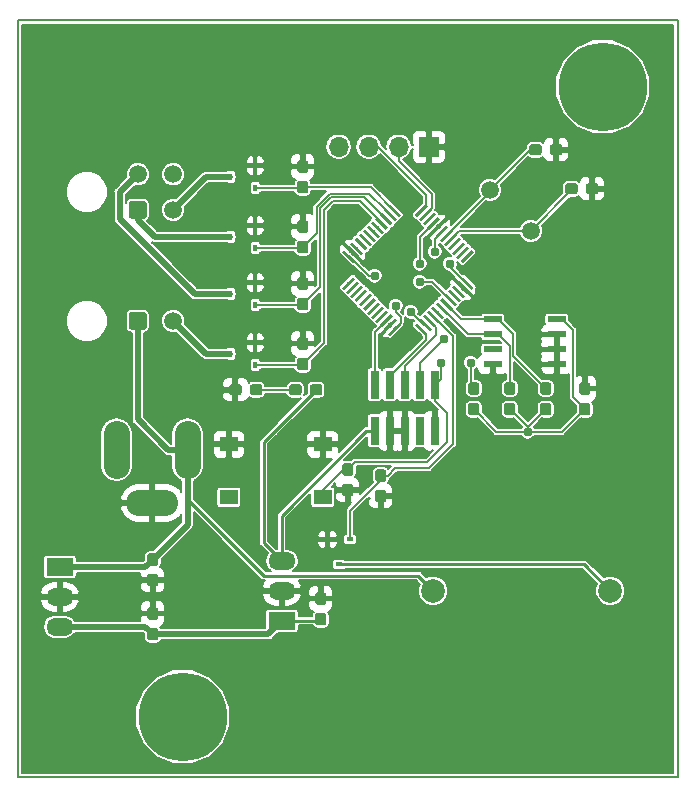
<source format=gbr>
%TF.GenerationSoftware,KiCad,Pcbnew,(5.0.2)-1*%
%TF.CreationDate,2019-02-18T18:23:53-07:00*%
%TF.ProjectId,ParkingSystem,5061726b-696e-4675-9379-7374656d2e6b,v01*%
%TF.SameCoordinates,Original*%
%TF.FileFunction,Copper,L1,Top*%
%TF.FilePolarity,Positive*%
%FSLAX46Y46*%
G04 Gerber Fmt 4.6, Leading zero omitted, Abs format (unit mm)*
G04 Created by KiCad (PCBNEW (5.0.2)-1) date 2019-02-18 6:23:53 PM*
%MOMM*%
%LPD*%
G01*
G04 APERTURE LIST*
%ADD10C,0.200000*%
%ADD11O,4.400000X2.240000*%
%ADD12O,2.240000X4.900000*%
%ADD13C,0.150000*%
%ADD14C,1.500000*%
%ADD15C,2.000000*%
%ADD16C,7.500000*%
%ADD17O,2.300000X1.500000*%
%ADD18R,2.300000X1.500000*%
%ADD19C,0.950000*%
%ADD20R,0.740000X2.400000*%
%ADD21O,1.700000X1.700000*%
%ADD22R,1.700000X1.700000*%
%ADD23R,0.620000X0.400000*%
%ADD24R,0.400000X0.620000*%
%ADD25R,1.550000X1.300000*%
%ADD26C,0.250000*%
%ADD27R,1.550000X0.600000*%
%ADD28C,0.787400*%
%ADD29C,0.152400*%
%ADD30C,0.254000*%
%ADD31C,0.508000*%
%ADD32C,0.177800*%
G04 APERTURE END LIST*
D10*
X124460000Y-99060000D02*
X68580000Y-99060000D01*
X124460000Y-35000000D02*
X124460000Y-99060000D01*
X68580000Y-35000000D02*
X124460000Y-35000000D01*
X68580000Y-99060000D02*
X68580000Y-35000000D01*
D11*
X79954000Y-75874000D03*
D12*
X76954000Y-71374000D03*
X82954000Y-71374000D03*
D13*
G36*
X79264504Y-59703204D02*
X79288773Y-59706804D01*
X79312571Y-59712765D01*
X79335671Y-59721030D01*
X79357849Y-59731520D01*
X79378893Y-59744133D01*
X79398598Y-59758747D01*
X79416777Y-59775223D01*
X79433253Y-59793402D01*
X79447867Y-59813107D01*
X79460480Y-59834151D01*
X79470970Y-59856329D01*
X79479235Y-59879429D01*
X79485196Y-59903227D01*
X79488796Y-59927496D01*
X79490000Y-59952000D01*
X79490000Y-60952000D01*
X79488796Y-60976504D01*
X79485196Y-61000773D01*
X79479235Y-61024571D01*
X79470970Y-61047671D01*
X79460480Y-61069849D01*
X79447867Y-61090893D01*
X79433253Y-61110598D01*
X79416777Y-61128777D01*
X79398598Y-61145253D01*
X79378893Y-61159867D01*
X79357849Y-61172480D01*
X79335671Y-61182970D01*
X79312571Y-61191235D01*
X79288773Y-61197196D01*
X79264504Y-61200796D01*
X79240000Y-61202000D01*
X78240000Y-61202000D01*
X78215496Y-61200796D01*
X78191227Y-61197196D01*
X78167429Y-61191235D01*
X78144329Y-61182970D01*
X78122151Y-61172480D01*
X78101107Y-61159867D01*
X78081402Y-61145253D01*
X78063223Y-61128777D01*
X78046747Y-61110598D01*
X78032133Y-61090893D01*
X78019520Y-61069849D01*
X78009030Y-61047671D01*
X78000765Y-61024571D01*
X77994804Y-61000773D01*
X77991204Y-60976504D01*
X77990000Y-60952000D01*
X77990000Y-59952000D01*
X77991204Y-59927496D01*
X77994804Y-59903227D01*
X78000765Y-59879429D01*
X78009030Y-59856329D01*
X78019520Y-59834151D01*
X78032133Y-59813107D01*
X78046747Y-59793402D01*
X78063223Y-59775223D01*
X78081402Y-59758747D01*
X78101107Y-59744133D01*
X78122151Y-59731520D01*
X78144329Y-59721030D01*
X78167429Y-59712765D01*
X78191227Y-59706804D01*
X78215496Y-59703204D01*
X78240000Y-59702000D01*
X79240000Y-59702000D01*
X79264504Y-59703204D01*
X79264504Y-59703204D01*
G37*
D14*
X78740000Y-60452000D03*
X81740000Y-60452000D03*
D13*
G36*
X79264504Y-50305204D02*
X79288773Y-50308804D01*
X79312571Y-50314765D01*
X79335671Y-50323030D01*
X79357849Y-50333520D01*
X79378893Y-50346133D01*
X79398598Y-50360747D01*
X79416777Y-50377223D01*
X79433253Y-50395402D01*
X79447867Y-50415107D01*
X79460480Y-50436151D01*
X79470970Y-50458329D01*
X79479235Y-50481429D01*
X79485196Y-50505227D01*
X79488796Y-50529496D01*
X79490000Y-50554000D01*
X79490000Y-51554000D01*
X79488796Y-51578504D01*
X79485196Y-51602773D01*
X79479235Y-51626571D01*
X79470970Y-51649671D01*
X79460480Y-51671849D01*
X79447867Y-51692893D01*
X79433253Y-51712598D01*
X79416777Y-51730777D01*
X79398598Y-51747253D01*
X79378893Y-51761867D01*
X79357849Y-51774480D01*
X79335671Y-51784970D01*
X79312571Y-51793235D01*
X79288773Y-51799196D01*
X79264504Y-51802796D01*
X79240000Y-51804000D01*
X78240000Y-51804000D01*
X78215496Y-51802796D01*
X78191227Y-51799196D01*
X78167429Y-51793235D01*
X78144329Y-51784970D01*
X78122151Y-51774480D01*
X78101107Y-51761867D01*
X78081402Y-51747253D01*
X78063223Y-51730777D01*
X78046747Y-51712598D01*
X78032133Y-51692893D01*
X78019520Y-51671849D01*
X78009030Y-51649671D01*
X78000765Y-51626571D01*
X77994804Y-51602773D01*
X77991204Y-51578504D01*
X77990000Y-51554000D01*
X77990000Y-50554000D01*
X77991204Y-50529496D01*
X77994804Y-50505227D01*
X78000765Y-50481429D01*
X78009030Y-50458329D01*
X78019520Y-50436151D01*
X78032133Y-50415107D01*
X78046747Y-50395402D01*
X78063223Y-50377223D01*
X78081402Y-50360747D01*
X78101107Y-50346133D01*
X78122151Y-50333520D01*
X78144329Y-50323030D01*
X78167429Y-50314765D01*
X78191227Y-50308804D01*
X78215496Y-50305204D01*
X78240000Y-50304000D01*
X79240000Y-50304000D01*
X79264504Y-50305204D01*
X79264504Y-50305204D01*
G37*
D14*
X78740000Y-51054000D03*
X78740000Y-48054000D03*
X81740000Y-51054000D03*
X81740000Y-48054000D03*
D15*
X118752000Y-83312000D03*
X103752000Y-83312000D03*
D16*
X118110000Y-40640000D03*
X82550000Y-93980000D03*
D17*
X72136000Y-86360000D03*
X72136000Y-83820000D03*
D18*
X72136000Y-81280000D03*
D13*
G36*
X113544779Y-65657144D02*
X113567834Y-65660563D01*
X113590443Y-65666227D01*
X113612387Y-65674079D01*
X113633457Y-65684044D01*
X113653448Y-65696026D01*
X113672168Y-65709910D01*
X113689438Y-65725562D01*
X113705090Y-65742832D01*
X113718974Y-65761552D01*
X113730956Y-65781543D01*
X113740921Y-65802613D01*
X113748773Y-65824557D01*
X113754437Y-65847166D01*
X113757856Y-65870221D01*
X113759000Y-65893500D01*
X113759000Y-66468500D01*
X113757856Y-66491779D01*
X113754437Y-66514834D01*
X113748773Y-66537443D01*
X113740921Y-66559387D01*
X113730956Y-66580457D01*
X113718974Y-66600448D01*
X113705090Y-66619168D01*
X113689438Y-66636438D01*
X113672168Y-66652090D01*
X113653448Y-66665974D01*
X113633457Y-66677956D01*
X113612387Y-66687921D01*
X113590443Y-66695773D01*
X113567834Y-66701437D01*
X113544779Y-66704856D01*
X113521500Y-66706000D01*
X113046500Y-66706000D01*
X113023221Y-66704856D01*
X113000166Y-66701437D01*
X112977557Y-66695773D01*
X112955613Y-66687921D01*
X112934543Y-66677956D01*
X112914552Y-66665974D01*
X112895832Y-66652090D01*
X112878562Y-66636438D01*
X112862910Y-66619168D01*
X112849026Y-66600448D01*
X112837044Y-66580457D01*
X112827079Y-66559387D01*
X112819227Y-66537443D01*
X112813563Y-66514834D01*
X112810144Y-66491779D01*
X112809000Y-66468500D01*
X112809000Y-65893500D01*
X112810144Y-65870221D01*
X112813563Y-65847166D01*
X112819227Y-65824557D01*
X112827079Y-65802613D01*
X112837044Y-65781543D01*
X112849026Y-65761552D01*
X112862910Y-65742832D01*
X112878562Y-65725562D01*
X112895832Y-65709910D01*
X112914552Y-65696026D01*
X112934543Y-65684044D01*
X112955613Y-65674079D01*
X112977557Y-65666227D01*
X113000166Y-65660563D01*
X113023221Y-65657144D01*
X113046500Y-65656000D01*
X113521500Y-65656000D01*
X113544779Y-65657144D01*
X113544779Y-65657144D01*
G37*
D19*
X113284000Y-66181000D03*
D13*
G36*
X113544779Y-67407144D02*
X113567834Y-67410563D01*
X113590443Y-67416227D01*
X113612387Y-67424079D01*
X113633457Y-67434044D01*
X113653448Y-67446026D01*
X113672168Y-67459910D01*
X113689438Y-67475562D01*
X113705090Y-67492832D01*
X113718974Y-67511552D01*
X113730956Y-67531543D01*
X113740921Y-67552613D01*
X113748773Y-67574557D01*
X113754437Y-67597166D01*
X113757856Y-67620221D01*
X113759000Y-67643500D01*
X113759000Y-68218500D01*
X113757856Y-68241779D01*
X113754437Y-68264834D01*
X113748773Y-68287443D01*
X113740921Y-68309387D01*
X113730956Y-68330457D01*
X113718974Y-68350448D01*
X113705090Y-68369168D01*
X113689438Y-68386438D01*
X113672168Y-68402090D01*
X113653448Y-68415974D01*
X113633457Y-68427956D01*
X113612387Y-68437921D01*
X113590443Y-68445773D01*
X113567834Y-68451437D01*
X113544779Y-68454856D01*
X113521500Y-68456000D01*
X113046500Y-68456000D01*
X113023221Y-68454856D01*
X113000166Y-68451437D01*
X112977557Y-68445773D01*
X112955613Y-68437921D01*
X112934543Y-68427956D01*
X112914552Y-68415974D01*
X112895832Y-68402090D01*
X112878562Y-68386438D01*
X112862910Y-68369168D01*
X112849026Y-68350448D01*
X112837044Y-68330457D01*
X112827079Y-68309387D01*
X112819227Y-68287443D01*
X112813563Y-68264834D01*
X112810144Y-68241779D01*
X112809000Y-68218500D01*
X112809000Y-67643500D01*
X112810144Y-67620221D01*
X112813563Y-67597166D01*
X112819227Y-67574557D01*
X112827079Y-67552613D01*
X112837044Y-67531543D01*
X112849026Y-67511552D01*
X112862910Y-67492832D01*
X112878562Y-67475562D01*
X112895832Y-67459910D01*
X112914552Y-67446026D01*
X112934543Y-67434044D01*
X112955613Y-67424079D01*
X112977557Y-67416227D01*
X113000166Y-67410563D01*
X113023221Y-67407144D01*
X113046500Y-67406000D01*
X113521500Y-67406000D01*
X113544779Y-67407144D01*
X113544779Y-67407144D01*
G37*
D19*
X113284000Y-67931000D03*
D13*
G36*
X110496779Y-65657144D02*
X110519834Y-65660563D01*
X110542443Y-65666227D01*
X110564387Y-65674079D01*
X110585457Y-65684044D01*
X110605448Y-65696026D01*
X110624168Y-65709910D01*
X110641438Y-65725562D01*
X110657090Y-65742832D01*
X110670974Y-65761552D01*
X110682956Y-65781543D01*
X110692921Y-65802613D01*
X110700773Y-65824557D01*
X110706437Y-65847166D01*
X110709856Y-65870221D01*
X110711000Y-65893500D01*
X110711000Y-66468500D01*
X110709856Y-66491779D01*
X110706437Y-66514834D01*
X110700773Y-66537443D01*
X110692921Y-66559387D01*
X110682956Y-66580457D01*
X110670974Y-66600448D01*
X110657090Y-66619168D01*
X110641438Y-66636438D01*
X110624168Y-66652090D01*
X110605448Y-66665974D01*
X110585457Y-66677956D01*
X110564387Y-66687921D01*
X110542443Y-66695773D01*
X110519834Y-66701437D01*
X110496779Y-66704856D01*
X110473500Y-66706000D01*
X109998500Y-66706000D01*
X109975221Y-66704856D01*
X109952166Y-66701437D01*
X109929557Y-66695773D01*
X109907613Y-66687921D01*
X109886543Y-66677956D01*
X109866552Y-66665974D01*
X109847832Y-66652090D01*
X109830562Y-66636438D01*
X109814910Y-66619168D01*
X109801026Y-66600448D01*
X109789044Y-66580457D01*
X109779079Y-66559387D01*
X109771227Y-66537443D01*
X109765563Y-66514834D01*
X109762144Y-66491779D01*
X109761000Y-66468500D01*
X109761000Y-65893500D01*
X109762144Y-65870221D01*
X109765563Y-65847166D01*
X109771227Y-65824557D01*
X109779079Y-65802613D01*
X109789044Y-65781543D01*
X109801026Y-65761552D01*
X109814910Y-65742832D01*
X109830562Y-65725562D01*
X109847832Y-65709910D01*
X109866552Y-65696026D01*
X109886543Y-65684044D01*
X109907613Y-65674079D01*
X109929557Y-65666227D01*
X109952166Y-65660563D01*
X109975221Y-65657144D01*
X109998500Y-65656000D01*
X110473500Y-65656000D01*
X110496779Y-65657144D01*
X110496779Y-65657144D01*
G37*
D19*
X110236000Y-66181000D03*
D13*
G36*
X110496779Y-67407144D02*
X110519834Y-67410563D01*
X110542443Y-67416227D01*
X110564387Y-67424079D01*
X110585457Y-67434044D01*
X110605448Y-67446026D01*
X110624168Y-67459910D01*
X110641438Y-67475562D01*
X110657090Y-67492832D01*
X110670974Y-67511552D01*
X110682956Y-67531543D01*
X110692921Y-67552613D01*
X110700773Y-67574557D01*
X110706437Y-67597166D01*
X110709856Y-67620221D01*
X110711000Y-67643500D01*
X110711000Y-68218500D01*
X110709856Y-68241779D01*
X110706437Y-68264834D01*
X110700773Y-68287443D01*
X110692921Y-68309387D01*
X110682956Y-68330457D01*
X110670974Y-68350448D01*
X110657090Y-68369168D01*
X110641438Y-68386438D01*
X110624168Y-68402090D01*
X110605448Y-68415974D01*
X110585457Y-68427956D01*
X110564387Y-68437921D01*
X110542443Y-68445773D01*
X110519834Y-68451437D01*
X110496779Y-68454856D01*
X110473500Y-68456000D01*
X109998500Y-68456000D01*
X109975221Y-68454856D01*
X109952166Y-68451437D01*
X109929557Y-68445773D01*
X109907613Y-68437921D01*
X109886543Y-68427956D01*
X109866552Y-68415974D01*
X109847832Y-68402090D01*
X109830562Y-68386438D01*
X109814910Y-68369168D01*
X109801026Y-68350448D01*
X109789044Y-68330457D01*
X109779079Y-68309387D01*
X109771227Y-68287443D01*
X109765563Y-68264834D01*
X109762144Y-68241779D01*
X109761000Y-68218500D01*
X109761000Y-67643500D01*
X109762144Y-67620221D01*
X109765563Y-67597166D01*
X109771227Y-67574557D01*
X109779079Y-67552613D01*
X109789044Y-67531543D01*
X109801026Y-67511552D01*
X109814910Y-67492832D01*
X109830562Y-67475562D01*
X109847832Y-67459910D01*
X109866552Y-67446026D01*
X109886543Y-67434044D01*
X109907613Y-67424079D01*
X109929557Y-67416227D01*
X109952166Y-67410563D01*
X109975221Y-67407144D01*
X109998500Y-67406000D01*
X110473500Y-67406000D01*
X110496779Y-67407144D01*
X110496779Y-67407144D01*
G37*
D19*
X110236000Y-67931000D03*
D13*
G36*
X80270779Y-81885144D02*
X80293834Y-81888563D01*
X80316443Y-81894227D01*
X80338387Y-81902079D01*
X80359457Y-81912044D01*
X80379448Y-81924026D01*
X80398168Y-81937910D01*
X80415438Y-81953562D01*
X80431090Y-81970832D01*
X80444974Y-81989552D01*
X80456956Y-82009543D01*
X80466921Y-82030613D01*
X80474773Y-82052557D01*
X80480437Y-82075166D01*
X80483856Y-82098221D01*
X80485000Y-82121500D01*
X80485000Y-82696500D01*
X80483856Y-82719779D01*
X80480437Y-82742834D01*
X80474773Y-82765443D01*
X80466921Y-82787387D01*
X80456956Y-82808457D01*
X80444974Y-82828448D01*
X80431090Y-82847168D01*
X80415438Y-82864438D01*
X80398168Y-82880090D01*
X80379448Y-82893974D01*
X80359457Y-82905956D01*
X80338387Y-82915921D01*
X80316443Y-82923773D01*
X80293834Y-82929437D01*
X80270779Y-82932856D01*
X80247500Y-82934000D01*
X79772500Y-82934000D01*
X79749221Y-82932856D01*
X79726166Y-82929437D01*
X79703557Y-82923773D01*
X79681613Y-82915921D01*
X79660543Y-82905956D01*
X79640552Y-82893974D01*
X79621832Y-82880090D01*
X79604562Y-82864438D01*
X79588910Y-82847168D01*
X79575026Y-82828448D01*
X79563044Y-82808457D01*
X79553079Y-82787387D01*
X79545227Y-82765443D01*
X79539563Y-82742834D01*
X79536144Y-82719779D01*
X79535000Y-82696500D01*
X79535000Y-82121500D01*
X79536144Y-82098221D01*
X79539563Y-82075166D01*
X79545227Y-82052557D01*
X79553079Y-82030613D01*
X79563044Y-82009543D01*
X79575026Y-81989552D01*
X79588910Y-81970832D01*
X79604562Y-81953562D01*
X79621832Y-81937910D01*
X79640552Y-81924026D01*
X79660543Y-81912044D01*
X79681613Y-81902079D01*
X79703557Y-81894227D01*
X79726166Y-81888563D01*
X79749221Y-81885144D01*
X79772500Y-81884000D01*
X80247500Y-81884000D01*
X80270779Y-81885144D01*
X80270779Y-81885144D01*
G37*
D19*
X80010000Y-82409000D03*
D13*
G36*
X80270779Y-80135144D02*
X80293834Y-80138563D01*
X80316443Y-80144227D01*
X80338387Y-80152079D01*
X80359457Y-80162044D01*
X80379448Y-80174026D01*
X80398168Y-80187910D01*
X80415438Y-80203562D01*
X80431090Y-80220832D01*
X80444974Y-80239552D01*
X80456956Y-80259543D01*
X80466921Y-80280613D01*
X80474773Y-80302557D01*
X80480437Y-80325166D01*
X80483856Y-80348221D01*
X80485000Y-80371500D01*
X80485000Y-80946500D01*
X80483856Y-80969779D01*
X80480437Y-80992834D01*
X80474773Y-81015443D01*
X80466921Y-81037387D01*
X80456956Y-81058457D01*
X80444974Y-81078448D01*
X80431090Y-81097168D01*
X80415438Y-81114438D01*
X80398168Y-81130090D01*
X80379448Y-81143974D01*
X80359457Y-81155956D01*
X80338387Y-81165921D01*
X80316443Y-81173773D01*
X80293834Y-81179437D01*
X80270779Y-81182856D01*
X80247500Y-81184000D01*
X79772500Y-81184000D01*
X79749221Y-81182856D01*
X79726166Y-81179437D01*
X79703557Y-81173773D01*
X79681613Y-81165921D01*
X79660543Y-81155956D01*
X79640552Y-81143974D01*
X79621832Y-81130090D01*
X79604562Y-81114438D01*
X79588910Y-81097168D01*
X79575026Y-81078448D01*
X79563044Y-81058457D01*
X79553079Y-81037387D01*
X79545227Y-81015443D01*
X79539563Y-80992834D01*
X79536144Y-80969779D01*
X79535000Y-80946500D01*
X79535000Y-80371500D01*
X79536144Y-80348221D01*
X79539563Y-80325166D01*
X79545227Y-80302557D01*
X79553079Y-80280613D01*
X79563044Y-80259543D01*
X79575026Y-80239552D01*
X79588910Y-80220832D01*
X79604562Y-80203562D01*
X79621832Y-80187910D01*
X79640552Y-80174026D01*
X79660543Y-80162044D01*
X79681613Y-80152079D01*
X79703557Y-80144227D01*
X79726166Y-80138563D01*
X79749221Y-80135144D01*
X79772500Y-80134000D01*
X80247500Y-80134000D01*
X80270779Y-80135144D01*
X80270779Y-80135144D01*
G37*
D19*
X80010000Y-80659000D03*
D13*
G36*
X80270779Y-84707144D02*
X80293834Y-84710563D01*
X80316443Y-84716227D01*
X80338387Y-84724079D01*
X80359457Y-84734044D01*
X80379448Y-84746026D01*
X80398168Y-84759910D01*
X80415438Y-84775562D01*
X80431090Y-84792832D01*
X80444974Y-84811552D01*
X80456956Y-84831543D01*
X80466921Y-84852613D01*
X80474773Y-84874557D01*
X80480437Y-84897166D01*
X80483856Y-84920221D01*
X80485000Y-84943500D01*
X80485000Y-85518500D01*
X80483856Y-85541779D01*
X80480437Y-85564834D01*
X80474773Y-85587443D01*
X80466921Y-85609387D01*
X80456956Y-85630457D01*
X80444974Y-85650448D01*
X80431090Y-85669168D01*
X80415438Y-85686438D01*
X80398168Y-85702090D01*
X80379448Y-85715974D01*
X80359457Y-85727956D01*
X80338387Y-85737921D01*
X80316443Y-85745773D01*
X80293834Y-85751437D01*
X80270779Y-85754856D01*
X80247500Y-85756000D01*
X79772500Y-85756000D01*
X79749221Y-85754856D01*
X79726166Y-85751437D01*
X79703557Y-85745773D01*
X79681613Y-85737921D01*
X79660543Y-85727956D01*
X79640552Y-85715974D01*
X79621832Y-85702090D01*
X79604562Y-85686438D01*
X79588910Y-85669168D01*
X79575026Y-85650448D01*
X79563044Y-85630457D01*
X79553079Y-85609387D01*
X79545227Y-85587443D01*
X79539563Y-85564834D01*
X79536144Y-85541779D01*
X79535000Y-85518500D01*
X79535000Y-84943500D01*
X79536144Y-84920221D01*
X79539563Y-84897166D01*
X79545227Y-84874557D01*
X79553079Y-84852613D01*
X79563044Y-84831543D01*
X79575026Y-84811552D01*
X79588910Y-84792832D01*
X79604562Y-84775562D01*
X79621832Y-84759910D01*
X79640552Y-84746026D01*
X79660543Y-84734044D01*
X79681613Y-84724079D01*
X79703557Y-84716227D01*
X79726166Y-84710563D01*
X79749221Y-84707144D01*
X79772500Y-84706000D01*
X80247500Y-84706000D01*
X80270779Y-84707144D01*
X80270779Y-84707144D01*
G37*
D19*
X80010000Y-85231000D03*
D13*
G36*
X80270779Y-86457144D02*
X80293834Y-86460563D01*
X80316443Y-86466227D01*
X80338387Y-86474079D01*
X80359457Y-86484044D01*
X80379448Y-86496026D01*
X80398168Y-86509910D01*
X80415438Y-86525562D01*
X80431090Y-86542832D01*
X80444974Y-86561552D01*
X80456956Y-86581543D01*
X80466921Y-86602613D01*
X80474773Y-86624557D01*
X80480437Y-86647166D01*
X80483856Y-86670221D01*
X80485000Y-86693500D01*
X80485000Y-87268500D01*
X80483856Y-87291779D01*
X80480437Y-87314834D01*
X80474773Y-87337443D01*
X80466921Y-87359387D01*
X80456956Y-87380457D01*
X80444974Y-87400448D01*
X80431090Y-87419168D01*
X80415438Y-87436438D01*
X80398168Y-87452090D01*
X80379448Y-87465974D01*
X80359457Y-87477956D01*
X80338387Y-87487921D01*
X80316443Y-87495773D01*
X80293834Y-87501437D01*
X80270779Y-87504856D01*
X80247500Y-87506000D01*
X79772500Y-87506000D01*
X79749221Y-87504856D01*
X79726166Y-87501437D01*
X79703557Y-87495773D01*
X79681613Y-87487921D01*
X79660543Y-87477956D01*
X79640552Y-87465974D01*
X79621832Y-87452090D01*
X79604562Y-87436438D01*
X79588910Y-87419168D01*
X79575026Y-87400448D01*
X79563044Y-87380457D01*
X79553079Y-87359387D01*
X79545227Y-87337443D01*
X79539563Y-87314834D01*
X79536144Y-87291779D01*
X79535000Y-87268500D01*
X79535000Y-86693500D01*
X79536144Y-86670221D01*
X79539563Y-86647166D01*
X79545227Y-86624557D01*
X79553079Y-86602613D01*
X79563044Y-86581543D01*
X79575026Y-86561552D01*
X79588910Y-86542832D01*
X79604562Y-86525562D01*
X79621832Y-86509910D01*
X79640552Y-86496026D01*
X79660543Y-86484044D01*
X79681613Y-86474079D01*
X79703557Y-86466227D01*
X79726166Y-86460563D01*
X79749221Y-86457144D01*
X79772500Y-86456000D01*
X80247500Y-86456000D01*
X80270779Y-86457144D01*
X80270779Y-86457144D01*
G37*
D19*
X80010000Y-86981000D03*
D13*
G36*
X94494779Y-83437144D02*
X94517834Y-83440563D01*
X94540443Y-83446227D01*
X94562387Y-83454079D01*
X94583457Y-83464044D01*
X94603448Y-83476026D01*
X94622168Y-83489910D01*
X94639438Y-83505562D01*
X94655090Y-83522832D01*
X94668974Y-83541552D01*
X94680956Y-83561543D01*
X94690921Y-83582613D01*
X94698773Y-83604557D01*
X94704437Y-83627166D01*
X94707856Y-83650221D01*
X94709000Y-83673500D01*
X94709000Y-84248500D01*
X94707856Y-84271779D01*
X94704437Y-84294834D01*
X94698773Y-84317443D01*
X94690921Y-84339387D01*
X94680956Y-84360457D01*
X94668974Y-84380448D01*
X94655090Y-84399168D01*
X94639438Y-84416438D01*
X94622168Y-84432090D01*
X94603448Y-84445974D01*
X94583457Y-84457956D01*
X94562387Y-84467921D01*
X94540443Y-84475773D01*
X94517834Y-84481437D01*
X94494779Y-84484856D01*
X94471500Y-84486000D01*
X93996500Y-84486000D01*
X93973221Y-84484856D01*
X93950166Y-84481437D01*
X93927557Y-84475773D01*
X93905613Y-84467921D01*
X93884543Y-84457956D01*
X93864552Y-84445974D01*
X93845832Y-84432090D01*
X93828562Y-84416438D01*
X93812910Y-84399168D01*
X93799026Y-84380448D01*
X93787044Y-84360457D01*
X93777079Y-84339387D01*
X93769227Y-84317443D01*
X93763563Y-84294834D01*
X93760144Y-84271779D01*
X93759000Y-84248500D01*
X93759000Y-83673500D01*
X93760144Y-83650221D01*
X93763563Y-83627166D01*
X93769227Y-83604557D01*
X93777079Y-83582613D01*
X93787044Y-83561543D01*
X93799026Y-83541552D01*
X93812910Y-83522832D01*
X93828562Y-83505562D01*
X93845832Y-83489910D01*
X93864552Y-83476026D01*
X93884543Y-83464044D01*
X93905613Y-83454079D01*
X93927557Y-83446227D01*
X93950166Y-83440563D01*
X93973221Y-83437144D01*
X93996500Y-83436000D01*
X94471500Y-83436000D01*
X94494779Y-83437144D01*
X94494779Y-83437144D01*
G37*
D19*
X94234000Y-83961000D03*
D13*
G36*
X94494779Y-85187144D02*
X94517834Y-85190563D01*
X94540443Y-85196227D01*
X94562387Y-85204079D01*
X94583457Y-85214044D01*
X94603448Y-85226026D01*
X94622168Y-85239910D01*
X94639438Y-85255562D01*
X94655090Y-85272832D01*
X94668974Y-85291552D01*
X94680956Y-85311543D01*
X94690921Y-85332613D01*
X94698773Y-85354557D01*
X94704437Y-85377166D01*
X94707856Y-85400221D01*
X94709000Y-85423500D01*
X94709000Y-85998500D01*
X94707856Y-86021779D01*
X94704437Y-86044834D01*
X94698773Y-86067443D01*
X94690921Y-86089387D01*
X94680956Y-86110457D01*
X94668974Y-86130448D01*
X94655090Y-86149168D01*
X94639438Y-86166438D01*
X94622168Y-86182090D01*
X94603448Y-86195974D01*
X94583457Y-86207956D01*
X94562387Y-86217921D01*
X94540443Y-86225773D01*
X94517834Y-86231437D01*
X94494779Y-86234856D01*
X94471500Y-86236000D01*
X93996500Y-86236000D01*
X93973221Y-86234856D01*
X93950166Y-86231437D01*
X93927557Y-86225773D01*
X93905613Y-86217921D01*
X93884543Y-86207956D01*
X93864552Y-86195974D01*
X93845832Y-86182090D01*
X93828562Y-86166438D01*
X93812910Y-86149168D01*
X93799026Y-86130448D01*
X93787044Y-86110457D01*
X93777079Y-86089387D01*
X93769227Y-86067443D01*
X93763563Y-86044834D01*
X93760144Y-86021779D01*
X93759000Y-85998500D01*
X93759000Y-85423500D01*
X93760144Y-85400221D01*
X93763563Y-85377166D01*
X93769227Y-85354557D01*
X93777079Y-85332613D01*
X93787044Y-85311543D01*
X93799026Y-85291552D01*
X93812910Y-85272832D01*
X93828562Y-85255562D01*
X93845832Y-85239910D01*
X93864552Y-85226026D01*
X93884543Y-85214044D01*
X93905613Y-85204079D01*
X93927557Y-85196227D01*
X93950166Y-85190563D01*
X93973221Y-85187144D01*
X93996500Y-85186000D01*
X94471500Y-85186000D01*
X94494779Y-85187144D01*
X94494779Y-85187144D01*
G37*
D19*
X94234000Y-85711000D03*
D13*
G36*
X117517779Y-48802144D02*
X117540834Y-48805563D01*
X117563443Y-48811227D01*
X117585387Y-48819079D01*
X117606457Y-48829044D01*
X117626448Y-48841026D01*
X117645168Y-48854910D01*
X117662438Y-48870562D01*
X117678090Y-48887832D01*
X117691974Y-48906552D01*
X117703956Y-48926543D01*
X117713921Y-48947613D01*
X117721773Y-48969557D01*
X117727437Y-48992166D01*
X117730856Y-49015221D01*
X117732000Y-49038500D01*
X117732000Y-49513500D01*
X117730856Y-49536779D01*
X117727437Y-49559834D01*
X117721773Y-49582443D01*
X117713921Y-49604387D01*
X117703956Y-49625457D01*
X117691974Y-49645448D01*
X117678090Y-49664168D01*
X117662438Y-49681438D01*
X117645168Y-49697090D01*
X117626448Y-49710974D01*
X117606457Y-49722956D01*
X117585387Y-49732921D01*
X117563443Y-49740773D01*
X117540834Y-49746437D01*
X117517779Y-49749856D01*
X117494500Y-49751000D01*
X116919500Y-49751000D01*
X116896221Y-49749856D01*
X116873166Y-49746437D01*
X116850557Y-49740773D01*
X116828613Y-49732921D01*
X116807543Y-49722956D01*
X116787552Y-49710974D01*
X116768832Y-49697090D01*
X116751562Y-49681438D01*
X116735910Y-49664168D01*
X116722026Y-49645448D01*
X116710044Y-49625457D01*
X116700079Y-49604387D01*
X116692227Y-49582443D01*
X116686563Y-49559834D01*
X116683144Y-49536779D01*
X116682000Y-49513500D01*
X116682000Y-49038500D01*
X116683144Y-49015221D01*
X116686563Y-48992166D01*
X116692227Y-48969557D01*
X116700079Y-48947613D01*
X116710044Y-48926543D01*
X116722026Y-48906552D01*
X116735910Y-48887832D01*
X116751562Y-48870562D01*
X116768832Y-48854910D01*
X116787552Y-48841026D01*
X116807543Y-48829044D01*
X116828613Y-48819079D01*
X116850557Y-48811227D01*
X116873166Y-48805563D01*
X116896221Y-48802144D01*
X116919500Y-48801000D01*
X117494500Y-48801000D01*
X117517779Y-48802144D01*
X117517779Y-48802144D01*
G37*
D19*
X117207000Y-49276000D03*
D13*
G36*
X115767779Y-48802144D02*
X115790834Y-48805563D01*
X115813443Y-48811227D01*
X115835387Y-48819079D01*
X115856457Y-48829044D01*
X115876448Y-48841026D01*
X115895168Y-48854910D01*
X115912438Y-48870562D01*
X115928090Y-48887832D01*
X115941974Y-48906552D01*
X115953956Y-48926543D01*
X115963921Y-48947613D01*
X115971773Y-48969557D01*
X115977437Y-48992166D01*
X115980856Y-49015221D01*
X115982000Y-49038500D01*
X115982000Y-49513500D01*
X115980856Y-49536779D01*
X115977437Y-49559834D01*
X115971773Y-49582443D01*
X115963921Y-49604387D01*
X115953956Y-49625457D01*
X115941974Y-49645448D01*
X115928090Y-49664168D01*
X115912438Y-49681438D01*
X115895168Y-49697090D01*
X115876448Y-49710974D01*
X115856457Y-49722956D01*
X115835387Y-49732921D01*
X115813443Y-49740773D01*
X115790834Y-49746437D01*
X115767779Y-49749856D01*
X115744500Y-49751000D01*
X115169500Y-49751000D01*
X115146221Y-49749856D01*
X115123166Y-49746437D01*
X115100557Y-49740773D01*
X115078613Y-49732921D01*
X115057543Y-49722956D01*
X115037552Y-49710974D01*
X115018832Y-49697090D01*
X115001562Y-49681438D01*
X114985910Y-49664168D01*
X114972026Y-49645448D01*
X114960044Y-49625457D01*
X114950079Y-49604387D01*
X114942227Y-49582443D01*
X114936563Y-49559834D01*
X114933144Y-49536779D01*
X114932000Y-49513500D01*
X114932000Y-49038500D01*
X114933144Y-49015221D01*
X114936563Y-48992166D01*
X114942227Y-48969557D01*
X114950079Y-48947613D01*
X114960044Y-48926543D01*
X114972026Y-48906552D01*
X114985910Y-48887832D01*
X115001562Y-48870562D01*
X115018832Y-48854910D01*
X115037552Y-48841026D01*
X115057543Y-48829044D01*
X115078613Y-48819079D01*
X115100557Y-48811227D01*
X115123166Y-48805563D01*
X115146221Y-48802144D01*
X115169500Y-48801000D01*
X115744500Y-48801000D01*
X115767779Y-48802144D01*
X115767779Y-48802144D01*
G37*
D19*
X115457000Y-49276000D03*
D13*
G36*
X114469779Y-45500144D02*
X114492834Y-45503563D01*
X114515443Y-45509227D01*
X114537387Y-45517079D01*
X114558457Y-45527044D01*
X114578448Y-45539026D01*
X114597168Y-45552910D01*
X114614438Y-45568562D01*
X114630090Y-45585832D01*
X114643974Y-45604552D01*
X114655956Y-45624543D01*
X114665921Y-45645613D01*
X114673773Y-45667557D01*
X114679437Y-45690166D01*
X114682856Y-45713221D01*
X114684000Y-45736500D01*
X114684000Y-46211500D01*
X114682856Y-46234779D01*
X114679437Y-46257834D01*
X114673773Y-46280443D01*
X114665921Y-46302387D01*
X114655956Y-46323457D01*
X114643974Y-46343448D01*
X114630090Y-46362168D01*
X114614438Y-46379438D01*
X114597168Y-46395090D01*
X114578448Y-46408974D01*
X114558457Y-46420956D01*
X114537387Y-46430921D01*
X114515443Y-46438773D01*
X114492834Y-46444437D01*
X114469779Y-46447856D01*
X114446500Y-46449000D01*
X113871500Y-46449000D01*
X113848221Y-46447856D01*
X113825166Y-46444437D01*
X113802557Y-46438773D01*
X113780613Y-46430921D01*
X113759543Y-46420956D01*
X113739552Y-46408974D01*
X113720832Y-46395090D01*
X113703562Y-46379438D01*
X113687910Y-46362168D01*
X113674026Y-46343448D01*
X113662044Y-46323457D01*
X113652079Y-46302387D01*
X113644227Y-46280443D01*
X113638563Y-46257834D01*
X113635144Y-46234779D01*
X113634000Y-46211500D01*
X113634000Y-45736500D01*
X113635144Y-45713221D01*
X113638563Y-45690166D01*
X113644227Y-45667557D01*
X113652079Y-45645613D01*
X113662044Y-45624543D01*
X113674026Y-45604552D01*
X113687910Y-45585832D01*
X113703562Y-45568562D01*
X113720832Y-45552910D01*
X113739552Y-45539026D01*
X113759543Y-45527044D01*
X113780613Y-45517079D01*
X113802557Y-45509227D01*
X113825166Y-45503563D01*
X113848221Y-45500144D01*
X113871500Y-45499000D01*
X114446500Y-45499000D01*
X114469779Y-45500144D01*
X114469779Y-45500144D01*
G37*
D19*
X114159000Y-45974000D03*
D13*
G36*
X112719779Y-45500144D02*
X112742834Y-45503563D01*
X112765443Y-45509227D01*
X112787387Y-45517079D01*
X112808457Y-45527044D01*
X112828448Y-45539026D01*
X112847168Y-45552910D01*
X112864438Y-45568562D01*
X112880090Y-45585832D01*
X112893974Y-45604552D01*
X112905956Y-45624543D01*
X112915921Y-45645613D01*
X112923773Y-45667557D01*
X112929437Y-45690166D01*
X112932856Y-45713221D01*
X112934000Y-45736500D01*
X112934000Y-46211500D01*
X112932856Y-46234779D01*
X112929437Y-46257834D01*
X112923773Y-46280443D01*
X112915921Y-46302387D01*
X112905956Y-46323457D01*
X112893974Y-46343448D01*
X112880090Y-46362168D01*
X112864438Y-46379438D01*
X112847168Y-46395090D01*
X112828448Y-46408974D01*
X112808457Y-46420956D01*
X112787387Y-46430921D01*
X112765443Y-46438773D01*
X112742834Y-46444437D01*
X112719779Y-46447856D01*
X112696500Y-46449000D01*
X112121500Y-46449000D01*
X112098221Y-46447856D01*
X112075166Y-46444437D01*
X112052557Y-46438773D01*
X112030613Y-46430921D01*
X112009543Y-46420956D01*
X111989552Y-46408974D01*
X111970832Y-46395090D01*
X111953562Y-46379438D01*
X111937910Y-46362168D01*
X111924026Y-46343448D01*
X111912044Y-46323457D01*
X111902079Y-46302387D01*
X111894227Y-46280443D01*
X111888563Y-46257834D01*
X111885144Y-46234779D01*
X111884000Y-46211500D01*
X111884000Y-45736500D01*
X111885144Y-45713221D01*
X111888563Y-45690166D01*
X111894227Y-45667557D01*
X111902079Y-45645613D01*
X111912044Y-45624543D01*
X111924026Y-45604552D01*
X111937910Y-45585832D01*
X111953562Y-45568562D01*
X111970832Y-45552910D01*
X111989552Y-45539026D01*
X112009543Y-45527044D01*
X112030613Y-45517079D01*
X112052557Y-45509227D01*
X112075166Y-45503563D01*
X112098221Y-45500144D01*
X112121500Y-45499000D01*
X112696500Y-45499000D01*
X112719779Y-45500144D01*
X112719779Y-45500144D01*
G37*
D19*
X112409000Y-45974000D03*
D13*
G36*
X96780779Y-74265144D02*
X96803834Y-74268563D01*
X96826443Y-74274227D01*
X96848387Y-74282079D01*
X96869457Y-74292044D01*
X96889448Y-74304026D01*
X96908168Y-74317910D01*
X96925438Y-74333562D01*
X96941090Y-74350832D01*
X96954974Y-74369552D01*
X96966956Y-74389543D01*
X96976921Y-74410613D01*
X96984773Y-74432557D01*
X96990437Y-74455166D01*
X96993856Y-74478221D01*
X96995000Y-74501500D01*
X96995000Y-75076500D01*
X96993856Y-75099779D01*
X96990437Y-75122834D01*
X96984773Y-75145443D01*
X96976921Y-75167387D01*
X96966956Y-75188457D01*
X96954974Y-75208448D01*
X96941090Y-75227168D01*
X96925438Y-75244438D01*
X96908168Y-75260090D01*
X96889448Y-75273974D01*
X96869457Y-75285956D01*
X96848387Y-75295921D01*
X96826443Y-75303773D01*
X96803834Y-75309437D01*
X96780779Y-75312856D01*
X96757500Y-75314000D01*
X96282500Y-75314000D01*
X96259221Y-75312856D01*
X96236166Y-75309437D01*
X96213557Y-75303773D01*
X96191613Y-75295921D01*
X96170543Y-75285956D01*
X96150552Y-75273974D01*
X96131832Y-75260090D01*
X96114562Y-75244438D01*
X96098910Y-75227168D01*
X96085026Y-75208448D01*
X96073044Y-75188457D01*
X96063079Y-75167387D01*
X96055227Y-75145443D01*
X96049563Y-75122834D01*
X96046144Y-75099779D01*
X96045000Y-75076500D01*
X96045000Y-74501500D01*
X96046144Y-74478221D01*
X96049563Y-74455166D01*
X96055227Y-74432557D01*
X96063079Y-74410613D01*
X96073044Y-74389543D01*
X96085026Y-74369552D01*
X96098910Y-74350832D01*
X96114562Y-74333562D01*
X96131832Y-74317910D01*
X96150552Y-74304026D01*
X96170543Y-74292044D01*
X96191613Y-74282079D01*
X96213557Y-74274227D01*
X96236166Y-74268563D01*
X96259221Y-74265144D01*
X96282500Y-74264000D01*
X96757500Y-74264000D01*
X96780779Y-74265144D01*
X96780779Y-74265144D01*
G37*
D19*
X96520000Y-74789000D03*
D13*
G36*
X96780779Y-72515144D02*
X96803834Y-72518563D01*
X96826443Y-72524227D01*
X96848387Y-72532079D01*
X96869457Y-72542044D01*
X96889448Y-72554026D01*
X96908168Y-72567910D01*
X96925438Y-72583562D01*
X96941090Y-72600832D01*
X96954974Y-72619552D01*
X96966956Y-72639543D01*
X96976921Y-72660613D01*
X96984773Y-72682557D01*
X96990437Y-72705166D01*
X96993856Y-72728221D01*
X96995000Y-72751500D01*
X96995000Y-73326500D01*
X96993856Y-73349779D01*
X96990437Y-73372834D01*
X96984773Y-73395443D01*
X96976921Y-73417387D01*
X96966956Y-73438457D01*
X96954974Y-73458448D01*
X96941090Y-73477168D01*
X96925438Y-73494438D01*
X96908168Y-73510090D01*
X96889448Y-73523974D01*
X96869457Y-73535956D01*
X96848387Y-73545921D01*
X96826443Y-73553773D01*
X96803834Y-73559437D01*
X96780779Y-73562856D01*
X96757500Y-73564000D01*
X96282500Y-73564000D01*
X96259221Y-73562856D01*
X96236166Y-73559437D01*
X96213557Y-73553773D01*
X96191613Y-73545921D01*
X96170543Y-73535956D01*
X96150552Y-73523974D01*
X96131832Y-73510090D01*
X96114562Y-73494438D01*
X96098910Y-73477168D01*
X96085026Y-73458448D01*
X96073044Y-73438457D01*
X96063079Y-73417387D01*
X96055227Y-73395443D01*
X96049563Y-73372834D01*
X96046144Y-73349779D01*
X96045000Y-73326500D01*
X96045000Y-72751500D01*
X96046144Y-72728221D01*
X96049563Y-72705166D01*
X96055227Y-72682557D01*
X96063079Y-72660613D01*
X96073044Y-72639543D01*
X96085026Y-72619552D01*
X96098910Y-72600832D01*
X96114562Y-72583562D01*
X96131832Y-72567910D01*
X96150552Y-72554026D01*
X96170543Y-72542044D01*
X96191613Y-72532079D01*
X96213557Y-72524227D01*
X96236166Y-72518563D01*
X96259221Y-72515144D01*
X96282500Y-72514000D01*
X96757500Y-72514000D01*
X96780779Y-72515144D01*
X96780779Y-72515144D01*
G37*
D19*
X96520000Y-73039000D03*
D13*
G36*
X116846779Y-65657144D02*
X116869834Y-65660563D01*
X116892443Y-65666227D01*
X116914387Y-65674079D01*
X116935457Y-65684044D01*
X116955448Y-65696026D01*
X116974168Y-65709910D01*
X116991438Y-65725562D01*
X117007090Y-65742832D01*
X117020974Y-65761552D01*
X117032956Y-65781543D01*
X117042921Y-65802613D01*
X117050773Y-65824557D01*
X117056437Y-65847166D01*
X117059856Y-65870221D01*
X117061000Y-65893500D01*
X117061000Y-66468500D01*
X117059856Y-66491779D01*
X117056437Y-66514834D01*
X117050773Y-66537443D01*
X117042921Y-66559387D01*
X117032956Y-66580457D01*
X117020974Y-66600448D01*
X117007090Y-66619168D01*
X116991438Y-66636438D01*
X116974168Y-66652090D01*
X116955448Y-66665974D01*
X116935457Y-66677956D01*
X116914387Y-66687921D01*
X116892443Y-66695773D01*
X116869834Y-66701437D01*
X116846779Y-66704856D01*
X116823500Y-66706000D01*
X116348500Y-66706000D01*
X116325221Y-66704856D01*
X116302166Y-66701437D01*
X116279557Y-66695773D01*
X116257613Y-66687921D01*
X116236543Y-66677956D01*
X116216552Y-66665974D01*
X116197832Y-66652090D01*
X116180562Y-66636438D01*
X116164910Y-66619168D01*
X116151026Y-66600448D01*
X116139044Y-66580457D01*
X116129079Y-66559387D01*
X116121227Y-66537443D01*
X116115563Y-66514834D01*
X116112144Y-66491779D01*
X116111000Y-66468500D01*
X116111000Y-65893500D01*
X116112144Y-65870221D01*
X116115563Y-65847166D01*
X116121227Y-65824557D01*
X116129079Y-65802613D01*
X116139044Y-65781543D01*
X116151026Y-65761552D01*
X116164910Y-65742832D01*
X116180562Y-65725562D01*
X116197832Y-65709910D01*
X116216552Y-65696026D01*
X116236543Y-65684044D01*
X116257613Y-65674079D01*
X116279557Y-65666227D01*
X116302166Y-65660563D01*
X116325221Y-65657144D01*
X116348500Y-65656000D01*
X116823500Y-65656000D01*
X116846779Y-65657144D01*
X116846779Y-65657144D01*
G37*
D19*
X116586000Y-66181000D03*
D13*
G36*
X116846779Y-67407144D02*
X116869834Y-67410563D01*
X116892443Y-67416227D01*
X116914387Y-67424079D01*
X116935457Y-67434044D01*
X116955448Y-67446026D01*
X116974168Y-67459910D01*
X116991438Y-67475562D01*
X117007090Y-67492832D01*
X117020974Y-67511552D01*
X117032956Y-67531543D01*
X117042921Y-67552613D01*
X117050773Y-67574557D01*
X117056437Y-67597166D01*
X117059856Y-67620221D01*
X117061000Y-67643500D01*
X117061000Y-68218500D01*
X117059856Y-68241779D01*
X117056437Y-68264834D01*
X117050773Y-68287443D01*
X117042921Y-68309387D01*
X117032956Y-68330457D01*
X117020974Y-68350448D01*
X117007090Y-68369168D01*
X116991438Y-68386438D01*
X116974168Y-68402090D01*
X116955448Y-68415974D01*
X116935457Y-68427956D01*
X116914387Y-68437921D01*
X116892443Y-68445773D01*
X116869834Y-68451437D01*
X116846779Y-68454856D01*
X116823500Y-68456000D01*
X116348500Y-68456000D01*
X116325221Y-68454856D01*
X116302166Y-68451437D01*
X116279557Y-68445773D01*
X116257613Y-68437921D01*
X116236543Y-68427956D01*
X116216552Y-68415974D01*
X116197832Y-68402090D01*
X116180562Y-68386438D01*
X116164910Y-68369168D01*
X116151026Y-68350448D01*
X116139044Y-68330457D01*
X116129079Y-68309387D01*
X116121227Y-68287443D01*
X116115563Y-68264834D01*
X116112144Y-68241779D01*
X116111000Y-68218500D01*
X116111000Y-67643500D01*
X116112144Y-67620221D01*
X116115563Y-67597166D01*
X116121227Y-67574557D01*
X116129079Y-67552613D01*
X116139044Y-67531543D01*
X116151026Y-67511552D01*
X116164910Y-67492832D01*
X116180562Y-67475562D01*
X116197832Y-67459910D01*
X116216552Y-67446026D01*
X116236543Y-67434044D01*
X116257613Y-67424079D01*
X116279557Y-67416227D01*
X116302166Y-67410563D01*
X116325221Y-67407144D01*
X116348500Y-67406000D01*
X116823500Y-67406000D01*
X116846779Y-67407144D01*
X116846779Y-67407144D01*
G37*
D19*
X116586000Y-67931000D03*
D20*
X103886000Y-65868000D03*
X103886000Y-69768000D03*
X102616000Y-65868000D03*
X102616000Y-69768000D03*
X101346000Y-65868000D03*
X101346000Y-69768000D03*
X100076000Y-65868000D03*
X100076000Y-69768000D03*
X98806000Y-65868000D03*
X98806000Y-69768000D03*
D21*
X95758000Y-45720000D03*
X98298000Y-45720000D03*
X100838000Y-45720000D03*
D22*
X103378000Y-45720000D03*
D23*
X95758000Y-81060000D03*
X94808000Y-78960000D03*
X96708000Y-78960000D03*
D24*
X86580000Y-48260000D03*
X88680000Y-47310000D03*
X88680000Y-49210000D03*
X86580000Y-58166000D03*
X88680000Y-57216000D03*
X88680000Y-59116000D03*
X86580000Y-53340000D03*
X88680000Y-52390000D03*
X88680000Y-54290000D03*
X86580000Y-63246000D03*
X88680000Y-62296000D03*
X88680000Y-64196000D03*
D13*
G36*
X87319779Y-65820144D02*
X87342834Y-65823563D01*
X87365443Y-65829227D01*
X87387387Y-65837079D01*
X87408457Y-65847044D01*
X87428448Y-65859026D01*
X87447168Y-65872910D01*
X87464438Y-65888562D01*
X87480090Y-65905832D01*
X87493974Y-65924552D01*
X87505956Y-65944543D01*
X87515921Y-65965613D01*
X87523773Y-65987557D01*
X87529437Y-66010166D01*
X87532856Y-66033221D01*
X87534000Y-66056500D01*
X87534000Y-66531500D01*
X87532856Y-66554779D01*
X87529437Y-66577834D01*
X87523773Y-66600443D01*
X87515921Y-66622387D01*
X87505956Y-66643457D01*
X87493974Y-66663448D01*
X87480090Y-66682168D01*
X87464438Y-66699438D01*
X87447168Y-66715090D01*
X87428448Y-66728974D01*
X87408457Y-66740956D01*
X87387387Y-66750921D01*
X87365443Y-66758773D01*
X87342834Y-66764437D01*
X87319779Y-66767856D01*
X87296500Y-66769000D01*
X86721500Y-66769000D01*
X86698221Y-66767856D01*
X86675166Y-66764437D01*
X86652557Y-66758773D01*
X86630613Y-66750921D01*
X86609543Y-66740956D01*
X86589552Y-66728974D01*
X86570832Y-66715090D01*
X86553562Y-66699438D01*
X86537910Y-66682168D01*
X86524026Y-66663448D01*
X86512044Y-66643457D01*
X86502079Y-66622387D01*
X86494227Y-66600443D01*
X86488563Y-66577834D01*
X86485144Y-66554779D01*
X86484000Y-66531500D01*
X86484000Y-66056500D01*
X86485144Y-66033221D01*
X86488563Y-66010166D01*
X86494227Y-65987557D01*
X86502079Y-65965613D01*
X86512044Y-65944543D01*
X86524026Y-65924552D01*
X86537910Y-65905832D01*
X86553562Y-65888562D01*
X86570832Y-65872910D01*
X86589552Y-65859026D01*
X86609543Y-65847044D01*
X86630613Y-65837079D01*
X86652557Y-65829227D01*
X86675166Y-65823563D01*
X86698221Y-65820144D01*
X86721500Y-65819000D01*
X87296500Y-65819000D01*
X87319779Y-65820144D01*
X87319779Y-65820144D01*
G37*
D19*
X87009000Y-66294000D03*
D13*
G36*
X89069779Y-65820144D02*
X89092834Y-65823563D01*
X89115443Y-65829227D01*
X89137387Y-65837079D01*
X89158457Y-65847044D01*
X89178448Y-65859026D01*
X89197168Y-65872910D01*
X89214438Y-65888562D01*
X89230090Y-65905832D01*
X89243974Y-65924552D01*
X89255956Y-65944543D01*
X89265921Y-65965613D01*
X89273773Y-65987557D01*
X89279437Y-66010166D01*
X89282856Y-66033221D01*
X89284000Y-66056500D01*
X89284000Y-66531500D01*
X89282856Y-66554779D01*
X89279437Y-66577834D01*
X89273773Y-66600443D01*
X89265921Y-66622387D01*
X89255956Y-66643457D01*
X89243974Y-66663448D01*
X89230090Y-66682168D01*
X89214438Y-66699438D01*
X89197168Y-66715090D01*
X89178448Y-66728974D01*
X89158457Y-66740956D01*
X89137387Y-66750921D01*
X89115443Y-66758773D01*
X89092834Y-66764437D01*
X89069779Y-66767856D01*
X89046500Y-66769000D01*
X88471500Y-66769000D01*
X88448221Y-66767856D01*
X88425166Y-66764437D01*
X88402557Y-66758773D01*
X88380613Y-66750921D01*
X88359543Y-66740956D01*
X88339552Y-66728974D01*
X88320832Y-66715090D01*
X88303562Y-66699438D01*
X88287910Y-66682168D01*
X88274026Y-66663448D01*
X88262044Y-66643457D01*
X88252079Y-66622387D01*
X88244227Y-66600443D01*
X88238563Y-66577834D01*
X88235144Y-66554779D01*
X88234000Y-66531500D01*
X88234000Y-66056500D01*
X88235144Y-66033221D01*
X88238563Y-66010166D01*
X88244227Y-65987557D01*
X88252079Y-65965613D01*
X88262044Y-65944543D01*
X88274026Y-65924552D01*
X88287910Y-65905832D01*
X88303562Y-65888562D01*
X88320832Y-65872910D01*
X88339552Y-65859026D01*
X88359543Y-65847044D01*
X88380613Y-65837079D01*
X88402557Y-65829227D01*
X88425166Y-65823563D01*
X88448221Y-65820144D01*
X88471500Y-65819000D01*
X89046500Y-65819000D01*
X89069779Y-65820144D01*
X89069779Y-65820144D01*
G37*
D19*
X88759000Y-66294000D03*
D13*
G36*
X99574779Y-74773144D02*
X99597834Y-74776563D01*
X99620443Y-74782227D01*
X99642387Y-74790079D01*
X99663457Y-74800044D01*
X99683448Y-74812026D01*
X99702168Y-74825910D01*
X99719438Y-74841562D01*
X99735090Y-74858832D01*
X99748974Y-74877552D01*
X99760956Y-74897543D01*
X99770921Y-74918613D01*
X99778773Y-74940557D01*
X99784437Y-74963166D01*
X99787856Y-74986221D01*
X99789000Y-75009500D01*
X99789000Y-75584500D01*
X99787856Y-75607779D01*
X99784437Y-75630834D01*
X99778773Y-75653443D01*
X99770921Y-75675387D01*
X99760956Y-75696457D01*
X99748974Y-75716448D01*
X99735090Y-75735168D01*
X99719438Y-75752438D01*
X99702168Y-75768090D01*
X99683448Y-75781974D01*
X99663457Y-75793956D01*
X99642387Y-75803921D01*
X99620443Y-75811773D01*
X99597834Y-75817437D01*
X99574779Y-75820856D01*
X99551500Y-75822000D01*
X99076500Y-75822000D01*
X99053221Y-75820856D01*
X99030166Y-75817437D01*
X99007557Y-75811773D01*
X98985613Y-75803921D01*
X98964543Y-75793956D01*
X98944552Y-75781974D01*
X98925832Y-75768090D01*
X98908562Y-75752438D01*
X98892910Y-75735168D01*
X98879026Y-75716448D01*
X98867044Y-75696457D01*
X98857079Y-75675387D01*
X98849227Y-75653443D01*
X98843563Y-75630834D01*
X98840144Y-75607779D01*
X98839000Y-75584500D01*
X98839000Y-75009500D01*
X98840144Y-74986221D01*
X98843563Y-74963166D01*
X98849227Y-74940557D01*
X98857079Y-74918613D01*
X98867044Y-74897543D01*
X98879026Y-74877552D01*
X98892910Y-74858832D01*
X98908562Y-74841562D01*
X98925832Y-74825910D01*
X98944552Y-74812026D01*
X98964543Y-74800044D01*
X98985613Y-74790079D01*
X99007557Y-74782227D01*
X99030166Y-74776563D01*
X99053221Y-74773144D01*
X99076500Y-74772000D01*
X99551500Y-74772000D01*
X99574779Y-74773144D01*
X99574779Y-74773144D01*
G37*
D19*
X99314000Y-75297000D03*
D13*
G36*
X99574779Y-73023144D02*
X99597834Y-73026563D01*
X99620443Y-73032227D01*
X99642387Y-73040079D01*
X99663457Y-73050044D01*
X99683448Y-73062026D01*
X99702168Y-73075910D01*
X99719438Y-73091562D01*
X99735090Y-73108832D01*
X99748974Y-73127552D01*
X99760956Y-73147543D01*
X99770921Y-73168613D01*
X99778773Y-73190557D01*
X99784437Y-73213166D01*
X99787856Y-73236221D01*
X99789000Y-73259500D01*
X99789000Y-73834500D01*
X99787856Y-73857779D01*
X99784437Y-73880834D01*
X99778773Y-73903443D01*
X99770921Y-73925387D01*
X99760956Y-73946457D01*
X99748974Y-73966448D01*
X99735090Y-73985168D01*
X99719438Y-74002438D01*
X99702168Y-74018090D01*
X99683448Y-74031974D01*
X99663457Y-74043956D01*
X99642387Y-74053921D01*
X99620443Y-74061773D01*
X99597834Y-74067437D01*
X99574779Y-74070856D01*
X99551500Y-74072000D01*
X99076500Y-74072000D01*
X99053221Y-74070856D01*
X99030166Y-74067437D01*
X99007557Y-74061773D01*
X98985613Y-74053921D01*
X98964543Y-74043956D01*
X98944552Y-74031974D01*
X98925832Y-74018090D01*
X98908562Y-74002438D01*
X98892910Y-73985168D01*
X98879026Y-73966448D01*
X98867044Y-73946457D01*
X98857079Y-73925387D01*
X98849227Y-73903443D01*
X98843563Y-73880834D01*
X98840144Y-73857779D01*
X98839000Y-73834500D01*
X98839000Y-73259500D01*
X98840144Y-73236221D01*
X98843563Y-73213166D01*
X98849227Y-73190557D01*
X98857079Y-73168613D01*
X98867044Y-73147543D01*
X98879026Y-73127552D01*
X98892910Y-73108832D01*
X98908562Y-73091562D01*
X98925832Y-73075910D01*
X98944552Y-73062026D01*
X98964543Y-73050044D01*
X98985613Y-73040079D01*
X99007557Y-73032227D01*
X99030166Y-73026563D01*
X99053221Y-73023144D01*
X99076500Y-73022000D01*
X99551500Y-73022000D01*
X99574779Y-73023144D01*
X99574779Y-73023144D01*
G37*
D19*
X99314000Y-73547000D03*
D13*
G36*
X92970779Y-46861144D02*
X92993834Y-46864563D01*
X93016443Y-46870227D01*
X93038387Y-46878079D01*
X93059457Y-46888044D01*
X93079448Y-46900026D01*
X93098168Y-46913910D01*
X93115438Y-46929562D01*
X93131090Y-46946832D01*
X93144974Y-46965552D01*
X93156956Y-46985543D01*
X93166921Y-47006613D01*
X93174773Y-47028557D01*
X93180437Y-47051166D01*
X93183856Y-47074221D01*
X93185000Y-47097500D01*
X93185000Y-47672500D01*
X93183856Y-47695779D01*
X93180437Y-47718834D01*
X93174773Y-47741443D01*
X93166921Y-47763387D01*
X93156956Y-47784457D01*
X93144974Y-47804448D01*
X93131090Y-47823168D01*
X93115438Y-47840438D01*
X93098168Y-47856090D01*
X93079448Y-47869974D01*
X93059457Y-47881956D01*
X93038387Y-47891921D01*
X93016443Y-47899773D01*
X92993834Y-47905437D01*
X92970779Y-47908856D01*
X92947500Y-47910000D01*
X92472500Y-47910000D01*
X92449221Y-47908856D01*
X92426166Y-47905437D01*
X92403557Y-47899773D01*
X92381613Y-47891921D01*
X92360543Y-47881956D01*
X92340552Y-47869974D01*
X92321832Y-47856090D01*
X92304562Y-47840438D01*
X92288910Y-47823168D01*
X92275026Y-47804448D01*
X92263044Y-47784457D01*
X92253079Y-47763387D01*
X92245227Y-47741443D01*
X92239563Y-47718834D01*
X92236144Y-47695779D01*
X92235000Y-47672500D01*
X92235000Y-47097500D01*
X92236144Y-47074221D01*
X92239563Y-47051166D01*
X92245227Y-47028557D01*
X92253079Y-47006613D01*
X92263044Y-46985543D01*
X92275026Y-46965552D01*
X92288910Y-46946832D01*
X92304562Y-46929562D01*
X92321832Y-46913910D01*
X92340552Y-46900026D01*
X92360543Y-46888044D01*
X92381613Y-46878079D01*
X92403557Y-46870227D01*
X92426166Y-46864563D01*
X92449221Y-46861144D01*
X92472500Y-46860000D01*
X92947500Y-46860000D01*
X92970779Y-46861144D01*
X92970779Y-46861144D01*
G37*
D19*
X92710000Y-47385000D03*
D13*
G36*
X92970779Y-48611144D02*
X92993834Y-48614563D01*
X93016443Y-48620227D01*
X93038387Y-48628079D01*
X93059457Y-48638044D01*
X93079448Y-48650026D01*
X93098168Y-48663910D01*
X93115438Y-48679562D01*
X93131090Y-48696832D01*
X93144974Y-48715552D01*
X93156956Y-48735543D01*
X93166921Y-48756613D01*
X93174773Y-48778557D01*
X93180437Y-48801166D01*
X93183856Y-48824221D01*
X93185000Y-48847500D01*
X93185000Y-49422500D01*
X93183856Y-49445779D01*
X93180437Y-49468834D01*
X93174773Y-49491443D01*
X93166921Y-49513387D01*
X93156956Y-49534457D01*
X93144974Y-49554448D01*
X93131090Y-49573168D01*
X93115438Y-49590438D01*
X93098168Y-49606090D01*
X93079448Y-49619974D01*
X93059457Y-49631956D01*
X93038387Y-49641921D01*
X93016443Y-49649773D01*
X92993834Y-49655437D01*
X92970779Y-49658856D01*
X92947500Y-49660000D01*
X92472500Y-49660000D01*
X92449221Y-49658856D01*
X92426166Y-49655437D01*
X92403557Y-49649773D01*
X92381613Y-49641921D01*
X92360543Y-49631956D01*
X92340552Y-49619974D01*
X92321832Y-49606090D01*
X92304562Y-49590438D01*
X92288910Y-49573168D01*
X92275026Y-49554448D01*
X92263044Y-49534457D01*
X92253079Y-49513387D01*
X92245227Y-49491443D01*
X92239563Y-49468834D01*
X92236144Y-49445779D01*
X92235000Y-49422500D01*
X92235000Y-48847500D01*
X92236144Y-48824221D01*
X92239563Y-48801166D01*
X92245227Y-48778557D01*
X92253079Y-48756613D01*
X92263044Y-48735543D01*
X92275026Y-48715552D01*
X92288910Y-48696832D01*
X92304562Y-48679562D01*
X92321832Y-48663910D01*
X92340552Y-48650026D01*
X92360543Y-48638044D01*
X92381613Y-48628079D01*
X92403557Y-48620227D01*
X92426166Y-48614563D01*
X92449221Y-48611144D01*
X92472500Y-48610000D01*
X92947500Y-48610000D01*
X92970779Y-48611144D01*
X92970779Y-48611144D01*
G37*
D19*
X92710000Y-49135000D03*
D13*
G36*
X92970779Y-56767144D02*
X92993834Y-56770563D01*
X93016443Y-56776227D01*
X93038387Y-56784079D01*
X93059457Y-56794044D01*
X93079448Y-56806026D01*
X93098168Y-56819910D01*
X93115438Y-56835562D01*
X93131090Y-56852832D01*
X93144974Y-56871552D01*
X93156956Y-56891543D01*
X93166921Y-56912613D01*
X93174773Y-56934557D01*
X93180437Y-56957166D01*
X93183856Y-56980221D01*
X93185000Y-57003500D01*
X93185000Y-57578500D01*
X93183856Y-57601779D01*
X93180437Y-57624834D01*
X93174773Y-57647443D01*
X93166921Y-57669387D01*
X93156956Y-57690457D01*
X93144974Y-57710448D01*
X93131090Y-57729168D01*
X93115438Y-57746438D01*
X93098168Y-57762090D01*
X93079448Y-57775974D01*
X93059457Y-57787956D01*
X93038387Y-57797921D01*
X93016443Y-57805773D01*
X92993834Y-57811437D01*
X92970779Y-57814856D01*
X92947500Y-57816000D01*
X92472500Y-57816000D01*
X92449221Y-57814856D01*
X92426166Y-57811437D01*
X92403557Y-57805773D01*
X92381613Y-57797921D01*
X92360543Y-57787956D01*
X92340552Y-57775974D01*
X92321832Y-57762090D01*
X92304562Y-57746438D01*
X92288910Y-57729168D01*
X92275026Y-57710448D01*
X92263044Y-57690457D01*
X92253079Y-57669387D01*
X92245227Y-57647443D01*
X92239563Y-57624834D01*
X92236144Y-57601779D01*
X92235000Y-57578500D01*
X92235000Y-57003500D01*
X92236144Y-56980221D01*
X92239563Y-56957166D01*
X92245227Y-56934557D01*
X92253079Y-56912613D01*
X92263044Y-56891543D01*
X92275026Y-56871552D01*
X92288910Y-56852832D01*
X92304562Y-56835562D01*
X92321832Y-56819910D01*
X92340552Y-56806026D01*
X92360543Y-56794044D01*
X92381613Y-56784079D01*
X92403557Y-56776227D01*
X92426166Y-56770563D01*
X92449221Y-56767144D01*
X92472500Y-56766000D01*
X92947500Y-56766000D01*
X92970779Y-56767144D01*
X92970779Y-56767144D01*
G37*
D19*
X92710000Y-57291000D03*
D13*
G36*
X92970779Y-58517144D02*
X92993834Y-58520563D01*
X93016443Y-58526227D01*
X93038387Y-58534079D01*
X93059457Y-58544044D01*
X93079448Y-58556026D01*
X93098168Y-58569910D01*
X93115438Y-58585562D01*
X93131090Y-58602832D01*
X93144974Y-58621552D01*
X93156956Y-58641543D01*
X93166921Y-58662613D01*
X93174773Y-58684557D01*
X93180437Y-58707166D01*
X93183856Y-58730221D01*
X93185000Y-58753500D01*
X93185000Y-59328500D01*
X93183856Y-59351779D01*
X93180437Y-59374834D01*
X93174773Y-59397443D01*
X93166921Y-59419387D01*
X93156956Y-59440457D01*
X93144974Y-59460448D01*
X93131090Y-59479168D01*
X93115438Y-59496438D01*
X93098168Y-59512090D01*
X93079448Y-59525974D01*
X93059457Y-59537956D01*
X93038387Y-59547921D01*
X93016443Y-59555773D01*
X92993834Y-59561437D01*
X92970779Y-59564856D01*
X92947500Y-59566000D01*
X92472500Y-59566000D01*
X92449221Y-59564856D01*
X92426166Y-59561437D01*
X92403557Y-59555773D01*
X92381613Y-59547921D01*
X92360543Y-59537956D01*
X92340552Y-59525974D01*
X92321832Y-59512090D01*
X92304562Y-59496438D01*
X92288910Y-59479168D01*
X92275026Y-59460448D01*
X92263044Y-59440457D01*
X92253079Y-59419387D01*
X92245227Y-59397443D01*
X92239563Y-59374834D01*
X92236144Y-59351779D01*
X92235000Y-59328500D01*
X92235000Y-58753500D01*
X92236144Y-58730221D01*
X92239563Y-58707166D01*
X92245227Y-58684557D01*
X92253079Y-58662613D01*
X92263044Y-58641543D01*
X92275026Y-58621552D01*
X92288910Y-58602832D01*
X92304562Y-58585562D01*
X92321832Y-58569910D01*
X92340552Y-58556026D01*
X92360543Y-58544044D01*
X92381613Y-58534079D01*
X92403557Y-58526227D01*
X92426166Y-58520563D01*
X92449221Y-58517144D01*
X92472500Y-58516000D01*
X92947500Y-58516000D01*
X92970779Y-58517144D01*
X92970779Y-58517144D01*
G37*
D19*
X92710000Y-59041000D03*
D13*
G36*
X92970779Y-51941144D02*
X92993834Y-51944563D01*
X93016443Y-51950227D01*
X93038387Y-51958079D01*
X93059457Y-51968044D01*
X93079448Y-51980026D01*
X93098168Y-51993910D01*
X93115438Y-52009562D01*
X93131090Y-52026832D01*
X93144974Y-52045552D01*
X93156956Y-52065543D01*
X93166921Y-52086613D01*
X93174773Y-52108557D01*
X93180437Y-52131166D01*
X93183856Y-52154221D01*
X93185000Y-52177500D01*
X93185000Y-52752500D01*
X93183856Y-52775779D01*
X93180437Y-52798834D01*
X93174773Y-52821443D01*
X93166921Y-52843387D01*
X93156956Y-52864457D01*
X93144974Y-52884448D01*
X93131090Y-52903168D01*
X93115438Y-52920438D01*
X93098168Y-52936090D01*
X93079448Y-52949974D01*
X93059457Y-52961956D01*
X93038387Y-52971921D01*
X93016443Y-52979773D01*
X92993834Y-52985437D01*
X92970779Y-52988856D01*
X92947500Y-52990000D01*
X92472500Y-52990000D01*
X92449221Y-52988856D01*
X92426166Y-52985437D01*
X92403557Y-52979773D01*
X92381613Y-52971921D01*
X92360543Y-52961956D01*
X92340552Y-52949974D01*
X92321832Y-52936090D01*
X92304562Y-52920438D01*
X92288910Y-52903168D01*
X92275026Y-52884448D01*
X92263044Y-52864457D01*
X92253079Y-52843387D01*
X92245227Y-52821443D01*
X92239563Y-52798834D01*
X92236144Y-52775779D01*
X92235000Y-52752500D01*
X92235000Y-52177500D01*
X92236144Y-52154221D01*
X92239563Y-52131166D01*
X92245227Y-52108557D01*
X92253079Y-52086613D01*
X92263044Y-52065543D01*
X92275026Y-52045552D01*
X92288910Y-52026832D01*
X92304562Y-52009562D01*
X92321832Y-51993910D01*
X92340552Y-51980026D01*
X92360543Y-51968044D01*
X92381613Y-51958079D01*
X92403557Y-51950227D01*
X92426166Y-51944563D01*
X92449221Y-51941144D01*
X92472500Y-51940000D01*
X92947500Y-51940000D01*
X92970779Y-51941144D01*
X92970779Y-51941144D01*
G37*
D19*
X92710000Y-52465000D03*
D13*
G36*
X92970779Y-53691144D02*
X92993834Y-53694563D01*
X93016443Y-53700227D01*
X93038387Y-53708079D01*
X93059457Y-53718044D01*
X93079448Y-53730026D01*
X93098168Y-53743910D01*
X93115438Y-53759562D01*
X93131090Y-53776832D01*
X93144974Y-53795552D01*
X93156956Y-53815543D01*
X93166921Y-53836613D01*
X93174773Y-53858557D01*
X93180437Y-53881166D01*
X93183856Y-53904221D01*
X93185000Y-53927500D01*
X93185000Y-54502500D01*
X93183856Y-54525779D01*
X93180437Y-54548834D01*
X93174773Y-54571443D01*
X93166921Y-54593387D01*
X93156956Y-54614457D01*
X93144974Y-54634448D01*
X93131090Y-54653168D01*
X93115438Y-54670438D01*
X93098168Y-54686090D01*
X93079448Y-54699974D01*
X93059457Y-54711956D01*
X93038387Y-54721921D01*
X93016443Y-54729773D01*
X92993834Y-54735437D01*
X92970779Y-54738856D01*
X92947500Y-54740000D01*
X92472500Y-54740000D01*
X92449221Y-54738856D01*
X92426166Y-54735437D01*
X92403557Y-54729773D01*
X92381613Y-54721921D01*
X92360543Y-54711956D01*
X92340552Y-54699974D01*
X92321832Y-54686090D01*
X92304562Y-54670438D01*
X92288910Y-54653168D01*
X92275026Y-54634448D01*
X92263044Y-54614457D01*
X92253079Y-54593387D01*
X92245227Y-54571443D01*
X92239563Y-54548834D01*
X92236144Y-54525779D01*
X92235000Y-54502500D01*
X92235000Y-53927500D01*
X92236144Y-53904221D01*
X92239563Y-53881166D01*
X92245227Y-53858557D01*
X92253079Y-53836613D01*
X92263044Y-53815543D01*
X92275026Y-53795552D01*
X92288910Y-53776832D01*
X92304562Y-53759562D01*
X92321832Y-53743910D01*
X92340552Y-53730026D01*
X92360543Y-53718044D01*
X92381613Y-53708079D01*
X92403557Y-53700227D01*
X92426166Y-53694563D01*
X92449221Y-53691144D01*
X92472500Y-53690000D01*
X92947500Y-53690000D01*
X92970779Y-53691144D01*
X92970779Y-53691144D01*
G37*
D19*
X92710000Y-54215000D03*
D13*
G36*
X92970779Y-61847144D02*
X92993834Y-61850563D01*
X93016443Y-61856227D01*
X93038387Y-61864079D01*
X93059457Y-61874044D01*
X93079448Y-61886026D01*
X93098168Y-61899910D01*
X93115438Y-61915562D01*
X93131090Y-61932832D01*
X93144974Y-61951552D01*
X93156956Y-61971543D01*
X93166921Y-61992613D01*
X93174773Y-62014557D01*
X93180437Y-62037166D01*
X93183856Y-62060221D01*
X93185000Y-62083500D01*
X93185000Y-62658500D01*
X93183856Y-62681779D01*
X93180437Y-62704834D01*
X93174773Y-62727443D01*
X93166921Y-62749387D01*
X93156956Y-62770457D01*
X93144974Y-62790448D01*
X93131090Y-62809168D01*
X93115438Y-62826438D01*
X93098168Y-62842090D01*
X93079448Y-62855974D01*
X93059457Y-62867956D01*
X93038387Y-62877921D01*
X93016443Y-62885773D01*
X92993834Y-62891437D01*
X92970779Y-62894856D01*
X92947500Y-62896000D01*
X92472500Y-62896000D01*
X92449221Y-62894856D01*
X92426166Y-62891437D01*
X92403557Y-62885773D01*
X92381613Y-62877921D01*
X92360543Y-62867956D01*
X92340552Y-62855974D01*
X92321832Y-62842090D01*
X92304562Y-62826438D01*
X92288910Y-62809168D01*
X92275026Y-62790448D01*
X92263044Y-62770457D01*
X92253079Y-62749387D01*
X92245227Y-62727443D01*
X92239563Y-62704834D01*
X92236144Y-62681779D01*
X92235000Y-62658500D01*
X92235000Y-62083500D01*
X92236144Y-62060221D01*
X92239563Y-62037166D01*
X92245227Y-62014557D01*
X92253079Y-61992613D01*
X92263044Y-61971543D01*
X92275026Y-61951552D01*
X92288910Y-61932832D01*
X92304562Y-61915562D01*
X92321832Y-61899910D01*
X92340552Y-61886026D01*
X92360543Y-61874044D01*
X92381613Y-61864079D01*
X92403557Y-61856227D01*
X92426166Y-61850563D01*
X92449221Y-61847144D01*
X92472500Y-61846000D01*
X92947500Y-61846000D01*
X92970779Y-61847144D01*
X92970779Y-61847144D01*
G37*
D19*
X92710000Y-62371000D03*
D13*
G36*
X92970779Y-63597144D02*
X92993834Y-63600563D01*
X93016443Y-63606227D01*
X93038387Y-63614079D01*
X93059457Y-63624044D01*
X93079448Y-63636026D01*
X93098168Y-63649910D01*
X93115438Y-63665562D01*
X93131090Y-63682832D01*
X93144974Y-63701552D01*
X93156956Y-63721543D01*
X93166921Y-63742613D01*
X93174773Y-63764557D01*
X93180437Y-63787166D01*
X93183856Y-63810221D01*
X93185000Y-63833500D01*
X93185000Y-64408500D01*
X93183856Y-64431779D01*
X93180437Y-64454834D01*
X93174773Y-64477443D01*
X93166921Y-64499387D01*
X93156956Y-64520457D01*
X93144974Y-64540448D01*
X93131090Y-64559168D01*
X93115438Y-64576438D01*
X93098168Y-64592090D01*
X93079448Y-64605974D01*
X93059457Y-64617956D01*
X93038387Y-64627921D01*
X93016443Y-64635773D01*
X92993834Y-64641437D01*
X92970779Y-64644856D01*
X92947500Y-64646000D01*
X92472500Y-64646000D01*
X92449221Y-64644856D01*
X92426166Y-64641437D01*
X92403557Y-64635773D01*
X92381613Y-64627921D01*
X92360543Y-64617956D01*
X92340552Y-64605974D01*
X92321832Y-64592090D01*
X92304562Y-64576438D01*
X92288910Y-64559168D01*
X92275026Y-64540448D01*
X92263044Y-64520457D01*
X92253079Y-64499387D01*
X92245227Y-64477443D01*
X92239563Y-64454834D01*
X92236144Y-64431779D01*
X92235000Y-64408500D01*
X92235000Y-63833500D01*
X92236144Y-63810221D01*
X92239563Y-63787166D01*
X92245227Y-63764557D01*
X92253079Y-63742613D01*
X92263044Y-63721543D01*
X92275026Y-63701552D01*
X92288910Y-63682832D01*
X92304562Y-63665562D01*
X92321832Y-63649910D01*
X92340552Y-63636026D01*
X92360543Y-63624044D01*
X92381613Y-63614079D01*
X92403557Y-63606227D01*
X92426166Y-63600563D01*
X92449221Y-63597144D01*
X92472500Y-63596000D01*
X92947500Y-63596000D01*
X92970779Y-63597144D01*
X92970779Y-63597144D01*
G37*
D19*
X92710000Y-64121000D03*
D13*
G36*
X107448779Y-65657144D02*
X107471834Y-65660563D01*
X107494443Y-65666227D01*
X107516387Y-65674079D01*
X107537457Y-65684044D01*
X107557448Y-65696026D01*
X107576168Y-65709910D01*
X107593438Y-65725562D01*
X107609090Y-65742832D01*
X107622974Y-65761552D01*
X107634956Y-65781543D01*
X107644921Y-65802613D01*
X107652773Y-65824557D01*
X107658437Y-65847166D01*
X107661856Y-65870221D01*
X107663000Y-65893500D01*
X107663000Y-66468500D01*
X107661856Y-66491779D01*
X107658437Y-66514834D01*
X107652773Y-66537443D01*
X107644921Y-66559387D01*
X107634956Y-66580457D01*
X107622974Y-66600448D01*
X107609090Y-66619168D01*
X107593438Y-66636438D01*
X107576168Y-66652090D01*
X107557448Y-66665974D01*
X107537457Y-66677956D01*
X107516387Y-66687921D01*
X107494443Y-66695773D01*
X107471834Y-66701437D01*
X107448779Y-66704856D01*
X107425500Y-66706000D01*
X106950500Y-66706000D01*
X106927221Y-66704856D01*
X106904166Y-66701437D01*
X106881557Y-66695773D01*
X106859613Y-66687921D01*
X106838543Y-66677956D01*
X106818552Y-66665974D01*
X106799832Y-66652090D01*
X106782562Y-66636438D01*
X106766910Y-66619168D01*
X106753026Y-66600448D01*
X106741044Y-66580457D01*
X106731079Y-66559387D01*
X106723227Y-66537443D01*
X106717563Y-66514834D01*
X106714144Y-66491779D01*
X106713000Y-66468500D01*
X106713000Y-65893500D01*
X106714144Y-65870221D01*
X106717563Y-65847166D01*
X106723227Y-65824557D01*
X106731079Y-65802613D01*
X106741044Y-65781543D01*
X106753026Y-65761552D01*
X106766910Y-65742832D01*
X106782562Y-65725562D01*
X106799832Y-65709910D01*
X106818552Y-65696026D01*
X106838543Y-65684044D01*
X106859613Y-65674079D01*
X106881557Y-65666227D01*
X106904166Y-65660563D01*
X106927221Y-65657144D01*
X106950500Y-65656000D01*
X107425500Y-65656000D01*
X107448779Y-65657144D01*
X107448779Y-65657144D01*
G37*
D19*
X107188000Y-66181000D03*
D13*
G36*
X107448779Y-67407144D02*
X107471834Y-67410563D01*
X107494443Y-67416227D01*
X107516387Y-67424079D01*
X107537457Y-67434044D01*
X107557448Y-67446026D01*
X107576168Y-67459910D01*
X107593438Y-67475562D01*
X107609090Y-67492832D01*
X107622974Y-67511552D01*
X107634956Y-67531543D01*
X107644921Y-67552613D01*
X107652773Y-67574557D01*
X107658437Y-67597166D01*
X107661856Y-67620221D01*
X107663000Y-67643500D01*
X107663000Y-68218500D01*
X107661856Y-68241779D01*
X107658437Y-68264834D01*
X107652773Y-68287443D01*
X107644921Y-68309387D01*
X107634956Y-68330457D01*
X107622974Y-68350448D01*
X107609090Y-68369168D01*
X107593438Y-68386438D01*
X107576168Y-68402090D01*
X107557448Y-68415974D01*
X107537457Y-68427956D01*
X107516387Y-68437921D01*
X107494443Y-68445773D01*
X107471834Y-68451437D01*
X107448779Y-68454856D01*
X107425500Y-68456000D01*
X106950500Y-68456000D01*
X106927221Y-68454856D01*
X106904166Y-68451437D01*
X106881557Y-68445773D01*
X106859613Y-68437921D01*
X106838543Y-68427956D01*
X106818552Y-68415974D01*
X106799832Y-68402090D01*
X106782562Y-68386438D01*
X106766910Y-68369168D01*
X106753026Y-68350448D01*
X106741044Y-68330457D01*
X106731079Y-68309387D01*
X106723227Y-68287443D01*
X106717563Y-68264834D01*
X106714144Y-68241779D01*
X106713000Y-68218500D01*
X106713000Y-67643500D01*
X106714144Y-67620221D01*
X106717563Y-67597166D01*
X106723227Y-67574557D01*
X106731079Y-67552613D01*
X106741044Y-67531543D01*
X106753026Y-67511552D01*
X106766910Y-67492832D01*
X106782562Y-67475562D01*
X106799832Y-67459910D01*
X106818552Y-67446026D01*
X106838543Y-67434044D01*
X106859613Y-67424079D01*
X106881557Y-67416227D01*
X106904166Y-67410563D01*
X106927221Y-67407144D01*
X106950500Y-67406000D01*
X107425500Y-67406000D01*
X107448779Y-67407144D01*
X107448779Y-67407144D01*
G37*
D19*
X107188000Y-67931000D03*
D25*
X86449000Y-70902000D03*
X94399000Y-70902000D03*
X86449000Y-75402000D03*
X94399000Y-75402000D03*
D17*
X90932000Y-80772000D03*
X90932000Y-83312000D03*
D18*
X90932000Y-85852000D03*
D26*
X106620458Y-57265371D03*
D13*
G36*
X106072450Y-56894140D02*
X106249227Y-56717363D01*
X107168466Y-57636602D01*
X106991689Y-57813379D01*
X106072450Y-56894140D01*
X106072450Y-56894140D01*
G37*
D26*
X106266905Y-57618924D03*
D13*
G36*
X105718897Y-57247693D02*
X105895674Y-57070916D01*
X106814913Y-57990155D01*
X106638136Y-58166932D01*
X105718897Y-57247693D01*
X105718897Y-57247693D01*
G37*
D26*
X105913351Y-57972478D03*
D13*
G36*
X105365343Y-57601247D02*
X105542120Y-57424470D01*
X106461359Y-58343709D01*
X106284582Y-58520486D01*
X105365343Y-57601247D01*
X105365343Y-57601247D01*
G37*
D26*
X105559798Y-58326031D03*
D13*
G36*
X105011790Y-57954800D02*
X105188567Y-57778023D01*
X106107806Y-58697262D01*
X105931029Y-58874039D01*
X105011790Y-57954800D01*
X105011790Y-57954800D01*
G37*
D26*
X105206245Y-58679584D03*
D13*
G36*
X104658237Y-58308353D02*
X104835014Y-58131576D01*
X105754253Y-59050815D01*
X105577476Y-59227592D01*
X104658237Y-58308353D01*
X104658237Y-58308353D01*
G37*
D26*
X104852691Y-59033138D03*
D13*
G36*
X104304683Y-58661907D02*
X104481460Y-58485130D01*
X105400699Y-59404369D01*
X105223922Y-59581146D01*
X104304683Y-58661907D01*
X104304683Y-58661907D01*
G37*
D26*
X104499138Y-59386691D03*
D13*
G36*
X103951130Y-59015460D02*
X104127907Y-58838683D01*
X105047146Y-59757922D01*
X104870369Y-59934699D01*
X103951130Y-59015460D01*
X103951130Y-59015460D01*
G37*
D26*
X104145584Y-59740245D03*
D13*
G36*
X103597576Y-59369014D02*
X103774353Y-59192237D01*
X104693592Y-60111476D01*
X104516815Y-60288253D01*
X103597576Y-59369014D01*
X103597576Y-59369014D01*
G37*
D26*
X103792031Y-60093798D03*
D13*
G36*
X103244023Y-59722567D02*
X103420800Y-59545790D01*
X104340039Y-60465029D01*
X104163262Y-60641806D01*
X103244023Y-59722567D01*
X103244023Y-59722567D01*
G37*
D26*
X103438478Y-60447351D03*
D13*
G36*
X102890470Y-60076120D02*
X103067247Y-59899343D01*
X103986486Y-60818582D01*
X103809709Y-60995359D01*
X102890470Y-60076120D01*
X102890470Y-60076120D01*
G37*
D26*
X103084924Y-60800905D03*
D13*
G36*
X102536916Y-60429674D02*
X102713693Y-60252897D01*
X103632932Y-61172136D01*
X103456155Y-61348913D01*
X102536916Y-60429674D01*
X102536916Y-60429674D01*
G37*
D26*
X102731371Y-61154458D03*
D13*
G36*
X102183363Y-60783227D02*
X102360140Y-60606450D01*
X103279379Y-61525689D01*
X103102602Y-61702466D01*
X102183363Y-60783227D01*
X102183363Y-60783227D01*
G37*
D26*
X100468629Y-61154458D03*
D13*
G36*
X100839860Y-60606450D02*
X101016637Y-60783227D01*
X100097398Y-61702466D01*
X99920621Y-61525689D01*
X100839860Y-60606450D01*
X100839860Y-60606450D01*
G37*
D26*
X100115076Y-60800905D03*
D13*
G36*
X100486307Y-60252897D02*
X100663084Y-60429674D01*
X99743845Y-61348913D01*
X99567068Y-61172136D01*
X100486307Y-60252897D01*
X100486307Y-60252897D01*
G37*
D26*
X99761522Y-60447351D03*
D13*
G36*
X100132753Y-59899343D02*
X100309530Y-60076120D01*
X99390291Y-60995359D01*
X99213514Y-60818582D01*
X100132753Y-59899343D01*
X100132753Y-59899343D01*
G37*
D26*
X99407969Y-60093798D03*
D13*
G36*
X99779200Y-59545790D02*
X99955977Y-59722567D01*
X99036738Y-60641806D01*
X98859961Y-60465029D01*
X99779200Y-59545790D01*
X99779200Y-59545790D01*
G37*
D26*
X99054416Y-59740245D03*
D13*
G36*
X99425647Y-59192237D02*
X99602424Y-59369014D01*
X98683185Y-60288253D01*
X98506408Y-60111476D01*
X99425647Y-59192237D01*
X99425647Y-59192237D01*
G37*
D26*
X98700862Y-59386691D03*
D13*
G36*
X99072093Y-58838683D02*
X99248870Y-59015460D01*
X98329631Y-59934699D01*
X98152854Y-59757922D01*
X99072093Y-58838683D01*
X99072093Y-58838683D01*
G37*
D26*
X98347309Y-59033138D03*
D13*
G36*
X98718540Y-58485130D02*
X98895317Y-58661907D01*
X97976078Y-59581146D01*
X97799301Y-59404369D01*
X98718540Y-58485130D01*
X98718540Y-58485130D01*
G37*
D26*
X97993755Y-58679584D03*
D13*
G36*
X98364986Y-58131576D02*
X98541763Y-58308353D01*
X97622524Y-59227592D01*
X97445747Y-59050815D01*
X98364986Y-58131576D01*
X98364986Y-58131576D01*
G37*
D26*
X97640202Y-58326031D03*
D13*
G36*
X98011433Y-57778023D02*
X98188210Y-57954800D01*
X97268971Y-58874039D01*
X97092194Y-58697262D01*
X98011433Y-57778023D01*
X98011433Y-57778023D01*
G37*
D26*
X97286649Y-57972478D03*
D13*
G36*
X97657880Y-57424470D02*
X97834657Y-57601247D01*
X96915418Y-58520486D01*
X96738641Y-58343709D01*
X97657880Y-57424470D01*
X97657880Y-57424470D01*
G37*
D26*
X96933095Y-57618924D03*
D13*
G36*
X97304326Y-57070916D02*
X97481103Y-57247693D01*
X96561864Y-58166932D01*
X96385087Y-57990155D01*
X97304326Y-57070916D01*
X97304326Y-57070916D01*
G37*
D26*
X96579542Y-57265371D03*
D13*
G36*
X96950773Y-56717363D02*
X97127550Y-56894140D01*
X96208311Y-57813379D01*
X96031534Y-57636602D01*
X96950773Y-56717363D01*
X96950773Y-56717363D01*
G37*
D26*
X96579542Y-55002629D03*
D13*
G36*
X96031534Y-54631398D02*
X96208311Y-54454621D01*
X97127550Y-55373860D01*
X96950773Y-55550637D01*
X96031534Y-54631398D01*
X96031534Y-54631398D01*
G37*
D26*
X96933095Y-54649076D03*
D13*
G36*
X96385087Y-54277845D02*
X96561864Y-54101068D01*
X97481103Y-55020307D01*
X97304326Y-55197084D01*
X96385087Y-54277845D01*
X96385087Y-54277845D01*
G37*
D26*
X97286649Y-54295522D03*
D13*
G36*
X96738641Y-53924291D02*
X96915418Y-53747514D01*
X97834657Y-54666753D01*
X97657880Y-54843530D01*
X96738641Y-53924291D01*
X96738641Y-53924291D01*
G37*
D26*
X97640202Y-53941969D03*
D13*
G36*
X97092194Y-53570738D02*
X97268971Y-53393961D01*
X98188210Y-54313200D01*
X98011433Y-54489977D01*
X97092194Y-53570738D01*
X97092194Y-53570738D01*
G37*
D26*
X97993755Y-53588416D03*
D13*
G36*
X97445747Y-53217185D02*
X97622524Y-53040408D01*
X98541763Y-53959647D01*
X98364986Y-54136424D01*
X97445747Y-53217185D01*
X97445747Y-53217185D01*
G37*
D26*
X98347309Y-53234862D03*
D13*
G36*
X97799301Y-52863631D02*
X97976078Y-52686854D01*
X98895317Y-53606093D01*
X98718540Y-53782870D01*
X97799301Y-52863631D01*
X97799301Y-52863631D01*
G37*
D26*
X98700862Y-52881309D03*
D13*
G36*
X98152854Y-52510078D02*
X98329631Y-52333301D01*
X99248870Y-53252540D01*
X99072093Y-53429317D01*
X98152854Y-52510078D01*
X98152854Y-52510078D01*
G37*
D26*
X99054416Y-52527755D03*
D13*
G36*
X98506408Y-52156524D02*
X98683185Y-51979747D01*
X99602424Y-52898986D01*
X99425647Y-53075763D01*
X98506408Y-52156524D01*
X98506408Y-52156524D01*
G37*
D26*
X99407969Y-52174202D03*
D13*
G36*
X98859961Y-51802971D02*
X99036738Y-51626194D01*
X99955977Y-52545433D01*
X99779200Y-52722210D01*
X98859961Y-51802971D01*
X98859961Y-51802971D01*
G37*
D26*
X99761522Y-51820649D03*
D13*
G36*
X99213514Y-51449418D02*
X99390291Y-51272641D01*
X100309530Y-52191880D01*
X100132753Y-52368657D01*
X99213514Y-51449418D01*
X99213514Y-51449418D01*
G37*
D26*
X100115076Y-51467095D03*
D13*
G36*
X99567068Y-51095864D02*
X99743845Y-50919087D01*
X100663084Y-51838326D01*
X100486307Y-52015103D01*
X99567068Y-51095864D01*
X99567068Y-51095864D01*
G37*
D26*
X100468629Y-51113542D03*
D13*
G36*
X99920621Y-50742311D02*
X100097398Y-50565534D01*
X101016637Y-51484773D01*
X100839860Y-51661550D01*
X99920621Y-50742311D01*
X99920621Y-50742311D01*
G37*
D26*
X102731371Y-51113542D03*
D13*
G36*
X103102602Y-50565534D02*
X103279379Y-50742311D01*
X102360140Y-51661550D01*
X102183363Y-51484773D01*
X103102602Y-50565534D01*
X103102602Y-50565534D01*
G37*
D26*
X103084924Y-51467095D03*
D13*
G36*
X103456155Y-50919087D02*
X103632932Y-51095864D01*
X102713693Y-52015103D01*
X102536916Y-51838326D01*
X103456155Y-50919087D01*
X103456155Y-50919087D01*
G37*
D26*
X103438478Y-51820649D03*
D13*
G36*
X103809709Y-51272641D02*
X103986486Y-51449418D01*
X103067247Y-52368657D01*
X102890470Y-52191880D01*
X103809709Y-51272641D01*
X103809709Y-51272641D01*
G37*
D26*
X103792031Y-52174202D03*
D13*
G36*
X104163262Y-51626194D02*
X104340039Y-51802971D01*
X103420800Y-52722210D01*
X103244023Y-52545433D01*
X104163262Y-51626194D01*
X104163262Y-51626194D01*
G37*
D26*
X104145584Y-52527755D03*
D13*
G36*
X104516815Y-51979747D02*
X104693592Y-52156524D01*
X103774353Y-53075763D01*
X103597576Y-52898986D01*
X104516815Y-51979747D01*
X104516815Y-51979747D01*
G37*
D26*
X104499138Y-52881309D03*
D13*
G36*
X104870369Y-52333301D02*
X105047146Y-52510078D01*
X104127907Y-53429317D01*
X103951130Y-53252540D01*
X104870369Y-52333301D01*
X104870369Y-52333301D01*
G37*
D26*
X104852691Y-53234862D03*
D13*
G36*
X105223922Y-52686854D02*
X105400699Y-52863631D01*
X104481460Y-53782870D01*
X104304683Y-53606093D01*
X105223922Y-52686854D01*
X105223922Y-52686854D01*
G37*
D26*
X105206245Y-53588416D03*
D13*
G36*
X105577476Y-53040408D02*
X105754253Y-53217185D01*
X104835014Y-54136424D01*
X104658237Y-53959647D01*
X105577476Y-53040408D01*
X105577476Y-53040408D01*
G37*
D26*
X105559798Y-53941969D03*
D13*
G36*
X105931029Y-53393961D02*
X106107806Y-53570738D01*
X105188567Y-54489977D01*
X105011790Y-54313200D01*
X105931029Y-53393961D01*
X105931029Y-53393961D01*
G37*
D26*
X105913351Y-54295522D03*
D13*
G36*
X106284582Y-53747514D02*
X106461359Y-53924291D01*
X105542120Y-54843530D01*
X105365343Y-54666753D01*
X106284582Y-53747514D01*
X106284582Y-53747514D01*
G37*
D26*
X106266905Y-54649076D03*
D13*
G36*
X106638136Y-54101068D02*
X106814913Y-54277845D01*
X105895674Y-55197084D01*
X105718897Y-55020307D01*
X106638136Y-54101068D01*
X106638136Y-54101068D01*
G37*
D26*
X106620458Y-55002629D03*
D13*
G36*
X106991689Y-54454621D02*
X107168466Y-54631398D01*
X106249227Y-55550637D01*
X106072450Y-55373860D01*
X106991689Y-54454621D01*
X106991689Y-54454621D01*
G37*
D27*
X114206000Y-60325000D03*
X114206000Y-61595000D03*
X114206000Y-62865000D03*
X114206000Y-64135000D03*
X108806000Y-64135000D03*
X108806000Y-62865000D03*
X108806000Y-61595000D03*
X108806000Y-60325000D03*
D14*
X108549177Y-49367177D03*
X112014000Y-52832000D03*
D13*
G36*
X92399779Y-65820144D02*
X92422834Y-65823563D01*
X92445443Y-65829227D01*
X92467387Y-65837079D01*
X92488457Y-65847044D01*
X92508448Y-65859026D01*
X92527168Y-65872910D01*
X92544438Y-65888562D01*
X92560090Y-65905832D01*
X92573974Y-65924552D01*
X92585956Y-65944543D01*
X92595921Y-65965613D01*
X92603773Y-65987557D01*
X92609437Y-66010166D01*
X92612856Y-66033221D01*
X92614000Y-66056500D01*
X92614000Y-66531500D01*
X92612856Y-66554779D01*
X92609437Y-66577834D01*
X92603773Y-66600443D01*
X92595921Y-66622387D01*
X92585956Y-66643457D01*
X92573974Y-66663448D01*
X92560090Y-66682168D01*
X92544438Y-66699438D01*
X92527168Y-66715090D01*
X92508448Y-66728974D01*
X92488457Y-66740956D01*
X92467387Y-66750921D01*
X92445443Y-66758773D01*
X92422834Y-66764437D01*
X92399779Y-66767856D01*
X92376500Y-66769000D01*
X91801500Y-66769000D01*
X91778221Y-66767856D01*
X91755166Y-66764437D01*
X91732557Y-66758773D01*
X91710613Y-66750921D01*
X91689543Y-66740956D01*
X91669552Y-66728974D01*
X91650832Y-66715090D01*
X91633562Y-66699438D01*
X91617910Y-66682168D01*
X91604026Y-66663448D01*
X91592044Y-66643457D01*
X91582079Y-66622387D01*
X91574227Y-66600443D01*
X91568563Y-66577834D01*
X91565144Y-66554779D01*
X91564000Y-66531500D01*
X91564000Y-66056500D01*
X91565144Y-66033221D01*
X91568563Y-66010166D01*
X91574227Y-65987557D01*
X91582079Y-65965613D01*
X91592044Y-65944543D01*
X91604026Y-65924552D01*
X91617910Y-65905832D01*
X91633562Y-65888562D01*
X91650832Y-65872910D01*
X91669552Y-65859026D01*
X91689543Y-65847044D01*
X91710613Y-65837079D01*
X91732557Y-65829227D01*
X91755166Y-65823563D01*
X91778221Y-65820144D01*
X91801500Y-65819000D01*
X92376500Y-65819000D01*
X92399779Y-65820144D01*
X92399779Y-65820144D01*
G37*
D19*
X92089000Y-66294000D03*
D13*
G36*
X94149779Y-65820144D02*
X94172834Y-65823563D01*
X94195443Y-65829227D01*
X94217387Y-65837079D01*
X94238457Y-65847044D01*
X94258448Y-65859026D01*
X94277168Y-65872910D01*
X94294438Y-65888562D01*
X94310090Y-65905832D01*
X94323974Y-65924552D01*
X94335956Y-65944543D01*
X94345921Y-65965613D01*
X94353773Y-65987557D01*
X94359437Y-66010166D01*
X94362856Y-66033221D01*
X94364000Y-66056500D01*
X94364000Y-66531500D01*
X94362856Y-66554779D01*
X94359437Y-66577834D01*
X94353773Y-66600443D01*
X94345921Y-66622387D01*
X94335956Y-66643457D01*
X94323974Y-66663448D01*
X94310090Y-66682168D01*
X94294438Y-66699438D01*
X94277168Y-66715090D01*
X94258448Y-66728974D01*
X94238457Y-66740956D01*
X94217387Y-66750921D01*
X94195443Y-66758773D01*
X94172834Y-66764437D01*
X94149779Y-66767856D01*
X94126500Y-66769000D01*
X93551500Y-66769000D01*
X93528221Y-66767856D01*
X93505166Y-66764437D01*
X93482557Y-66758773D01*
X93460613Y-66750921D01*
X93439543Y-66740956D01*
X93419552Y-66728974D01*
X93400832Y-66715090D01*
X93383562Y-66699438D01*
X93367910Y-66682168D01*
X93354026Y-66663448D01*
X93342044Y-66643457D01*
X93332079Y-66622387D01*
X93324227Y-66600443D01*
X93318563Y-66577834D01*
X93315144Y-66554779D01*
X93314000Y-66531500D01*
X93314000Y-66056500D01*
X93315144Y-66033221D01*
X93318563Y-66010166D01*
X93324227Y-65987557D01*
X93332079Y-65965613D01*
X93342044Y-65944543D01*
X93354026Y-65924552D01*
X93367910Y-65905832D01*
X93383562Y-65888562D01*
X93400832Y-65872910D01*
X93419552Y-65859026D01*
X93439543Y-65847044D01*
X93460613Y-65837079D01*
X93482557Y-65829227D01*
X93505166Y-65823563D01*
X93528221Y-65820144D01*
X93551500Y-65819000D01*
X94126500Y-65819000D01*
X94149779Y-65820144D01*
X94149779Y-65820144D01*
G37*
D19*
X93839000Y-66294000D03*
D28*
X111760000Y-69850000D03*
X100584000Y-59182000D03*
X98806000Y-56642000D03*
X102616000Y-55626000D03*
X105156000Y-55626000D03*
X99568000Y-62484000D03*
X99568000Y-63500000D03*
X97282000Y-71628000D03*
X82804000Y-79756000D03*
X83566000Y-78740000D03*
X81280000Y-77978000D03*
X91694000Y-70612000D03*
X92202000Y-74422000D03*
X90170000Y-72136000D03*
X92964000Y-75946000D03*
X98044000Y-73406000D03*
X90170000Y-48260000D03*
X90424000Y-53340000D03*
X90424000Y-58166000D03*
X89916000Y-63500000D03*
X92964000Y-73406000D03*
X96774000Y-69850000D03*
X90170000Y-73406000D03*
X102616000Y-80010000D03*
X105156000Y-80010000D03*
X107442000Y-80010000D03*
X107442000Y-82042000D03*
X109728000Y-82042000D03*
X99314000Y-80010000D03*
X97536000Y-83312000D03*
X117602000Y-46482000D03*
X100076000Y-71628000D03*
X112014000Y-61214000D03*
X112014000Y-62484000D03*
X102616000Y-67818000D03*
X98806000Y-67818000D03*
X106934000Y-64008000D03*
X104394000Y-64008000D03*
X103886000Y-54610000D03*
X101854000Y-59690000D03*
X104648000Y-61976000D03*
X102616000Y-57150000D03*
D29*
X102616000Y-53350233D02*
X103792031Y-52174202D01*
X102616000Y-55626000D02*
X102616000Y-53350233D01*
X106541371Y-57265371D02*
X106620458Y-57265371D01*
X105156000Y-55626000D02*
X105156000Y-55880000D01*
X105156000Y-55880000D02*
X106541371Y-57265371D01*
X98298000Y-56642000D02*
X98806000Y-56642000D01*
X96579542Y-55002629D02*
X96658629Y-55002629D01*
X96658629Y-55002629D02*
X98298000Y-56642000D01*
X100998958Y-60624129D02*
X100468629Y-61154458D01*
X100998958Y-60153733D02*
X100998958Y-60624129D01*
X100584000Y-59738775D02*
X100998958Y-60153733D01*
X100584000Y-59182000D02*
X100584000Y-59738775D01*
D30*
X98182000Y-69768000D02*
X98806000Y-69768000D01*
X98105078Y-69768000D02*
X98182000Y-69768000D01*
X90932000Y-76941078D02*
X98105078Y-69768000D01*
X90932000Y-80772000D02*
X90932000Y-76941078D01*
D29*
X107188000Y-67931000D02*
X109107000Y-69850000D01*
X109107000Y-69850000D02*
X111760000Y-69850000D01*
X110236000Y-67931000D02*
X111760000Y-69455000D01*
X111760000Y-69455000D02*
X111760000Y-69850000D01*
X113284000Y-67931000D02*
X111760000Y-69455000D01*
X116086928Y-67431928D02*
X116586000Y-67931000D01*
X115570000Y-66915000D02*
X116086928Y-67431928D01*
X115570000Y-61214000D02*
X115570000Y-66915000D01*
X114206000Y-60325000D02*
X114681000Y-60325000D01*
X114681000Y-60325000D02*
X115570000Y-61214000D01*
X114667000Y-69850000D02*
X116586000Y-67931000D01*
X111760000Y-69850000D02*
X114667000Y-69850000D01*
D30*
X89408000Y-79248000D02*
X90932000Y-80772000D01*
X93839000Y-66294000D02*
X89408000Y-70725000D01*
X89408000Y-70725000D02*
X89408000Y-79248000D01*
D31*
X81326000Y-71374000D02*
X82954000Y-71374000D01*
X78740000Y-68788000D02*
X81326000Y-71374000D01*
X78740000Y-60452000D02*
X78740000Y-68788000D01*
X82954000Y-77715000D02*
X80010000Y-80659000D01*
X82954000Y-71374000D02*
X82954000Y-77715000D01*
X79389000Y-81280000D02*
X80010000Y-80659000D01*
X72136000Y-81280000D02*
X79389000Y-81280000D01*
D30*
X102752001Y-82312001D02*
X103752000Y-83312000D01*
X102482000Y-82042000D02*
X102752001Y-82312001D01*
X89408000Y-82042000D02*
X102482000Y-82042000D01*
X82954000Y-71374000D02*
X82954000Y-75588000D01*
X82954000Y-75588000D02*
X89408000Y-82042000D01*
D31*
X79389000Y-86360000D02*
X80010000Y-86981000D01*
X72136000Y-86360000D02*
X79389000Y-86360000D01*
X89803000Y-86981000D02*
X90932000Y-85852000D01*
X80010000Y-86981000D02*
X89803000Y-86981000D01*
D30*
X94093000Y-85852000D02*
X94234000Y-85711000D01*
X90932000Y-85852000D02*
X94093000Y-85852000D01*
D29*
X105962661Y-52832000D02*
X112014000Y-52832000D01*
X105206245Y-53588416D02*
X105962661Y-52832000D01*
X115457000Y-49389000D02*
X115457000Y-49276000D01*
X112014000Y-52832000D02*
X115457000Y-49389000D01*
X108549177Y-49538376D02*
X108549177Y-49367177D01*
X104852691Y-53234862D02*
X108549177Y-49538376D01*
X111942354Y-45974000D02*
X112409000Y-45974000D01*
X108549177Y-49367177D02*
X111942354Y-45974000D01*
X96125000Y-73039000D02*
X96520000Y-73039000D01*
X94399000Y-75402000D02*
X94399000Y-74765000D01*
X94399000Y-74765000D02*
X96125000Y-73039000D01*
X103886000Y-67220400D02*
X103886000Y-65868000D01*
X104902000Y-68236400D02*
X103886000Y-67220400D01*
X104902000Y-70733482D02*
X104902000Y-68236400D01*
X103245482Y-72390000D02*
X104902000Y-70733482D01*
X96520000Y-73039000D02*
X97169000Y-72390000D01*
X97169000Y-72390000D02*
X103245482Y-72390000D01*
X103886000Y-53494447D02*
X103886000Y-54610000D01*
X104499138Y-52881309D02*
X103886000Y-53494447D01*
X104394000Y-65360000D02*
X103886000Y-65868000D01*
X104394000Y-64008000D02*
X104394000Y-65360000D01*
X106934000Y-65927000D02*
X107188000Y-66181000D01*
X106934000Y-64008000D02*
X106934000Y-65927000D01*
X88759000Y-66294000D02*
X92089000Y-66294000D01*
D31*
X85872000Y-53340000D02*
X86580000Y-53340000D01*
X80176000Y-53340000D02*
X85872000Y-53340000D01*
X78740000Y-51904000D02*
X80176000Y-53340000D01*
X78740000Y-51054000D02*
X78740000Y-51904000D01*
X77990001Y-48803999D02*
X78740000Y-48054000D01*
X77216000Y-49578000D02*
X77990001Y-48803999D01*
X77216000Y-51816000D02*
X77216000Y-49578000D01*
X86580000Y-58166000D02*
X83566000Y-58166000D01*
X83566000Y-58166000D02*
X77216000Y-51816000D01*
X84534000Y-48260000D02*
X86580000Y-48260000D01*
X81740000Y-51054000D02*
X84534000Y-48260000D01*
D29*
X98806000Y-61402873D02*
X99761522Y-60447351D01*
X98806000Y-65868000D02*
X98806000Y-61402873D01*
X103124000Y-61547087D02*
X102731371Y-61154458D01*
X103124000Y-62052934D02*
X103124000Y-61547087D01*
X100076000Y-65868000D02*
X100076000Y-65100934D01*
X100076000Y-65100934D02*
X103124000Y-62052934D01*
X103968807Y-60977680D02*
X103438478Y-60447351D01*
X103968807Y-61639193D02*
X103968807Y-60977680D01*
X101346000Y-65868000D02*
X101346000Y-64262000D01*
X101346000Y-64262000D02*
X103968807Y-61639193D01*
X102616000Y-64008000D02*
X102616000Y-65868000D01*
X104648000Y-61976000D02*
X102616000Y-64008000D01*
X102964905Y-60800905D02*
X103084924Y-60800905D01*
X101854000Y-59690000D02*
X102964905Y-60800905D01*
X103615253Y-50936766D02*
X103084924Y-51467095D01*
X103615253Y-49699334D02*
X103615253Y-50936766D01*
X100838000Y-46922081D02*
X103615253Y-49699334D01*
X100838000Y-45720000D02*
X100838000Y-46922081D01*
X103124000Y-50720913D02*
X102731371Y-51113542D01*
X103124000Y-49784000D02*
X103124000Y-50720913D01*
X98298000Y-45720000D02*
X99060000Y-45720000D01*
X99060000Y-45720000D02*
X103124000Y-49784000D01*
D31*
X84534000Y-63246000D02*
X86580000Y-63246000D01*
X81740000Y-60452000D02*
X84534000Y-63246000D01*
D30*
X116500000Y-81060000D02*
X95758000Y-81060000D01*
X118752000Y-83312000D02*
X116500000Y-81060000D01*
D29*
X99889000Y-73547000D02*
X99314000Y-73547000D01*
X100538000Y-72898000D02*
X99889000Y-73547000D01*
X103378000Y-72898000D02*
X100538000Y-72898000D01*
X105410000Y-70866000D02*
X103378000Y-72898000D01*
X103792031Y-60093798D02*
X105410000Y-61711767D01*
X105410000Y-61711767D02*
X105410000Y-70866000D01*
X96708000Y-76520000D02*
X96708000Y-78960000D01*
X99314000Y-73547000D02*
X99314000Y-73914000D01*
X99314000Y-73914000D02*
X96708000Y-76520000D01*
X98490087Y-49135000D02*
X100468629Y-51113542D01*
X92710000Y-49135000D02*
X98490087Y-49135000D01*
X92635000Y-49210000D02*
X92710000Y-49135000D01*
X88680000Y-49210000D02*
X92635000Y-49210000D01*
X99231193Y-51290320D02*
X99761522Y-51820649D01*
X97928062Y-49987189D02*
X99231193Y-51290320D01*
X94183189Y-50927744D02*
X95123744Y-49987189D01*
X94183189Y-57567811D02*
X94183189Y-50927744D01*
X92710000Y-59041000D02*
X94183189Y-57567811D01*
X95123744Y-49987189D02*
X97928062Y-49987189D01*
X92635000Y-59116000D02*
X92710000Y-59041000D01*
X88680000Y-59116000D02*
X92635000Y-59116000D01*
X92710000Y-54215000D02*
X93878378Y-53046622D01*
X93878378Y-53046622D02*
X93878378Y-50801488D01*
X94997488Y-49682378D02*
X98330359Y-49682378D01*
X99584747Y-50936766D02*
X100115076Y-51467095D01*
X98330359Y-49682378D02*
X99584747Y-50936766D01*
X93878378Y-50801488D02*
X94997488Y-49682378D01*
X92635000Y-54290000D02*
X92710000Y-54215000D01*
X88680000Y-54290000D02*
X92635000Y-54290000D01*
X97525767Y-50292000D02*
X99407969Y-52174202D01*
X94488000Y-62343000D02*
X94488000Y-51054000D01*
X92710000Y-64121000D02*
X94488000Y-62343000D01*
X94488000Y-51054000D02*
X95250000Y-50292000D01*
X95250000Y-50292000D02*
X97525767Y-50292000D01*
X92635000Y-64196000D02*
X92710000Y-64121000D01*
X88680000Y-64196000D02*
X92635000Y-64196000D01*
X103676661Y-57150000D02*
X105206245Y-58679584D01*
X102616000Y-57150000D02*
X103676661Y-57150000D01*
X106144553Y-60325000D02*
X104852691Y-59033138D01*
X108806000Y-60325000D02*
X106144553Y-60325000D01*
X112784928Y-65681928D02*
X113284000Y-66181000D01*
X110540810Y-63437810D02*
X112784928Y-65681928D01*
X110540810Y-61584810D02*
X110540810Y-63437810D01*
X109281000Y-60325000D02*
X110540810Y-61584810D01*
X108806000Y-60325000D02*
X109281000Y-60325000D01*
X106707447Y-61595000D02*
X104499138Y-59386691D01*
X108806000Y-61595000D02*
X106707447Y-61595000D01*
X109281000Y-61595000D02*
X108806000Y-61595000D01*
X110236000Y-62550000D02*
X109281000Y-61595000D01*
X110236000Y-66181000D02*
X110236000Y-62550000D01*
D32*
G36*
X124093301Y-98693300D02*
X68946700Y-98693300D01*
X68946700Y-93181029D01*
X78533300Y-93181029D01*
X78533300Y-94778971D01*
X79144806Y-96255278D01*
X80274722Y-97385194D01*
X81751029Y-97996700D01*
X83348971Y-97996700D01*
X84825278Y-97385194D01*
X85955194Y-96255278D01*
X86566700Y-94778971D01*
X86566700Y-93181029D01*
X85955194Y-91704722D01*
X84825278Y-90574806D01*
X83348971Y-89963300D01*
X81751029Y-89963300D01*
X80274722Y-90574806D01*
X79144806Y-91704722D01*
X78533300Y-93181029D01*
X68946700Y-93181029D01*
X68946700Y-86360000D01*
X70699382Y-86360000D01*
X70778290Y-86756697D01*
X71003000Y-87093000D01*
X71339303Y-87317710D01*
X71635866Y-87376700D01*
X72636134Y-87376700D01*
X72932697Y-87317710D01*
X73269000Y-87093000D01*
X73410854Y-86880700D01*
X79173320Y-86880700D01*
X79263076Y-86970456D01*
X79263076Y-87268500D01*
X79301854Y-87463448D01*
X79412283Y-87628717D01*
X79577552Y-87739146D01*
X79772500Y-87777924D01*
X80247500Y-87777924D01*
X80442448Y-87739146D01*
X80607717Y-87628717D01*
X80692587Y-87501700D01*
X89751717Y-87501700D01*
X89803000Y-87511901D01*
X89854283Y-87501700D01*
X89854284Y-87501700D01*
X90006167Y-87471489D01*
X90178404Y-87356404D01*
X90207457Y-87312923D01*
X90646456Y-86873924D01*
X92082000Y-86873924D01*
X92186061Y-86853225D01*
X92274279Y-86794279D01*
X92333225Y-86706061D01*
X92353924Y-86602000D01*
X92353924Y-86245700D01*
X93560768Y-86245700D01*
X93636283Y-86358717D01*
X93801552Y-86469146D01*
X93996500Y-86507924D01*
X94471500Y-86507924D01*
X94666448Y-86469146D01*
X94831717Y-86358717D01*
X94942146Y-86193448D01*
X94980924Y-85998500D01*
X94980924Y-85423500D01*
X94942146Y-85228552D01*
X94841119Y-85077354D01*
X95047117Y-84992028D01*
X95215027Y-84824117D01*
X95305900Y-84604731D01*
X95305900Y-84275325D01*
X95156675Y-84126100D01*
X94399100Y-84126100D01*
X94399100Y-84146100D01*
X94068900Y-84146100D01*
X94068900Y-84126100D01*
X93311325Y-84126100D01*
X93162100Y-84275325D01*
X93162100Y-84604731D01*
X93252973Y-84824117D01*
X93420883Y-84992028D01*
X93626881Y-85077354D01*
X93525854Y-85228552D01*
X93487076Y-85423500D01*
X93487076Y-85458300D01*
X92353924Y-85458300D01*
X92353924Y-85102000D01*
X92333225Y-84997939D01*
X92274279Y-84909721D01*
X92186061Y-84850775D01*
X92082000Y-84830076D01*
X89782000Y-84830076D01*
X89677939Y-84850775D01*
X89589721Y-84909721D01*
X89530775Y-84997939D01*
X89510076Y-85102000D01*
X89510076Y-86460300D01*
X80692587Y-86460300D01*
X80617119Y-86347354D01*
X80823117Y-86262028D01*
X80991027Y-86094117D01*
X81081900Y-85874731D01*
X81081900Y-85545325D01*
X80932675Y-85396100D01*
X80175100Y-85396100D01*
X80175100Y-85416100D01*
X79844900Y-85416100D01*
X79844900Y-85396100D01*
X79087325Y-85396100D01*
X78938100Y-85545325D01*
X78938100Y-85839300D01*
X73410854Y-85839300D01*
X73269000Y-85627000D01*
X72932697Y-85402290D01*
X72636134Y-85343300D01*
X71635866Y-85343300D01*
X71339303Y-85402290D01*
X71003000Y-85627000D01*
X70778290Y-85963303D01*
X70699382Y-86360000D01*
X68946700Y-86360000D01*
X68946700Y-84192180D01*
X70441542Y-84192180D01*
X70666855Y-84655658D01*
X71068031Y-85001192D01*
X71570900Y-85166900D01*
X71970900Y-85166900D01*
X71970900Y-83985100D01*
X72301100Y-83985100D01*
X72301100Y-85166900D01*
X72701100Y-85166900D01*
X73203969Y-85001192D01*
X73605145Y-84655658D01*
X73638391Y-84587269D01*
X78938100Y-84587269D01*
X78938100Y-84916675D01*
X79087325Y-85065900D01*
X79844900Y-85065900D01*
X79844900Y-84258325D01*
X80175100Y-84258325D01*
X80175100Y-85065900D01*
X80932675Y-85065900D01*
X81081900Y-84916675D01*
X81081900Y-84587269D01*
X80991027Y-84367883D01*
X80823117Y-84199972D01*
X80603731Y-84109100D01*
X80324325Y-84109100D01*
X80175100Y-84258325D01*
X79844900Y-84258325D01*
X79695675Y-84109100D01*
X79416269Y-84109100D01*
X79196883Y-84199972D01*
X79028973Y-84367883D01*
X78938100Y-84587269D01*
X73638391Y-84587269D01*
X73830458Y-84192180D01*
X73722241Y-83985100D01*
X72301100Y-83985100D01*
X71970900Y-83985100D01*
X70549759Y-83985100D01*
X70441542Y-84192180D01*
X68946700Y-84192180D01*
X68946700Y-83684180D01*
X89237542Y-83684180D01*
X89462855Y-84147658D01*
X89864031Y-84493192D01*
X90366900Y-84658900D01*
X90766900Y-84658900D01*
X90766900Y-83477100D01*
X91097100Y-83477100D01*
X91097100Y-84658900D01*
X91497100Y-84658900D01*
X91999969Y-84493192D01*
X92401145Y-84147658D01*
X92626458Y-83684180D01*
X92518241Y-83477100D01*
X91097100Y-83477100D01*
X90766900Y-83477100D01*
X89345759Y-83477100D01*
X89237542Y-83684180D01*
X68946700Y-83684180D01*
X68946700Y-83447820D01*
X70441542Y-83447820D01*
X70549759Y-83654900D01*
X71970900Y-83654900D01*
X71970900Y-82473100D01*
X72301100Y-82473100D01*
X72301100Y-83654900D01*
X73722241Y-83654900D01*
X73830458Y-83447820D01*
X73605145Y-82984342D01*
X73302096Y-82723325D01*
X78938100Y-82723325D01*
X78938100Y-83052731D01*
X79028973Y-83272117D01*
X79196883Y-83440028D01*
X79416269Y-83530900D01*
X79695675Y-83530900D01*
X79844900Y-83381675D01*
X79844900Y-82574100D01*
X80175100Y-82574100D01*
X80175100Y-83381675D01*
X80324325Y-83530900D01*
X80603731Y-83530900D01*
X80823117Y-83440028D01*
X80945875Y-83317269D01*
X93162100Y-83317269D01*
X93162100Y-83646675D01*
X93311325Y-83795900D01*
X94068900Y-83795900D01*
X94068900Y-82988325D01*
X94399100Y-82988325D01*
X94399100Y-83795900D01*
X95156675Y-83795900D01*
X95305900Y-83646675D01*
X95305900Y-83317269D01*
X95215027Y-83097883D01*
X95047117Y-82929972D01*
X94827731Y-82839100D01*
X94548325Y-82839100D01*
X94399100Y-82988325D01*
X94068900Y-82988325D01*
X93919675Y-82839100D01*
X93640269Y-82839100D01*
X93420883Y-82929972D01*
X93252973Y-83097883D01*
X93162100Y-83317269D01*
X80945875Y-83317269D01*
X80991027Y-83272117D01*
X81081900Y-83052731D01*
X81081900Y-82723325D01*
X80932675Y-82574100D01*
X80175100Y-82574100D01*
X79844900Y-82574100D01*
X79087325Y-82574100D01*
X78938100Y-82723325D01*
X73302096Y-82723325D01*
X73203969Y-82638808D01*
X72701100Y-82473100D01*
X72301100Y-82473100D01*
X71970900Y-82473100D01*
X71570900Y-82473100D01*
X71068031Y-82638808D01*
X70666855Y-82984342D01*
X70441542Y-83447820D01*
X68946700Y-83447820D01*
X68946700Y-80530000D01*
X70714076Y-80530000D01*
X70714076Y-82030000D01*
X70734775Y-82134061D01*
X70793721Y-82222279D01*
X70881939Y-82281225D01*
X70986000Y-82301924D01*
X73286000Y-82301924D01*
X73390061Y-82281225D01*
X73478279Y-82222279D01*
X73537225Y-82134061D01*
X73557924Y-82030000D01*
X73557924Y-81800700D01*
X78938100Y-81800700D01*
X78938100Y-82094675D01*
X79087325Y-82243900D01*
X79844900Y-82243900D01*
X79844900Y-82223900D01*
X80175100Y-82223900D01*
X80175100Y-82243900D01*
X80932675Y-82243900D01*
X81081900Y-82094675D01*
X81081900Y-81765269D01*
X80991027Y-81545883D01*
X80823117Y-81377972D01*
X80617119Y-81292646D01*
X80718146Y-81141448D01*
X80756924Y-80946500D01*
X80756924Y-80648456D01*
X83285926Y-78119455D01*
X83329404Y-78090404D01*
X83402874Y-77980448D01*
X83444489Y-77918168D01*
X83484901Y-77715000D01*
X83474700Y-77663716D01*
X83474700Y-76665475D01*
X89102193Y-82292969D01*
X89124158Y-82325842D01*
X89254386Y-82412857D01*
X89369224Y-82435700D01*
X89369229Y-82435700D01*
X89407999Y-82443412D01*
X89446769Y-82435700D01*
X89510042Y-82435700D01*
X89462855Y-82476342D01*
X89237542Y-82939820D01*
X89345759Y-83146900D01*
X90766900Y-83146900D01*
X90766900Y-83126900D01*
X91097100Y-83126900D01*
X91097100Y-83146900D01*
X92518241Y-83146900D01*
X92626458Y-82939820D01*
X92401145Y-82476342D01*
X92353958Y-82435700D01*
X102318925Y-82435700D01*
X102501031Y-82617807D01*
X102501034Y-82617809D01*
X102619434Y-82736209D01*
X102485300Y-83060038D01*
X102485300Y-83563962D01*
X102678144Y-84029528D01*
X103034472Y-84385856D01*
X103500038Y-84578700D01*
X104003962Y-84578700D01*
X104469528Y-84385856D01*
X104825856Y-84029528D01*
X105018700Y-83563962D01*
X105018700Y-83060038D01*
X104825856Y-82594472D01*
X104469528Y-82238144D01*
X104003962Y-82045300D01*
X103500038Y-82045300D01*
X103176209Y-82179434D01*
X103057809Y-82061034D01*
X103057807Y-82061031D01*
X102787808Y-81791033D01*
X102765842Y-81758158D01*
X102635614Y-81671143D01*
X102520776Y-81648300D01*
X102520775Y-81648300D01*
X102482000Y-81640587D01*
X102443225Y-81648300D01*
X91850536Y-81648300D01*
X92065000Y-81505000D01*
X92289710Y-81168697D01*
X92351113Y-80860000D01*
X95176076Y-80860000D01*
X95176076Y-81260000D01*
X95196775Y-81364061D01*
X95255721Y-81452279D01*
X95343939Y-81511225D01*
X95448000Y-81531924D01*
X96068000Y-81531924D01*
X96172061Y-81511225D01*
X96258152Y-81453700D01*
X116336925Y-81453700D01*
X117619434Y-82736210D01*
X117485300Y-83060038D01*
X117485300Y-83563962D01*
X117678144Y-84029528D01*
X118034472Y-84385856D01*
X118500038Y-84578700D01*
X119003962Y-84578700D01*
X119469528Y-84385856D01*
X119825856Y-84029528D01*
X120018700Y-83563962D01*
X120018700Y-83060038D01*
X119825856Y-82594472D01*
X119469528Y-82238144D01*
X119003962Y-82045300D01*
X118500038Y-82045300D01*
X118176210Y-82179434D01*
X116805809Y-80809034D01*
X116783842Y-80776158D01*
X116653614Y-80689143D01*
X116538776Y-80666300D01*
X116538775Y-80666300D01*
X116500000Y-80658587D01*
X116461225Y-80666300D01*
X96258152Y-80666300D01*
X96172061Y-80608775D01*
X96068000Y-80588076D01*
X95448000Y-80588076D01*
X95343939Y-80608775D01*
X95255721Y-80667721D01*
X95196775Y-80755939D01*
X95176076Y-80860000D01*
X92351113Y-80860000D01*
X92368618Y-80772000D01*
X92289710Y-80375303D01*
X92065000Y-80039000D01*
X91728697Y-79814290D01*
X91432134Y-79755300D01*
X91325700Y-79755300D01*
X91325700Y-79209225D01*
X93901100Y-79209225D01*
X93901100Y-79278731D01*
X93991972Y-79498117D01*
X94159883Y-79666027D01*
X94379269Y-79756900D01*
X94503775Y-79756900D01*
X94653000Y-79607675D01*
X94653000Y-79060000D01*
X94963000Y-79060000D01*
X94963000Y-79607675D01*
X95112225Y-79756900D01*
X95236731Y-79756900D01*
X95456117Y-79666027D01*
X95624028Y-79498117D01*
X95714900Y-79278731D01*
X95714900Y-79209225D01*
X95565675Y-79060000D01*
X94963000Y-79060000D01*
X94653000Y-79060000D01*
X94050325Y-79060000D01*
X93901100Y-79209225D01*
X91325700Y-79209225D01*
X91325700Y-78641269D01*
X93901100Y-78641269D01*
X93901100Y-78710775D01*
X94050325Y-78860000D01*
X94653000Y-78860000D01*
X94653000Y-78312325D01*
X94963000Y-78312325D01*
X94963000Y-78860000D01*
X95565675Y-78860000D01*
X95714900Y-78710775D01*
X95714900Y-78641269D01*
X95624028Y-78421883D01*
X95456117Y-78253973D01*
X95236731Y-78163100D01*
X95112225Y-78163100D01*
X94963000Y-78312325D01*
X94653000Y-78312325D01*
X94503775Y-78163100D01*
X94379269Y-78163100D01*
X94159883Y-78253973D01*
X93991972Y-78421883D01*
X93901100Y-78641269D01*
X91325700Y-78641269D01*
X91325700Y-77104153D01*
X93352076Y-75077777D01*
X93352076Y-76052000D01*
X93372775Y-76156061D01*
X93431721Y-76244279D01*
X93519939Y-76303225D01*
X93624000Y-76323924D01*
X95174000Y-76323924D01*
X95278061Y-76303225D01*
X95366279Y-76244279D01*
X95425225Y-76156061D01*
X95445924Y-76052000D01*
X95445924Y-75103325D01*
X95448100Y-75103325D01*
X95448100Y-75432731D01*
X95538973Y-75652117D01*
X95706883Y-75820028D01*
X95926269Y-75910900D01*
X96205675Y-75910900D01*
X96354900Y-75761675D01*
X96354900Y-74954100D01*
X95597325Y-74954100D01*
X95448100Y-75103325D01*
X95445924Y-75103325D01*
X95445924Y-74752000D01*
X95425225Y-74647939D01*
X95366279Y-74559721D01*
X95278061Y-74500775D01*
X95174000Y-74480076D01*
X95168857Y-74480076D01*
X95448100Y-74200833D01*
X95448100Y-74474675D01*
X95597325Y-74623900D01*
X96354900Y-74623900D01*
X96354900Y-74603900D01*
X96685100Y-74603900D01*
X96685100Y-74623900D01*
X97442675Y-74623900D01*
X97591900Y-74474675D01*
X97591900Y-74145269D01*
X97501027Y-73925883D01*
X97333117Y-73757972D01*
X97127119Y-73672646D01*
X97228146Y-73521448D01*
X97266924Y-73326500D01*
X97266924Y-72777010D01*
X97311034Y-72732900D01*
X100218166Y-72732900D01*
X99967820Y-72983247D01*
X99911717Y-72899283D01*
X99746448Y-72788854D01*
X99551500Y-72750076D01*
X99076500Y-72750076D01*
X98881552Y-72788854D01*
X98716283Y-72899283D01*
X98605854Y-73064552D01*
X98567076Y-73259500D01*
X98567076Y-73834500D01*
X98605854Y-74029448D01*
X98649018Y-74094048D01*
X97591900Y-75151167D01*
X97591900Y-75103325D01*
X97442675Y-74954100D01*
X96685100Y-74954100D01*
X96685100Y-75761675D01*
X96833246Y-75909821D01*
X96489413Y-76253654D01*
X96460783Y-76272784D01*
X96390149Y-76378496D01*
X96384996Y-76386208D01*
X96358383Y-76520000D01*
X96365100Y-76553769D01*
X96365101Y-78494620D01*
X96293939Y-78508775D01*
X96205721Y-78567721D01*
X96146775Y-78655939D01*
X96126076Y-78760000D01*
X96126076Y-79160000D01*
X96146775Y-79264061D01*
X96205721Y-79352279D01*
X96293939Y-79411225D01*
X96398000Y-79431924D01*
X97018000Y-79431924D01*
X97122061Y-79411225D01*
X97210279Y-79352279D01*
X97269225Y-79264061D01*
X97289924Y-79160000D01*
X97289924Y-78760000D01*
X97269225Y-78655939D01*
X97210279Y-78567721D01*
X97122061Y-78508775D01*
X97050900Y-78494620D01*
X97050900Y-76662033D01*
X98250832Y-75462102D01*
X98391323Y-75462102D01*
X98242100Y-75611325D01*
X98242100Y-75940731D01*
X98332973Y-76160117D01*
X98500883Y-76328028D01*
X98720269Y-76418900D01*
X98999675Y-76418900D01*
X99148900Y-76269675D01*
X99148900Y-75462100D01*
X99479100Y-75462100D01*
X99479100Y-76269675D01*
X99628325Y-76418900D01*
X99907731Y-76418900D01*
X100127117Y-76328028D01*
X100295027Y-76160117D01*
X100385900Y-75940731D01*
X100385900Y-75611325D01*
X100236675Y-75462100D01*
X99479100Y-75462100D01*
X99148900Y-75462100D01*
X99128900Y-75462100D01*
X99128900Y-75131900D01*
X99148900Y-75131900D01*
X99148900Y-75111900D01*
X99479100Y-75111900D01*
X99479100Y-75131900D01*
X100236675Y-75131900D01*
X100385900Y-74982675D01*
X100385900Y-74653269D01*
X100295027Y-74433883D01*
X100127117Y-74265972D01*
X99921119Y-74180646D01*
X100022146Y-74029448D01*
X100058624Y-73846063D01*
X100136217Y-73794217D01*
X100155348Y-73765585D01*
X100680034Y-73240900D01*
X103344232Y-73240900D01*
X103378000Y-73247617D01*
X103411768Y-73240900D01*
X103411769Y-73240900D01*
X103511793Y-73221004D01*
X103625217Y-73145217D01*
X103644348Y-73116585D01*
X105628587Y-71132347D01*
X105657217Y-71113217D01*
X105733004Y-70999793D01*
X105752900Y-70899769D01*
X105759617Y-70866000D01*
X105752900Y-70832232D01*
X105752900Y-67643500D01*
X106441076Y-67643500D01*
X106441076Y-68218500D01*
X106479854Y-68413448D01*
X106590283Y-68578717D01*
X106755552Y-68689146D01*
X106950500Y-68727924D01*
X107425500Y-68727924D01*
X107487632Y-68715565D01*
X108840653Y-70068587D01*
X108859783Y-70097217D01*
X108956289Y-70161700D01*
X108973207Y-70173004D01*
X109107000Y-70199617D01*
X109140768Y-70192900D01*
X111187222Y-70192900D01*
X111200140Y-70224087D01*
X111385913Y-70409860D01*
X111628638Y-70510400D01*
X111891362Y-70510400D01*
X112134087Y-70409860D01*
X112319860Y-70224087D01*
X112332778Y-70192900D01*
X114633232Y-70192900D01*
X114667000Y-70199617D01*
X114700768Y-70192900D01*
X114700769Y-70192900D01*
X114800793Y-70173004D01*
X114914217Y-70097217D01*
X114933348Y-70068585D01*
X116286369Y-68715565D01*
X116348500Y-68727924D01*
X116823500Y-68727924D01*
X117018448Y-68689146D01*
X117183717Y-68578717D01*
X117294146Y-68413448D01*
X117332924Y-68218500D01*
X117332924Y-67643500D01*
X117294146Y-67448552D01*
X117193119Y-67297354D01*
X117399117Y-67212028D01*
X117567027Y-67044117D01*
X117657900Y-66824731D01*
X117657900Y-66495325D01*
X117508675Y-66346100D01*
X116751100Y-66346100D01*
X116751100Y-66366100D01*
X116420900Y-66366100D01*
X116420900Y-66346100D01*
X116400900Y-66346100D01*
X116400900Y-66015900D01*
X116420900Y-66015900D01*
X116420900Y-65208325D01*
X116751100Y-65208325D01*
X116751100Y-66015900D01*
X117508675Y-66015900D01*
X117657900Y-65866675D01*
X117657900Y-65537269D01*
X117567027Y-65317883D01*
X117399117Y-65149972D01*
X117179731Y-65059100D01*
X116900325Y-65059100D01*
X116751100Y-65208325D01*
X116420900Y-65208325D01*
X116271675Y-65059100D01*
X115992269Y-65059100D01*
X115912900Y-65091975D01*
X115912900Y-61247768D01*
X115919617Y-61214000D01*
X115906991Y-61150522D01*
X115893004Y-61080207D01*
X115817216Y-60966783D01*
X115788589Y-60947655D01*
X115252924Y-60411991D01*
X115252924Y-60025000D01*
X115232225Y-59920939D01*
X115173279Y-59832721D01*
X115085061Y-59773775D01*
X114981000Y-59753076D01*
X113431000Y-59753076D01*
X113326939Y-59773775D01*
X113238721Y-59832721D01*
X113179775Y-59920939D01*
X113159076Y-60025000D01*
X113159076Y-60625000D01*
X113179775Y-60729061D01*
X113192293Y-60747796D01*
X113092883Y-60788973D01*
X112924972Y-60956883D01*
X112834100Y-61176269D01*
X112834100Y-61295775D01*
X112983325Y-61445000D01*
X114040900Y-61445000D01*
X114040900Y-61409900D01*
X114371100Y-61409900D01*
X114371100Y-61445000D01*
X114391100Y-61445000D01*
X114391100Y-61745000D01*
X114371100Y-61745000D01*
X114371100Y-62715000D01*
X114391100Y-62715000D01*
X114391100Y-63015000D01*
X114371100Y-63015000D01*
X114371100Y-63985000D01*
X114391100Y-63985000D01*
X114391100Y-64285000D01*
X114371100Y-64285000D01*
X114371100Y-64882675D01*
X114520325Y-65031900D01*
X115099731Y-65031900D01*
X115227101Y-64979142D01*
X115227101Y-66881227D01*
X115220383Y-66915000D01*
X115246996Y-67048792D01*
X115269393Y-67082311D01*
X115322784Y-67162217D01*
X115351413Y-67181346D01*
X115839076Y-67669010D01*
X115839076Y-68192990D01*
X114524967Y-69507100D01*
X112332778Y-69507100D01*
X112319860Y-69475913D01*
X112271940Y-69427993D01*
X112984368Y-68715565D01*
X113046500Y-68727924D01*
X113521500Y-68727924D01*
X113716448Y-68689146D01*
X113881717Y-68578717D01*
X113992146Y-68413448D01*
X114030924Y-68218500D01*
X114030924Y-67643500D01*
X113992146Y-67448552D01*
X113881717Y-67283283D01*
X113716448Y-67172854D01*
X113521500Y-67134076D01*
X113046500Y-67134076D01*
X112851552Y-67172854D01*
X112686283Y-67283283D01*
X112575854Y-67448552D01*
X112537076Y-67643500D01*
X112537076Y-68192991D01*
X111760000Y-68970067D01*
X110982924Y-68192991D01*
X110982924Y-67643500D01*
X110944146Y-67448552D01*
X110833717Y-67283283D01*
X110668448Y-67172854D01*
X110473500Y-67134076D01*
X109998500Y-67134076D01*
X109803552Y-67172854D01*
X109638283Y-67283283D01*
X109527854Y-67448552D01*
X109489076Y-67643500D01*
X109489076Y-68218500D01*
X109527854Y-68413448D01*
X109638283Y-68578717D01*
X109803552Y-68689146D01*
X109998500Y-68727924D01*
X110473500Y-68727924D01*
X110535632Y-68715565D01*
X111248060Y-69427993D01*
X111200140Y-69475913D01*
X111187222Y-69507100D01*
X109249034Y-69507100D01*
X107934924Y-68192991D01*
X107934924Y-67643500D01*
X107896146Y-67448552D01*
X107785717Y-67283283D01*
X107620448Y-67172854D01*
X107425500Y-67134076D01*
X106950500Y-67134076D01*
X106755552Y-67172854D01*
X106590283Y-67283283D01*
X106479854Y-67448552D01*
X106441076Y-67643500D01*
X105752900Y-67643500D01*
X105752900Y-61745535D01*
X105759617Y-61711767D01*
X105733004Y-61577974D01*
X105676345Y-61493178D01*
X105676344Y-61493177D01*
X105657216Y-61464550D01*
X105628589Y-61445422D01*
X104681881Y-60498715D01*
X104709094Y-60480532D01*
X104885871Y-60303755D01*
X104904055Y-60276541D01*
X106441100Y-61813587D01*
X106460230Y-61842217D01*
X106539226Y-61895000D01*
X106573654Y-61918004D01*
X106707447Y-61944617D01*
X106741215Y-61937900D01*
X107767609Y-61937900D01*
X107779775Y-61999061D01*
X107838721Y-62087279D01*
X107926939Y-62146225D01*
X108031000Y-62166924D01*
X109367991Y-62166924D01*
X109494143Y-62293076D01*
X108031000Y-62293076D01*
X107926939Y-62313775D01*
X107838721Y-62372721D01*
X107779775Y-62460939D01*
X107759076Y-62565000D01*
X107759076Y-63165000D01*
X107779775Y-63269061D01*
X107792293Y-63287796D01*
X107692883Y-63328973D01*
X107524972Y-63496883D01*
X107475725Y-63615778D01*
X107308087Y-63448140D01*
X107065362Y-63347600D01*
X106802638Y-63347600D01*
X106559913Y-63448140D01*
X106374140Y-63633913D01*
X106273600Y-63876638D01*
X106273600Y-64139362D01*
X106374140Y-64382087D01*
X106559913Y-64567860D01*
X106591100Y-64580778D01*
X106591101Y-65532737D01*
X106590283Y-65533283D01*
X106479854Y-65698552D01*
X106441076Y-65893500D01*
X106441076Y-66468500D01*
X106479854Y-66663448D01*
X106590283Y-66828717D01*
X106755552Y-66939146D01*
X106950500Y-66977924D01*
X107425500Y-66977924D01*
X107620448Y-66939146D01*
X107785717Y-66828717D01*
X107896146Y-66663448D01*
X107934924Y-66468500D01*
X107934924Y-65893500D01*
X107896146Y-65698552D01*
X107785717Y-65533283D01*
X107620448Y-65422854D01*
X107425500Y-65384076D01*
X107276900Y-65384076D01*
X107276900Y-64580778D01*
X107308087Y-64567860D01*
X107434100Y-64441847D01*
X107434100Y-64553731D01*
X107524972Y-64773117D01*
X107692883Y-64941027D01*
X107912269Y-65031900D01*
X108491675Y-65031900D01*
X108640900Y-64882675D01*
X108640900Y-64285000D01*
X108620900Y-64285000D01*
X108620900Y-63985000D01*
X108640900Y-63985000D01*
X108640900Y-63949900D01*
X108971100Y-63949900D01*
X108971100Y-63985000D01*
X108991100Y-63985000D01*
X108991100Y-64285000D01*
X108971100Y-64285000D01*
X108971100Y-64882675D01*
X109120325Y-65031900D01*
X109699731Y-65031900D01*
X109893100Y-64951803D01*
X109893100Y-65405042D01*
X109803552Y-65422854D01*
X109638283Y-65533283D01*
X109527854Y-65698552D01*
X109489076Y-65893500D01*
X109489076Y-66468500D01*
X109527854Y-66663448D01*
X109638283Y-66828717D01*
X109803552Y-66939146D01*
X109998500Y-66977924D01*
X110473500Y-66977924D01*
X110668448Y-66939146D01*
X110833717Y-66828717D01*
X110944146Y-66663448D01*
X110982924Y-66468500D01*
X110982924Y-65893500D01*
X110944146Y-65698552D01*
X110833717Y-65533283D01*
X110668448Y-65422854D01*
X110578900Y-65405042D01*
X110578900Y-63960833D01*
X112537076Y-65919010D01*
X112537076Y-66468500D01*
X112575854Y-66663448D01*
X112686283Y-66828717D01*
X112851552Y-66939146D01*
X113046500Y-66977924D01*
X113521500Y-66977924D01*
X113716448Y-66939146D01*
X113881717Y-66828717D01*
X113992146Y-66663448D01*
X114030924Y-66468500D01*
X114030924Y-65893500D01*
X113992146Y-65698552D01*
X113881717Y-65533283D01*
X113716448Y-65422854D01*
X113521500Y-65384076D01*
X113046500Y-65384076D01*
X112984369Y-65396435D01*
X112022159Y-64434225D01*
X112834100Y-64434225D01*
X112834100Y-64553731D01*
X112924972Y-64773117D01*
X113092883Y-64941027D01*
X113312269Y-65031900D01*
X113891675Y-65031900D01*
X114040900Y-64882675D01*
X114040900Y-64285000D01*
X112983325Y-64285000D01*
X112834100Y-64434225D01*
X112022159Y-64434225D01*
X110883710Y-63295777D01*
X110883710Y-63164225D01*
X112834100Y-63164225D01*
X112834100Y-63283731D01*
X112923681Y-63500000D01*
X112834100Y-63716269D01*
X112834100Y-63835775D01*
X112983325Y-63985000D01*
X114040900Y-63985000D01*
X114040900Y-63015000D01*
X112983325Y-63015000D01*
X112834100Y-63164225D01*
X110883710Y-63164225D01*
X110883710Y-61894225D01*
X112834100Y-61894225D01*
X112834100Y-62013731D01*
X112923681Y-62230000D01*
X112834100Y-62446269D01*
X112834100Y-62565775D01*
X112983325Y-62715000D01*
X114040900Y-62715000D01*
X114040900Y-61745000D01*
X112983325Y-61745000D01*
X112834100Y-61894225D01*
X110883710Y-61894225D01*
X110883710Y-61618576D01*
X110890427Y-61584809D01*
X110881751Y-61541192D01*
X110863814Y-61451017D01*
X110788026Y-61337593D01*
X110759397Y-61318464D01*
X109852924Y-60411991D01*
X109852924Y-60025000D01*
X109832225Y-59920939D01*
X109773279Y-59832721D01*
X109685061Y-59773775D01*
X109581000Y-59753076D01*
X108031000Y-59753076D01*
X107926939Y-59773775D01*
X107838721Y-59832721D01*
X107779775Y-59920939D01*
X107767609Y-59982100D01*
X106286587Y-59982100D01*
X105742541Y-59438055D01*
X105769755Y-59419871D01*
X105946532Y-59243094D01*
X106005478Y-59154876D01*
X106010391Y-59130177D01*
X106035090Y-59125264D01*
X106123308Y-59066318D01*
X106300085Y-58889541D01*
X106359031Y-58801323D01*
X106363944Y-58776624D01*
X106388643Y-58771711D01*
X106445963Y-58733411D01*
X106519406Y-58763832D01*
X106756867Y-58763832D01*
X106976253Y-58672959D01*
X106998884Y-58650328D01*
X106998884Y-58439292D01*
X106339454Y-57779862D01*
X106310762Y-57808554D01*
X106077275Y-57575067D01*
X106105967Y-57546375D01*
X105446537Y-56886945D01*
X105235501Y-56886945D01*
X105212870Y-56909576D01*
X105121997Y-57128962D01*
X105121997Y-57366423D01*
X105152418Y-57439866D01*
X105114118Y-57497186D01*
X105109205Y-57521885D01*
X105084506Y-57526798D01*
X104996288Y-57585744D01*
X104819511Y-57762521D01*
X104801328Y-57789734D01*
X103943010Y-56931416D01*
X103923878Y-56902783D01*
X103810454Y-56826996D01*
X103710430Y-56807100D01*
X103710429Y-56807100D01*
X103676661Y-56800383D01*
X103642893Y-56807100D01*
X103188778Y-56807100D01*
X103175860Y-56775913D01*
X102990087Y-56590140D01*
X102747362Y-56489600D01*
X102484638Y-56489600D01*
X102241913Y-56590140D01*
X102056140Y-56775913D01*
X101955600Y-57018638D01*
X101955600Y-57281362D01*
X102056140Y-57524087D01*
X102241913Y-57709860D01*
X102484638Y-57810400D01*
X102747362Y-57810400D01*
X102990087Y-57709860D01*
X103175860Y-57524087D01*
X103188778Y-57492900D01*
X103534628Y-57492900D01*
X104316395Y-58274667D01*
X104289181Y-58292851D01*
X104112404Y-58469628D01*
X104053458Y-58557846D01*
X104048545Y-58582545D01*
X104023846Y-58587458D01*
X103935628Y-58646404D01*
X103758851Y-58823181D01*
X103699905Y-58911399D01*
X103694992Y-58936099D01*
X103670292Y-58941012D01*
X103582074Y-58999958D01*
X103405297Y-59176735D01*
X103346351Y-59264953D01*
X103341438Y-59289652D01*
X103316739Y-59294565D01*
X103228521Y-59353511D01*
X103051744Y-59530288D01*
X102992798Y-59618506D01*
X102987885Y-59643205D01*
X102963186Y-59648118D01*
X102874968Y-59707064D01*
X102698191Y-59883841D01*
X102639245Y-59972059D01*
X102636217Y-59987283D01*
X102501482Y-59852549D01*
X102514400Y-59821362D01*
X102514400Y-59558638D01*
X102413860Y-59315913D01*
X102228087Y-59130140D01*
X101985362Y-59029600D01*
X101722638Y-59029600D01*
X101479913Y-59130140D01*
X101294140Y-59315913D01*
X101193600Y-59558638D01*
X101193600Y-59821362D01*
X101222251Y-59890531D01*
X101217547Y-59887388D01*
X101015053Y-59684894D01*
X101143860Y-59556087D01*
X101244400Y-59313362D01*
X101244400Y-59050638D01*
X101143860Y-58807913D01*
X100958087Y-58622140D01*
X100715362Y-58521600D01*
X100452638Y-58521600D01*
X100209913Y-58622140D01*
X100024140Y-58807913D01*
X99923600Y-59050638D01*
X99923600Y-59313362D01*
X99928272Y-59324641D01*
X99883261Y-59294565D01*
X99858562Y-59289652D01*
X99853649Y-59264953D01*
X99794703Y-59176735D01*
X99617926Y-58999958D01*
X99529708Y-58941012D01*
X99505008Y-58936099D01*
X99500095Y-58911399D01*
X99441149Y-58823181D01*
X99264372Y-58646404D01*
X99176154Y-58587458D01*
X99151455Y-58582545D01*
X99146542Y-58557846D01*
X99087596Y-58469628D01*
X98910819Y-58292851D01*
X98822601Y-58233905D01*
X98797901Y-58228992D01*
X98792988Y-58204292D01*
X98734042Y-58116074D01*
X98557265Y-57939297D01*
X98469047Y-57880351D01*
X98444348Y-57875438D01*
X98439435Y-57850739D01*
X98380489Y-57762521D01*
X98203712Y-57585744D01*
X98115494Y-57526798D01*
X98090795Y-57521885D01*
X98085882Y-57497186D01*
X98026936Y-57408968D01*
X97850159Y-57232191D01*
X97761941Y-57173245D01*
X97737241Y-57168332D01*
X97732328Y-57143632D01*
X97673382Y-57055414D01*
X97496605Y-56878637D01*
X97408387Y-56819691D01*
X97383688Y-56814778D01*
X97378775Y-56790079D01*
X97319829Y-56701861D01*
X97143052Y-56525084D01*
X97054834Y-56466138D01*
X96950773Y-56445439D01*
X96846712Y-56466138D01*
X96758494Y-56525084D01*
X95839255Y-57444323D01*
X95780309Y-57532541D01*
X95759610Y-57636602D01*
X95780309Y-57740663D01*
X95839255Y-57828881D01*
X96016032Y-58005658D01*
X96104250Y-58064604D01*
X96128949Y-58069517D01*
X96133862Y-58094216D01*
X96192808Y-58182434D01*
X96369585Y-58359211D01*
X96457803Y-58418157D01*
X96482503Y-58423070D01*
X96487416Y-58447770D01*
X96546362Y-58535988D01*
X96723139Y-58712765D01*
X96811357Y-58771711D01*
X96836056Y-58776624D01*
X96840969Y-58801323D01*
X96899915Y-58889541D01*
X97076692Y-59066318D01*
X97164910Y-59125264D01*
X97189609Y-59130177D01*
X97194522Y-59154876D01*
X97253468Y-59243094D01*
X97430245Y-59419871D01*
X97518463Y-59478817D01*
X97543163Y-59483730D01*
X97548076Y-59508430D01*
X97607022Y-59596648D01*
X97783799Y-59773425D01*
X97872017Y-59832371D01*
X97896716Y-59837284D01*
X97901629Y-59861983D01*
X97960575Y-59950201D01*
X98137352Y-60126978D01*
X98225570Y-60185924D01*
X98250270Y-60190837D01*
X98255183Y-60215537D01*
X98314129Y-60303755D01*
X98490906Y-60480532D01*
X98579124Y-60539478D01*
X98603823Y-60544391D01*
X98608736Y-60569090D01*
X98667682Y-60657308D01*
X98844459Y-60834085D01*
X98871672Y-60852268D01*
X98587413Y-61136527D01*
X98558784Y-61155656D01*
X98535209Y-61190939D01*
X98482996Y-61269081D01*
X98456383Y-61402873D01*
X98463101Y-61436646D01*
X98463100Y-64396076D01*
X98436000Y-64396076D01*
X98331939Y-64416775D01*
X98243721Y-64475721D01*
X98184775Y-64563939D01*
X98164076Y-64668000D01*
X98164076Y-67068000D01*
X98184775Y-67172061D01*
X98243721Y-67260279D01*
X98331939Y-67319225D01*
X98436000Y-67339924D01*
X99176000Y-67339924D01*
X99280061Y-67319225D01*
X99368279Y-67260279D01*
X99427225Y-67172061D01*
X99441000Y-67102809D01*
X99454775Y-67172061D01*
X99513721Y-67260279D01*
X99601939Y-67319225D01*
X99706000Y-67339924D01*
X100446000Y-67339924D01*
X100550061Y-67319225D01*
X100638279Y-67260279D01*
X100697225Y-67172061D01*
X100711000Y-67102809D01*
X100724775Y-67172061D01*
X100783721Y-67260279D01*
X100871939Y-67319225D01*
X100976000Y-67339924D01*
X101716000Y-67339924D01*
X101820061Y-67319225D01*
X101908279Y-67260279D01*
X101967225Y-67172061D01*
X101981000Y-67102809D01*
X101994775Y-67172061D01*
X102053721Y-67260279D01*
X102141939Y-67319225D01*
X102246000Y-67339924D01*
X102986000Y-67339924D01*
X103090061Y-67319225D01*
X103178279Y-67260279D01*
X103237225Y-67172061D01*
X103251000Y-67102809D01*
X103264775Y-67172061D01*
X103323721Y-67260279D01*
X103411939Y-67319225D01*
X103516000Y-67339924D01*
X103560158Y-67339924D01*
X103562996Y-67354192D01*
X103638783Y-67467616D01*
X103667413Y-67486746D01*
X104176046Y-67995379D01*
X104051100Y-68120325D01*
X104051100Y-69602900D01*
X104071100Y-69602900D01*
X104071100Y-69933100D01*
X104051100Y-69933100D01*
X104051100Y-69953100D01*
X103720900Y-69953100D01*
X103720900Y-69933100D01*
X103700900Y-69933100D01*
X103700900Y-69602900D01*
X103720900Y-69602900D01*
X103720900Y-68120325D01*
X103571675Y-67971100D01*
X103397269Y-67971100D01*
X103177883Y-68061972D01*
X103009973Y-68229883D01*
X102982555Y-68296076D01*
X102249445Y-68296076D01*
X102222027Y-68229883D01*
X102054117Y-68061972D01*
X101834731Y-67971100D01*
X101660325Y-67971100D01*
X101511100Y-68120325D01*
X101511100Y-69602900D01*
X101531100Y-69602900D01*
X101531100Y-69933100D01*
X101511100Y-69933100D01*
X101511100Y-71415675D01*
X101660325Y-71564900D01*
X101834731Y-71564900D01*
X102054117Y-71474028D01*
X102222027Y-71306117D01*
X102249445Y-71239924D01*
X102982555Y-71239924D01*
X103009973Y-71306117D01*
X103177883Y-71474028D01*
X103397269Y-71564900D01*
X103571675Y-71564900D01*
X103720898Y-71415677D01*
X103720898Y-71429650D01*
X103103449Y-72047100D01*
X97202768Y-72047100D01*
X97169000Y-72040383D01*
X97135231Y-72047100D01*
X97035207Y-72066996D01*
X96921783Y-72142783D01*
X96902654Y-72171412D01*
X96819631Y-72254435D01*
X96757500Y-72242076D01*
X96282500Y-72242076D01*
X96164258Y-72265596D01*
X98164076Y-70265778D01*
X98164076Y-70968000D01*
X98184775Y-71072061D01*
X98243721Y-71160279D01*
X98331939Y-71219225D01*
X98436000Y-71239924D01*
X99172555Y-71239924D01*
X99199973Y-71306117D01*
X99367883Y-71474028D01*
X99587269Y-71564900D01*
X99761675Y-71564900D01*
X99910900Y-71415675D01*
X99910900Y-69933100D01*
X100241100Y-69933100D01*
X100241100Y-71415675D01*
X100390325Y-71564900D01*
X100564731Y-71564900D01*
X100711000Y-71504314D01*
X100857269Y-71564900D01*
X101031675Y-71564900D01*
X101180900Y-71415675D01*
X101180900Y-69933100D01*
X100241100Y-69933100D01*
X99910900Y-69933100D01*
X99890900Y-69933100D01*
X99890900Y-69602900D01*
X99910900Y-69602900D01*
X99910900Y-68120325D01*
X100241100Y-68120325D01*
X100241100Y-69602900D01*
X101180900Y-69602900D01*
X101180900Y-68120325D01*
X101031675Y-67971100D01*
X100857269Y-67971100D01*
X100711000Y-68031686D01*
X100564731Y-67971100D01*
X100390325Y-67971100D01*
X100241100Y-68120325D01*
X99910900Y-68120325D01*
X99761675Y-67971100D01*
X99587269Y-67971100D01*
X99367883Y-68061972D01*
X99199973Y-68229883D01*
X99172555Y-68296076D01*
X98436000Y-68296076D01*
X98331939Y-68316775D01*
X98243721Y-68375721D01*
X98184775Y-68463939D01*
X98164076Y-68568000D01*
X98164076Y-69374300D01*
X98143851Y-69374300D01*
X98105077Y-69366587D01*
X98066303Y-69374300D01*
X98066302Y-69374300D01*
X97951464Y-69397143D01*
X97821236Y-69484158D01*
X97799271Y-69517031D01*
X95770900Y-71545402D01*
X95770900Y-71216325D01*
X95621675Y-71067100D01*
X94564100Y-71067100D01*
X94564100Y-71999675D01*
X94713325Y-72148900D01*
X95167402Y-72148900D01*
X90681032Y-76635271D01*
X90648159Y-76657236D01*
X90626194Y-76690109D01*
X90561143Y-76787465D01*
X90530587Y-76941078D01*
X90538301Y-76979858D01*
X90538300Y-79755300D01*
X90472076Y-79755300D01*
X89801700Y-79084925D01*
X89801700Y-71216325D01*
X93027100Y-71216325D01*
X93027100Y-71670731D01*
X93117972Y-71890117D01*
X93285883Y-72058027D01*
X93505269Y-72148900D01*
X94084675Y-72148900D01*
X94233900Y-71999675D01*
X94233900Y-71067100D01*
X93176325Y-71067100D01*
X93027100Y-71216325D01*
X89801700Y-71216325D01*
X89801700Y-70888075D01*
X90556506Y-70133269D01*
X93027100Y-70133269D01*
X93027100Y-70587675D01*
X93176325Y-70736900D01*
X94233900Y-70736900D01*
X94233900Y-69804325D01*
X94564100Y-69804325D01*
X94564100Y-70736900D01*
X95621675Y-70736900D01*
X95770900Y-70587675D01*
X95770900Y-70133269D01*
X95680028Y-69913883D01*
X95512117Y-69745973D01*
X95292731Y-69655100D01*
X94713325Y-69655100D01*
X94564100Y-69804325D01*
X94233900Y-69804325D01*
X94084675Y-69655100D01*
X93505269Y-69655100D01*
X93285883Y-69745973D01*
X93117972Y-69913883D01*
X93027100Y-70133269D01*
X90556506Y-70133269D01*
X93648852Y-67040924D01*
X94126500Y-67040924D01*
X94321448Y-67002146D01*
X94486717Y-66891717D01*
X94597146Y-66726448D01*
X94635924Y-66531500D01*
X94635924Y-66056500D01*
X94597146Y-65861552D01*
X94486717Y-65696283D01*
X94321448Y-65585854D01*
X94126500Y-65547076D01*
X93551500Y-65547076D01*
X93356552Y-65585854D01*
X93191283Y-65696283D01*
X93080854Y-65861552D01*
X93042076Y-66056500D01*
X93042076Y-66531500D01*
X93042515Y-66533709D01*
X92841850Y-66734374D01*
X92847146Y-66726448D01*
X92885924Y-66531500D01*
X92885924Y-66056500D01*
X92847146Y-65861552D01*
X92736717Y-65696283D01*
X92571448Y-65585854D01*
X92376500Y-65547076D01*
X91801500Y-65547076D01*
X91606552Y-65585854D01*
X91441283Y-65696283D01*
X91330854Y-65861552D01*
X91313042Y-65951100D01*
X89534958Y-65951100D01*
X89517146Y-65861552D01*
X89406717Y-65696283D01*
X89241448Y-65585854D01*
X89046500Y-65547076D01*
X88471500Y-65547076D01*
X88276552Y-65585854D01*
X88125354Y-65686881D01*
X88040028Y-65480883D01*
X87872117Y-65312973D01*
X87652731Y-65222100D01*
X87323325Y-65222100D01*
X87174100Y-65371325D01*
X87174100Y-66128900D01*
X87194100Y-66128900D01*
X87194100Y-66459100D01*
X87174100Y-66459100D01*
X87174100Y-67216675D01*
X87323325Y-67365900D01*
X87652731Y-67365900D01*
X87872117Y-67275027D01*
X88040028Y-67107117D01*
X88125354Y-66901119D01*
X88276552Y-67002146D01*
X88471500Y-67040924D01*
X89046500Y-67040924D01*
X89241448Y-67002146D01*
X89406717Y-66891717D01*
X89517146Y-66726448D01*
X89534958Y-66636900D01*
X91313042Y-66636900D01*
X91330854Y-66726448D01*
X91441283Y-66891717D01*
X91606552Y-67002146D01*
X91801500Y-67040924D01*
X92376500Y-67040924D01*
X92571448Y-67002146D01*
X92579375Y-66996850D01*
X89157034Y-70419191D01*
X89124158Y-70441158D01*
X89077893Y-70510400D01*
X89037143Y-70571387D01*
X89006587Y-70725000D01*
X89014300Y-70763775D01*
X89014301Y-79209220D01*
X89006587Y-79248000D01*
X89037143Y-79401613D01*
X89037144Y-79401614D01*
X89124159Y-79531842D01*
X89157032Y-79553807D01*
X89736205Y-80132980D01*
X89574290Y-80375303D01*
X89495382Y-80772000D01*
X89574290Y-81168697D01*
X89799000Y-81505000D01*
X90013464Y-81648300D01*
X89571076Y-81648300D01*
X83474700Y-75551925D01*
X83474700Y-74752000D01*
X85402076Y-74752000D01*
X85402076Y-76052000D01*
X85422775Y-76156061D01*
X85481721Y-76244279D01*
X85569939Y-76303225D01*
X85674000Y-76323924D01*
X87224000Y-76323924D01*
X87328061Y-76303225D01*
X87416279Y-76244279D01*
X87475225Y-76156061D01*
X87495924Y-76052000D01*
X87495924Y-74752000D01*
X87475225Y-74647939D01*
X87416279Y-74559721D01*
X87328061Y-74500775D01*
X87224000Y-74480076D01*
X85674000Y-74480076D01*
X85569939Y-74500775D01*
X85481721Y-74559721D01*
X85422775Y-74647939D01*
X85402076Y-74752000D01*
X83474700Y-74752000D01*
X83474700Y-74014293D01*
X83495063Y-74010243D01*
X83953755Y-73703755D01*
X84260243Y-73245063D01*
X84340700Y-72840578D01*
X84340700Y-71216325D01*
X85077100Y-71216325D01*
X85077100Y-71670731D01*
X85167972Y-71890117D01*
X85335883Y-72058027D01*
X85555269Y-72148900D01*
X86134675Y-72148900D01*
X86283900Y-71999675D01*
X86283900Y-71067100D01*
X86614100Y-71067100D01*
X86614100Y-71999675D01*
X86763325Y-72148900D01*
X87342731Y-72148900D01*
X87562117Y-72058027D01*
X87730028Y-71890117D01*
X87820900Y-71670731D01*
X87820900Y-71216325D01*
X87671675Y-71067100D01*
X86614100Y-71067100D01*
X86283900Y-71067100D01*
X85226325Y-71067100D01*
X85077100Y-71216325D01*
X84340700Y-71216325D01*
X84340700Y-70133269D01*
X85077100Y-70133269D01*
X85077100Y-70587675D01*
X85226325Y-70736900D01*
X86283900Y-70736900D01*
X86283900Y-69804325D01*
X86614100Y-69804325D01*
X86614100Y-70736900D01*
X87671675Y-70736900D01*
X87820900Y-70587675D01*
X87820900Y-70133269D01*
X87730028Y-69913883D01*
X87562117Y-69745973D01*
X87342731Y-69655100D01*
X86763325Y-69655100D01*
X86614100Y-69804325D01*
X86283900Y-69804325D01*
X86134675Y-69655100D01*
X85555269Y-69655100D01*
X85335883Y-69745973D01*
X85167972Y-69913883D01*
X85077100Y-70133269D01*
X84340700Y-70133269D01*
X84340700Y-69907422D01*
X84260243Y-69502937D01*
X83953754Y-69044245D01*
X83495062Y-68737757D01*
X82954000Y-68630133D01*
X82412937Y-68737757D01*
X81954245Y-69044246D01*
X81647757Y-69502938D01*
X81567300Y-69907423D01*
X81567300Y-70853300D01*
X81541681Y-70853300D01*
X79260700Y-68572320D01*
X79260700Y-66608325D01*
X85887100Y-66608325D01*
X85887100Y-66887731D01*
X85977972Y-67107117D01*
X86145883Y-67275027D01*
X86365269Y-67365900D01*
X86694675Y-67365900D01*
X86843900Y-67216675D01*
X86843900Y-66459100D01*
X86036325Y-66459100D01*
X85887100Y-66608325D01*
X79260700Y-66608325D01*
X79260700Y-65700269D01*
X85887100Y-65700269D01*
X85887100Y-65979675D01*
X86036325Y-66128900D01*
X86843900Y-66128900D01*
X86843900Y-65371325D01*
X86694675Y-65222100D01*
X86365269Y-65222100D01*
X86145883Y-65312973D01*
X85977972Y-65480883D01*
X85887100Y-65700269D01*
X79260700Y-65700269D01*
X79260700Y-61469807D01*
X79439732Y-61434195D01*
X79609056Y-61321056D01*
X79722195Y-61151732D01*
X79761924Y-60952000D01*
X79761924Y-60249766D01*
X80723300Y-60249766D01*
X80723300Y-60654234D01*
X80878084Y-61027914D01*
X81164086Y-61313916D01*
X81537766Y-61468700D01*
X81942234Y-61468700D01*
X81997449Y-61445829D01*
X84129545Y-63577926D01*
X84158596Y-63621404D01*
X84253768Y-63684996D01*
X84330832Y-63736489D01*
X84534000Y-63776901D01*
X84585284Y-63766700D01*
X86215290Y-63766700D01*
X86275939Y-63807225D01*
X86380000Y-63827924D01*
X86780000Y-63827924D01*
X86884061Y-63807225D01*
X86972279Y-63748279D01*
X87031225Y-63660061D01*
X87051924Y-63556000D01*
X87051924Y-63476952D01*
X87070489Y-63449167D01*
X87110901Y-63246000D01*
X87070489Y-63042833D01*
X87051924Y-63015048D01*
X87051924Y-62936000D01*
X87031225Y-62831939D01*
X86972279Y-62743721D01*
X86884061Y-62684775D01*
X86780000Y-62664076D01*
X86380000Y-62664076D01*
X86275939Y-62684775D01*
X86215290Y-62725300D01*
X84749681Y-62725300D01*
X84624606Y-62600225D01*
X87883100Y-62600225D01*
X87883100Y-62724731D01*
X87973973Y-62944117D01*
X88141883Y-63112028D01*
X88361269Y-63202900D01*
X88430775Y-63202900D01*
X88580000Y-63053675D01*
X88580000Y-62451000D01*
X88780000Y-62451000D01*
X88780000Y-63053675D01*
X88929225Y-63202900D01*
X88998731Y-63202900D01*
X89218117Y-63112028D01*
X89386027Y-62944117D01*
X89476900Y-62724731D01*
X89476900Y-62600225D01*
X89327675Y-62451000D01*
X88780000Y-62451000D01*
X88580000Y-62451000D01*
X88032325Y-62451000D01*
X87883100Y-62600225D01*
X84624606Y-62600225D01*
X83891650Y-61867269D01*
X87883100Y-61867269D01*
X87883100Y-61991775D01*
X88032325Y-62141000D01*
X88580000Y-62141000D01*
X88580000Y-61538325D01*
X88780000Y-61538325D01*
X88780000Y-62141000D01*
X89327675Y-62141000D01*
X89476900Y-61991775D01*
X89476900Y-61867269D01*
X89418910Y-61727269D01*
X91638100Y-61727269D01*
X91638100Y-62056675D01*
X91787325Y-62205900D01*
X92544900Y-62205900D01*
X92544900Y-61398325D01*
X92875100Y-61398325D01*
X92875100Y-62205900D01*
X93632675Y-62205900D01*
X93781900Y-62056675D01*
X93781900Y-61727269D01*
X93691027Y-61507883D01*
X93523117Y-61339972D01*
X93303731Y-61249100D01*
X93024325Y-61249100D01*
X92875100Y-61398325D01*
X92544900Y-61398325D01*
X92395675Y-61249100D01*
X92116269Y-61249100D01*
X91896883Y-61339972D01*
X91728973Y-61507883D01*
X91638100Y-61727269D01*
X89418910Y-61727269D01*
X89386027Y-61647883D01*
X89218117Y-61479972D01*
X88998731Y-61389100D01*
X88929225Y-61389100D01*
X88780000Y-61538325D01*
X88580000Y-61538325D01*
X88430775Y-61389100D01*
X88361269Y-61389100D01*
X88141883Y-61479972D01*
X87973973Y-61647883D01*
X87883100Y-61867269D01*
X83891650Y-61867269D01*
X82733829Y-60709449D01*
X82756700Y-60654234D01*
X82756700Y-60249766D01*
X82601916Y-59876086D01*
X82315914Y-59590084D01*
X81942234Y-59435300D01*
X81537766Y-59435300D01*
X81164086Y-59590084D01*
X80878084Y-59876086D01*
X80723300Y-60249766D01*
X79761924Y-60249766D01*
X79761924Y-59952000D01*
X79722195Y-59752268D01*
X79609056Y-59582944D01*
X79439732Y-59469805D01*
X79240000Y-59430076D01*
X78240000Y-59430076D01*
X78040268Y-59469805D01*
X77870944Y-59582944D01*
X77757805Y-59752268D01*
X77718076Y-59952000D01*
X77718076Y-60952000D01*
X77757805Y-61151732D01*
X77870944Y-61321056D01*
X78040268Y-61434195D01*
X78219300Y-61469807D01*
X78219301Y-68736712D01*
X78209099Y-68788000D01*
X78249512Y-68991167D01*
X78364597Y-69163404D01*
X78408075Y-69192455D01*
X80921545Y-71705926D01*
X80950596Y-71749404D01*
X81122833Y-71864489D01*
X81274716Y-71894700D01*
X81325999Y-71904901D01*
X81377282Y-71894700D01*
X81567301Y-71894700D01*
X81567301Y-72840578D01*
X81647758Y-73245063D01*
X81954246Y-73703755D01*
X82412938Y-74010243D01*
X82433300Y-74014293D01*
X82433301Y-74904206D01*
X82364775Y-74776712D01*
X81843562Y-74350972D01*
X81199100Y-74157100D01*
X80119100Y-74157100D01*
X80119100Y-75708900D01*
X80139100Y-75708900D01*
X80139100Y-76039100D01*
X80119100Y-76039100D01*
X80119100Y-77590900D01*
X81199100Y-77590900D01*
X81843562Y-77397028D01*
X82364775Y-76971288D01*
X82433301Y-76843794D01*
X82433301Y-77499318D01*
X80070544Y-79862076D01*
X79772500Y-79862076D01*
X79577552Y-79900854D01*
X79412283Y-80011283D01*
X79301854Y-80176552D01*
X79263076Y-80371500D01*
X79263076Y-80669544D01*
X79173320Y-80759300D01*
X73557924Y-80759300D01*
X73557924Y-80530000D01*
X73537225Y-80425939D01*
X73478279Y-80337721D01*
X73390061Y-80278775D01*
X73286000Y-80258076D01*
X70986000Y-80258076D01*
X70881939Y-80278775D01*
X70793721Y-80337721D01*
X70734775Y-80425939D01*
X70714076Y-80530000D01*
X68946700Y-80530000D01*
X68946700Y-76304405D01*
X77211924Y-76304405D01*
X77224610Y-76378496D01*
X77543225Y-76971288D01*
X78064438Y-77397028D01*
X78708900Y-77590900D01*
X79788900Y-77590900D01*
X79788900Y-76039100D01*
X77315043Y-76039100D01*
X77211924Y-76304405D01*
X68946700Y-76304405D01*
X68946700Y-75443595D01*
X77211924Y-75443595D01*
X77315043Y-75708900D01*
X79788900Y-75708900D01*
X79788900Y-74157100D01*
X78708900Y-74157100D01*
X78064438Y-74350972D01*
X77543225Y-74776712D01*
X77224610Y-75369504D01*
X77211924Y-75443595D01*
X68946700Y-75443595D01*
X68946700Y-69907423D01*
X75567300Y-69907423D01*
X75567301Y-72840578D01*
X75647758Y-73245063D01*
X75954246Y-73703755D01*
X76412938Y-74010243D01*
X76954000Y-74117867D01*
X77495063Y-74010243D01*
X77953755Y-73703755D01*
X78260243Y-73245063D01*
X78340700Y-72840578D01*
X78340700Y-69907422D01*
X78260243Y-69502937D01*
X77953754Y-69044245D01*
X77495062Y-68737757D01*
X76954000Y-68630133D01*
X76412937Y-68737757D01*
X75954245Y-69044246D01*
X75647757Y-69502938D01*
X75567300Y-69907423D01*
X68946700Y-69907423D01*
X68946700Y-60100581D01*
X72653300Y-60100581D01*
X72653300Y-60803419D01*
X72922264Y-61452755D01*
X73419245Y-61949736D01*
X74068581Y-62218700D01*
X74771419Y-62218700D01*
X75420755Y-61949736D01*
X75917736Y-61452755D01*
X76186700Y-60803419D01*
X76186700Y-60100581D01*
X75917736Y-59451245D01*
X75420755Y-58954264D01*
X74771419Y-58685300D01*
X74068581Y-58685300D01*
X73419245Y-58954264D01*
X72922264Y-59451245D01*
X72653300Y-60100581D01*
X68946700Y-60100581D01*
X68946700Y-49202581D01*
X72653300Y-49202581D01*
X72653300Y-49905419D01*
X72922264Y-50554755D01*
X73419245Y-51051736D01*
X74068581Y-51320700D01*
X74771419Y-51320700D01*
X75420755Y-51051736D01*
X75917736Y-50554755D01*
X76186700Y-49905419D01*
X76186700Y-49578000D01*
X76685099Y-49578000D01*
X76695301Y-49629288D01*
X76695300Y-51764717D01*
X76685099Y-51816000D01*
X76695300Y-51867283D01*
X76725511Y-52019166D01*
X76840596Y-52191404D01*
X76884077Y-52220457D01*
X83161545Y-58497926D01*
X83190596Y-58541404D01*
X83362833Y-58656489D01*
X83514716Y-58686700D01*
X83565999Y-58696901D01*
X83617282Y-58686700D01*
X86215290Y-58686700D01*
X86275939Y-58727225D01*
X86380000Y-58747924D01*
X86780000Y-58747924D01*
X86884061Y-58727225D01*
X86972279Y-58668279D01*
X87031225Y-58580061D01*
X87051924Y-58476000D01*
X87051924Y-58396952D01*
X87070489Y-58369167D01*
X87110901Y-58166000D01*
X87070489Y-57962833D01*
X87051924Y-57935048D01*
X87051924Y-57856000D01*
X87031225Y-57751939D01*
X86972279Y-57663721D01*
X86884061Y-57604775D01*
X86780000Y-57584076D01*
X86380000Y-57584076D01*
X86275939Y-57604775D01*
X86215290Y-57645300D01*
X83781681Y-57645300D01*
X83656606Y-57520225D01*
X87883100Y-57520225D01*
X87883100Y-57644731D01*
X87973973Y-57864117D01*
X88141883Y-58032028D01*
X88361269Y-58122900D01*
X88430775Y-58122900D01*
X88580000Y-57973675D01*
X88580000Y-57371000D01*
X88780000Y-57371000D01*
X88780000Y-57973675D01*
X88929225Y-58122900D01*
X88998731Y-58122900D01*
X89218117Y-58032028D01*
X89386027Y-57864117D01*
X89476900Y-57644731D01*
X89476900Y-57520225D01*
X89327675Y-57371000D01*
X88780000Y-57371000D01*
X88580000Y-57371000D01*
X88032325Y-57371000D01*
X87883100Y-57520225D01*
X83656606Y-57520225D01*
X82923650Y-56787269D01*
X87883100Y-56787269D01*
X87883100Y-56911775D01*
X88032325Y-57061000D01*
X88580000Y-57061000D01*
X88580000Y-56458325D01*
X88780000Y-56458325D01*
X88780000Y-57061000D01*
X89327675Y-57061000D01*
X89476900Y-56911775D01*
X89476900Y-56787269D01*
X89418910Y-56647269D01*
X91638100Y-56647269D01*
X91638100Y-56976675D01*
X91787325Y-57125900D01*
X92544900Y-57125900D01*
X92544900Y-56318325D01*
X92875100Y-56318325D01*
X92875100Y-57125900D01*
X93632675Y-57125900D01*
X93781900Y-56976675D01*
X93781900Y-56647269D01*
X93691027Y-56427883D01*
X93523117Y-56259972D01*
X93303731Y-56169100D01*
X93024325Y-56169100D01*
X92875100Y-56318325D01*
X92544900Y-56318325D01*
X92395675Y-56169100D01*
X92116269Y-56169100D01*
X91896883Y-56259972D01*
X91728973Y-56427883D01*
X91638100Y-56647269D01*
X89418910Y-56647269D01*
X89386027Y-56567883D01*
X89218117Y-56399972D01*
X88998731Y-56309100D01*
X88929225Y-56309100D01*
X88780000Y-56458325D01*
X88580000Y-56458325D01*
X88430775Y-56309100D01*
X88361269Y-56309100D01*
X88141883Y-56399972D01*
X87973973Y-56567883D01*
X87883100Y-56787269D01*
X82923650Y-56787269D01*
X79954862Y-53818482D01*
X79972832Y-53830489D01*
X80176000Y-53870901D01*
X80227284Y-53860700D01*
X86215290Y-53860700D01*
X86275939Y-53901225D01*
X86380000Y-53921924D01*
X86780000Y-53921924D01*
X86884061Y-53901225D01*
X86972279Y-53842279D01*
X87031225Y-53754061D01*
X87051924Y-53650000D01*
X87051924Y-53570952D01*
X87070489Y-53543167D01*
X87110901Y-53340000D01*
X87070489Y-53136833D01*
X87051924Y-53109048D01*
X87051924Y-53030000D01*
X87031225Y-52925939D01*
X86972279Y-52837721D01*
X86884061Y-52778775D01*
X86780000Y-52758076D01*
X86380000Y-52758076D01*
X86275939Y-52778775D01*
X86215290Y-52819300D01*
X80391681Y-52819300D01*
X80266606Y-52694225D01*
X87883100Y-52694225D01*
X87883100Y-52818731D01*
X87973973Y-53038117D01*
X88141883Y-53206028D01*
X88361269Y-53296900D01*
X88430775Y-53296900D01*
X88580000Y-53147675D01*
X88580000Y-52545000D01*
X88780000Y-52545000D01*
X88780000Y-53147675D01*
X88929225Y-53296900D01*
X88998731Y-53296900D01*
X89218117Y-53206028D01*
X89386027Y-53038117D01*
X89476900Y-52818731D01*
X89476900Y-52694225D01*
X89327675Y-52545000D01*
X88780000Y-52545000D01*
X88580000Y-52545000D01*
X88032325Y-52545000D01*
X87883100Y-52694225D01*
X80266606Y-52694225D01*
X79540946Y-51968566D01*
X79609056Y-51923056D01*
X79722195Y-51753732D01*
X79761924Y-51554000D01*
X79761924Y-50851766D01*
X80723300Y-50851766D01*
X80723300Y-51256234D01*
X80878084Y-51629914D01*
X81164086Y-51915916D01*
X81537766Y-52070700D01*
X81942234Y-52070700D01*
X82206422Y-51961269D01*
X87883100Y-51961269D01*
X87883100Y-52085775D01*
X88032325Y-52235000D01*
X88580000Y-52235000D01*
X88580000Y-51632325D01*
X88780000Y-51632325D01*
X88780000Y-52235000D01*
X89327675Y-52235000D01*
X89476900Y-52085775D01*
X89476900Y-51961269D01*
X89418910Y-51821269D01*
X91638100Y-51821269D01*
X91638100Y-52150675D01*
X91787325Y-52299900D01*
X92544900Y-52299900D01*
X92544900Y-51492325D01*
X92395675Y-51343100D01*
X92116269Y-51343100D01*
X91896883Y-51433972D01*
X91728973Y-51601883D01*
X91638100Y-51821269D01*
X89418910Y-51821269D01*
X89386027Y-51741883D01*
X89218117Y-51573972D01*
X88998731Y-51483100D01*
X88929225Y-51483100D01*
X88780000Y-51632325D01*
X88580000Y-51632325D01*
X88430775Y-51483100D01*
X88361269Y-51483100D01*
X88141883Y-51573972D01*
X87973973Y-51741883D01*
X87883100Y-51961269D01*
X82206422Y-51961269D01*
X82315914Y-51915916D01*
X82601916Y-51629914D01*
X82756700Y-51256234D01*
X82756700Y-50851766D01*
X82733829Y-50796551D01*
X84630380Y-48900000D01*
X88208076Y-48900000D01*
X88208076Y-49520000D01*
X88228775Y-49624061D01*
X88287721Y-49712279D01*
X88375939Y-49771225D01*
X88480000Y-49791924D01*
X88880000Y-49791924D01*
X88984061Y-49771225D01*
X89072279Y-49712279D01*
X89131225Y-49624061D01*
X89145380Y-49552900D01*
X91989014Y-49552900D01*
X92001854Y-49617448D01*
X92112283Y-49782717D01*
X92277552Y-49893146D01*
X92472500Y-49931924D01*
X92947500Y-49931924D01*
X93142448Y-49893146D01*
X93307717Y-49782717D01*
X93418146Y-49617448D01*
X93445904Y-49477900D01*
X94717032Y-49477900D01*
X93659791Y-50535142D01*
X93631162Y-50554271D01*
X93609194Y-50587149D01*
X93555374Y-50667696D01*
X93528761Y-50801488D01*
X93535479Y-50835261D01*
X93535479Y-51446334D01*
X93523117Y-51433972D01*
X93303731Y-51343100D01*
X93024325Y-51343100D01*
X92875100Y-51492325D01*
X92875100Y-52299900D01*
X92895100Y-52299900D01*
X92895100Y-52630100D01*
X92875100Y-52630100D01*
X92875100Y-52650100D01*
X92544900Y-52650100D01*
X92544900Y-52630100D01*
X91787325Y-52630100D01*
X91638100Y-52779325D01*
X91638100Y-53108731D01*
X91728973Y-53328117D01*
X91896883Y-53496028D01*
X92102881Y-53581354D01*
X92001854Y-53732552D01*
X91963076Y-53927500D01*
X91963076Y-53947100D01*
X89145380Y-53947100D01*
X89131225Y-53875939D01*
X89072279Y-53787721D01*
X88984061Y-53728775D01*
X88880000Y-53708076D01*
X88480000Y-53708076D01*
X88375939Y-53728775D01*
X88287721Y-53787721D01*
X88228775Y-53875939D01*
X88208076Y-53980000D01*
X88208076Y-54600000D01*
X88228775Y-54704061D01*
X88287721Y-54792279D01*
X88375939Y-54851225D01*
X88480000Y-54871924D01*
X88880000Y-54871924D01*
X88984061Y-54851225D01*
X89072279Y-54792279D01*
X89131225Y-54704061D01*
X89145380Y-54632900D01*
X91989014Y-54632900D01*
X92001854Y-54697448D01*
X92112283Y-54862717D01*
X92277552Y-54973146D01*
X92472500Y-55011924D01*
X92947500Y-55011924D01*
X93142448Y-54973146D01*
X93307717Y-54862717D01*
X93418146Y-54697448D01*
X93456924Y-54502500D01*
X93456924Y-53953009D01*
X93840290Y-53569644D01*
X93840289Y-57425777D01*
X93721321Y-57544746D01*
X93632675Y-57456100D01*
X92875100Y-57456100D01*
X92875100Y-57476100D01*
X92544900Y-57476100D01*
X92544900Y-57456100D01*
X91787325Y-57456100D01*
X91638100Y-57605325D01*
X91638100Y-57934731D01*
X91728973Y-58154117D01*
X91896883Y-58322028D01*
X92102881Y-58407354D01*
X92001854Y-58558552D01*
X91963076Y-58753500D01*
X91963076Y-58773100D01*
X89145380Y-58773100D01*
X89131225Y-58701939D01*
X89072279Y-58613721D01*
X88984061Y-58554775D01*
X88880000Y-58534076D01*
X88480000Y-58534076D01*
X88375939Y-58554775D01*
X88287721Y-58613721D01*
X88228775Y-58701939D01*
X88208076Y-58806000D01*
X88208076Y-59426000D01*
X88228775Y-59530061D01*
X88287721Y-59618279D01*
X88375939Y-59677225D01*
X88480000Y-59697924D01*
X88880000Y-59697924D01*
X88984061Y-59677225D01*
X89072279Y-59618279D01*
X89131225Y-59530061D01*
X89145380Y-59458900D01*
X91989014Y-59458900D01*
X92001854Y-59523448D01*
X92112283Y-59688717D01*
X92277552Y-59799146D01*
X92472500Y-59837924D01*
X92947500Y-59837924D01*
X93142448Y-59799146D01*
X93307717Y-59688717D01*
X93418146Y-59523448D01*
X93456924Y-59328500D01*
X93456924Y-58779009D01*
X94145100Y-58090833D01*
X94145100Y-62200966D01*
X93721321Y-62624746D01*
X93632675Y-62536100D01*
X92875100Y-62536100D01*
X92875100Y-62556100D01*
X92544900Y-62556100D01*
X92544900Y-62536100D01*
X91787325Y-62536100D01*
X91638100Y-62685325D01*
X91638100Y-63014731D01*
X91728973Y-63234117D01*
X91896883Y-63402028D01*
X92102881Y-63487354D01*
X92001854Y-63638552D01*
X91963076Y-63833500D01*
X91963076Y-63853100D01*
X89145380Y-63853100D01*
X89131225Y-63781939D01*
X89072279Y-63693721D01*
X88984061Y-63634775D01*
X88880000Y-63614076D01*
X88480000Y-63614076D01*
X88375939Y-63634775D01*
X88287721Y-63693721D01*
X88228775Y-63781939D01*
X88208076Y-63886000D01*
X88208076Y-64506000D01*
X88228775Y-64610061D01*
X88287721Y-64698279D01*
X88375939Y-64757225D01*
X88480000Y-64777924D01*
X88880000Y-64777924D01*
X88984061Y-64757225D01*
X89072279Y-64698279D01*
X89131225Y-64610061D01*
X89145380Y-64538900D01*
X91989014Y-64538900D01*
X92001854Y-64603448D01*
X92112283Y-64768717D01*
X92277552Y-64879146D01*
X92472500Y-64917924D01*
X92947500Y-64917924D01*
X93142448Y-64879146D01*
X93307717Y-64768717D01*
X93418146Y-64603448D01*
X93456924Y-64408500D01*
X93456924Y-63859009D01*
X94706589Y-62609345D01*
X94735216Y-62590217D01*
X94762089Y-62550000D01*
X94811004Y-62476793D01*
X94837617Y-62343000D01*
X94830900Y-62309232D01*
X94830900Y-54631398D01*
X95759610Y-54631398D01*
X95780309Y-54735459D01*
X95839255Y-54823677D01*
X96758494Y-55742916D01*
X96846712Y-55801862D01*
X96950773Y-55822561D01*
X96986518Y-55815451D01*
X98031653Y-56860587D01*
X98050783Y-56889217D01*
X98130328Y-56942367D01*
X98164207Y-56965004D01*
X98230438Y-56978178D01*
X98246140Y-57016087D01*
X98431913Y-57201860D01*
X98674638Y-57302400D01*
X98937362Y-57302400D01*
X99180087Y-57201860D01*
X99365860Y-57016087D01*
X99466400Y-56773362D01*
X99466400Y-56510638D01*
X99365860Y-56267913D01*
X99180087Y-56082140D01*
X98937362Y-55981600D01*
X98674638Y-55981600D01*
X98431913Y-56082140D01*
X98327493Y-56186560D01*
X97665074Y-55524141D01*
X97665074Y-55469444D01*
X97005644Y-54810014D01*
X96978296Y-54837362D01*
X96924977Y-54784044D01*
X96905846Y-54755412D01*
X96869122Y-54730874D01*
X96743466Y-54605218D01*
X96772157Y-54576527D01*
X96112727Y-53917097D01*
X95901691Y-53917097D01*
X95879060Y-53939728D01*
X95788187Y-54159114D01*
X95788187Y-54396575D01*
X95818608Y-54470018D01*
X95780309Y-54527337D01*
X95759610Y-54631398D01*
X94830900Y-54631398D01*
X94830900Y-51196033D01*
X95392034Y-50634900D01*
X97383734Y-50634900D01*
X98518118Y-51769285D01*
X98490906Y-51787468D01*
X98314129Y-51964245D01*
X98255183Y-52052463D01*
X98250270Y-52077163D01*
X98225570Y-52082076D01*
X98137352Y-52141022D01*
X97960575Y-52317799D01*
X97901629Y-52406017D01*
X97896716Y-52430716D01*
X97872017Y-52435629D01*
X97783799Y-52494575D01*
X97607022Y-52671352D01*
X97548076Y-52759570D01*
X97543163Y-52784270D01*
X97518463Y-52789183D01*
X97430245Y-52848129D01*
X97253468Y-53024906D01*
X97194522Y-53113124D01*
X97189609Y-53137823D01*
X97164910Y-53142736D01*
X97076692Y-53201682D01*
X96899915Y-53378459D01*
X96840969Y-53466677D01*
X96836056Y-53491376D01*
X96811357Y-53496289D01*
X96754037Y-53534589D01*
X96680594Y-53504168D01*
X96443133Y-53504168D01*
X96223747Y-53595041D01*
X96201116Y-53617672D01*
X96201116Y-53828708D01*
X96860546Y-54488138D01*
X96889238Y-54459446D01*
X97122725Y-54692933D01*
X97094033Y-54721625D01*
X97753463Y-55381055D01*
X97964499Y-55381055D01*
X97987130Y-55358424D01*
X98078003Y-55139038D01*
X98078003Y-54901577D01*
X98047582Y-54828134D01*
X98085882Y-54770814D01*
X98090795Y-54746115D01*
X98115494Y-54741202D01*
X98203712Y-54682256D01*
X98380489Y-54505479D01*
X98439435Y-54417261D01*
X98444348Y-54392562D01*
X98469047Y-54387649D01*
X98557265Y-54328703D01*
X98734042Y-54151926D01*
X98792988Y-54063708D01*
X98797901Y-54039008D01*
X98822601Y-54034095D01*
X98910819Y-53975149D01*
X99087596Y-53798372D01*
X99146542Y-53710154D01*
X99151455Y-53685455D01*
X99176154Y-53680542D01*
X99264372Y-53621596D01*
X99441149Y-53444819D01*
X99500095Y-53356601D01*
X99505008Y-53331901D01*
X99529708Y-53326988D01*
X99617926Y-53268042D01*
X99794703Y-53091265D01*
X99853649Y-53003047D01*
X99858562Y-52978348D01*
X99883261Y-52973435D01*
X99971479Y-52914489D01*
X100148256Y-52737712D01*
X100207202Y-52649494D01*
X100212115Y-52624795D01*
X100236814Y-52619882D01*
X100325032Y-52560936D01*
X100501809Y-52384159D01*
X100560755Y-52295941D01*
X100565668Y-52271241D01*
X100590368Y-52266328D01*
X100678586Y-52207382D01*
X100855363Y-52030605D01*
X100914309Y-51942387D01*
X100919222Y-51917688D01*
X100943921Y-51912775D01*
X101032139Y-51853829D01*
X101208916Y-51677052D01*
X101267862Y-51588834D01*
X101288561Y-51484773D01*
X101267862Y-51380712D01*
X101208916Y-51292494D01*
X100289677Y-50373255D01*
X100201459Y-50314309D01*
X100142627Y-50302607D01*
X98756435Y-48916415D01*
X98737304Y-48887783D01*
X98623880Y-48811996D01*
X98523856Y-48792100D01*
X98523855Y-48792100D01*
X98490087Y-48785383D01*
X98456319Y-48792100D01*
X93445904Y-48792100D01*
X93418146Y-48652552D01*
X93317119Y-48501354D01*
X93523117Y-48416028D01*
X93691027Y-48248117D01*
X93781900Y-48028731D01*
X93781900Y-47699325D01*
X93632675Y-47550100D01*
X92875100Y-47550100D01*
X92875100Y-47570100D01*
X92544900Y-47570100D01*
X92544900Y-47550100D01*
X91787325Y-47550100D01*
X91638100Y-47699325D01*
X91638100Y-48028731D01*
X91728973Y-48248117D01*
X91896883Y-48416028D01*
X92102881Y-48501354D01*
X92001854Y-48652552D01*
X91963076Y-48847500D01*
X91963076Y-48867100D01*
X89145380Y-48867100D01*
X89131225Y-48795939D01*
X89072279Y-48707721D01*
X88984061Y-48648775D01*
X88880000Y-48628076D01*
X88480000Y-48628076D01*
X88375939Y-48648775D01*
X88287721Y-48707721D01*
X88228775Y-48795939D01*
X88208076Y-48900000D01*
X84630380Y-48900000D01*
X84749681Y-48780700D01*
X86215290Y-48780700D01*
X86275939Y-48821225D01*
X86380000Y-48841924D01*
X86780000Y-48841924D01*
X86884061Y-48821225D01*
X86972279Y-48762279D01*
X87031225Y-48674061D01*
X87051924Y-48570000D01*
X87051924Y-48490952D01*
X87070489Y-48463167D01*
X87110901Y-48260000D01*
X87070489Y-48056833D01*
X87051924Y-48029048D01*
X87051924Y-47950000D01*
X87031225Y-47845939D01*
X86972279Y-47757721D01*
X86884061Y-47698775D01*
X86780000Y-47678076D01*
X86380000Y-47678076D01*
X86275939Y-47698775D01*
X86215290Y-47739300D01*
X84585284Y-47739300D01*
X84534000Y-47729099D01*
X84330832Y-47769511D01*
X84268552Y-47811126D01*
X84158596Y-47884596D01*
X84129545Y-47928074D01*
X81997449Y-50060171D01*
X81942234Y-50037300D01*
X81537766Y-50037300D01*
X81164086Y-50192084D01*
X80878084Y-50478086D01*
X80723300Y-50851766D01*
X79761924Y-50851766D01*
X79761924Y-50554000D01*
X79722195Y-50354268D01*
X79609056Y-50184944D01*
X79439732Y-50071805D01*
X79240000Y-50032076D01*
X78240000Y-50032076D01*
X78040268Y-50071805D01*
X77870944Y-50184944D01*
X77757805Y-50354268D01*
X77736700Y-50460370D01*
X77736700Y-49793680D01*
X78394454Y-49135927D01*
X78394456Y-49135924D01*
X78482551Y-49047829D01*
X78537766Y-49070700D01*
X78942234Y-49070700D01*
X79315914Y-48915916D01*
X79601916Y-48629914D01*
X79756700Y-48256234D01*
X79756700Y-47851766D01*
X80723300Y-47851766D01*
X80723300Y-48256234D01*
X80878084Y-48629914D01*
X81164086Y-48915916D01*
X81537766Y-49070700D01*
X81942234Y-49070700D01*
X82315914Y-48915916D01*
X82601916Y-48629914D01*
X82756700Y-48256234D01*
X82756700Y-47851766D01*
X82658307Y-47614225D01*
X87883100Y-47614225D01*
X87883100Y-47738731D01*
X87973973Y-47958117D01*
X88141883Y-48126028D01*
X88361269Y-48216900D01*
X88430775Y-48216900D01*
X88580000Y-48067675D01*
X88580000Y-47465000D01*
X88780000Y-47465000D01*
X88780000Y-48067675D01*
X88929225Y-48216900D01*
X88998731Y-48216900D01*
X89218117Y-48126028D01*
X89386027Y-47958117D01*
X89476900Y-47738731D01*
X89476900Y-47614225D01*
X89327675Y-47465000D01*
X88780000Y-47465000D01*
X88580000Y-47465000D01*
X88032325Y-47465000D01*
X87883100Y-47614225D01*
X82658307Y-47614225D01*
X82601916Y-47478086D01*
X82315914Y-47192084D01*
X81942234Y-47037300D01*
X81537766Y-47037300D01*
X81164086Y-47192084D01*
X80878084Y-47478086D01*
X80723300Y-47851766D01*
X79756700Y-47851766D01*
X79601916Y-47478086D01*
X79315914Y-47192084D01*
X78942234Y-47037300D01*
X78537766Y-47037300D01*
X78164086Y-47192084D01*
X77878084Y-47478086D01*
X77723300Y-47851766D01*
X77723300Y-48256234D01*
X77746171Y-48311449D01*
X77658076Y-48399544D01*
X77658073Y-48399546D01*
X76884075Y-49173545D01*
X76840597Y-49202596D01*
X76735841Y-49359374D01*
X76725512Y-49374833D01*
X76685099Y-49578000D01*
X76186700Y-49578000D01*
X76186700Y-49202581D01*
X75917736Y-48553245D01*
X75420755Y-48056264D01*
X74771419Y-47787300D01*
X74068581Y-47787300D01*
X73419245Y-48056264D01*
X72922264Y-48553245D01*
X72653300Y-49202581D01*
X68946700Y-49202581D01*
X68946700Y-46881269D01*
X87883100Y-46881269D01*
X87883100Y-47005775D01*
X88032325Y-47155000D01*
X88580000Y-47155000D01*
X88580000Y-46552325D01*
X88780000Y-46552325D01*
X88780000Y-47155000D01*
X89327675Y-47155000D01*
X89476900Y-47005775D01*
X89476900Y-46881269D01*
X89418910Y-46741269D01*
X91638100Y-46741269D01*
X91638100Y-47070675D01*
X91787325Y-47219900D01*
X92544900Y-47219900D01*
X92544900Y-46412325D01*
X92875100Y-46412325D01*
X92875100Y-47219900D01*
X93632675Y-47219900D01*
X93781900Y-47070675D01*
X93781900Y-46741269D01*
X93691027Y-46521883D01*
X93523117Y-46353972D01*
X93303731Y-46263100D01*
X93024325Y-46263100D01*
X92875100Y-46412325D01*
X92544900Y-46412325D01*
X92395675Y-46263100D01*
X92116269Y-46263100D01*
X91896883Y-46353972D01*
X91728973Y-46521883D01*
X91638100Y-46741269D01*
X89418910Y-46741269D01*
X89386027Y-46661883D01*
X89218117Y-46493972D01*
X88998731Y-46403100D01*
X88929225Y-46403100D01*
X88780000Y-46552325D01*
X88580000Y-46552325D01*
X88430775Y-46403100D01*
X88361269Y-46403100D01*
X88141883Y-46493972D01*
X87973973Y-46661883D01*
X87883100Y-46881269D01*
X68946700Y-46881269D01*
X68946700Y-45720000D01*
X94619423Y-45720000D01*
X94706092Y-46155715D01*
X94952904Y-46525096D01*
X95322285Y-46771908D01*
X95648017Y-46836700D01*
X95867983Y-46836700D01*
X96193715Y-46771908D01*
X96563096Y-46525096D01*
X96809908Y-46155715D01*
X96896577Y-45720000D01*
X97159423Y-45720000D01*
X97246092Y-46155715D01*
X97492904Y-46525096D01*
X97862285Y-46771908D01*
X98188017Y-46836700D01*
X98407983Y-46836700D01*
X98733715Y-46771908D01*
X99103096Y-46525096D01*
X99214073Y-46359006D01*
X102781100Y-49926034D01*
X102781101Y-50502477D01*
X101991084Y-51292494D01*
X101932138Y-51380712D01*
X101911439Y-51484773D01*
X101932138Y-51588834D01*
X101991084Y-51677052D01*
X102167861Y-51853829D01*
X102256079Y-51912775D01*
X102280778Y-51917688D01*
X102285691Y-51942387D01*
X102344637Y-52030605D01*
X102521414Y-52207382D01*
X102609632Y-52266328D01*
X102634332Y-52271241D01*
X102639245Y-52295941D01*
X102698191Y-52384159D01*
X102874968Y-52560936D01*
X102902181Y-52579119D01*
X102397413Y-53083887D01*
X102368784Y-53103016D01*
X102349655Y-53131645D01*
X102292996Y-53216441D01*
X102266383Y-53350233D01*
X102273101Y-53384006D01*
X102273100Y-55053222D01*
X102241913Y-55066140D01*
X102056140Y-55251913D01*
X101955600Y-55494638D01*
X101955600Y-55757362D01*
X102056140Y-56000087D01*
X102241913Y-56185860D01*
X102484638Y-56286400D01*
X102747362Y-56286400D01*
X102990087Y-56185860D01*
X103175860Y-56000087D01*
X103276400Y-55757362D01*
X103276400Y-55494638D01*
X103175860Y-55251913D01*
X102990087Y-55066140D01*
X102958900Y-55053222D01*
X102958900Y-54478638D01*
X103225600Y-54478638D01*
X103225600Y-54741362D01*
X103326140Y-54984087D01*
X103511913Y-55169860D01*
X103754638Y-55270400D01*
X104017362Y-55270400D01*
X104260087Y-55169860D01*
X104445860Y-54984087D01*
X104546400Y-54741362D01*
X104546400Y-54478638D01*
X104445860Y-54235913D01*
X104260087Y-54050140D01*
X104228900Y-54037222D01*
X104228900Y-53914868D01*
X104289181Y-53975149D01*
X104377399Y-54034095D01*
X104402099Y-54039008D01*
X104407012Y-54063708D01*
X104465958Y-54151926D01*
X104642735Y-54328703D01*
X104730953Y-54387649D01*
X104755652Y-54392562D01*
X104760565Y-54417261D01*
X104819511Y-54505479D01*
X104996288Y-54682256D01*
X105084506Y-54741202D01*
X105109205Y-54746115D01*
X105114118Y-54770814D01*
X105173064Y-54859032D01*
X105279632Y-54965600D01*
X105024638Y-54965600D01*
X104781913Y-55066140D01*
X104596140Y-55251913D01*
X104495600Y-55494638D01*
X104495600Y-55757362D01*
X104596140Y-56000087D01*
X104781913Y-56185860D01*
X105024638Y-56286400D01*
X105077467Y-56286400D01*
X105534926Y-56743859D01*
X105534926Y-56798556D01*
X106194356Y-57457986D01*
X106221705Y-57430638D01*
X106275022Y-57483955D01*
X106294154Y-57512588D01*
X106330878Y-57537126D01*
X106456534Y-57662782D01*
X106427843Y-57691473D01*
X107087273Y-58350903D01*
X107298309Y-58350903D01*
X107320940Y-58328272D01*
X107411813Y-58108886D01*
X107411813Y-57871425D01*
X107381392Y-57797982D01*
X107419691Y-57740663D01*
X107440390Y-57636602D01*
X107419691Y-57532541D01*
X107360745Y-57444323D01*
X106441506Y-56525084D01*
X106353288Y-56466138D01*
X106249227Y-56445439D01*
X106213482Y-56452549D01*
X105729087Y-55968154D01*
X105816400Y-55757362D01*
X105816400Y-55494638D01*
X105797712Y-55449522D01*
X105816312Y-55453222D01*
X105821225Y-55477921D01*
X105880171Y-55566139D01*
X106056948Y-55742916D01*
X106145166Y-55801862D01*
X106249227Y-55822561D01*
X106353288Y-55801862D01*
X106441506Y-55742916D01*
X107360745Y-54823677D01*
X107419691Y-54735459D01*
X107440390Y-54631398D01*
X107419691Y-54527337D01*
X107360745Y-54439119D01*
X107183968Y-54262342D01*
X107095750Y-54203396D01*
X107071051Y-54198483D01*
X107066138Y-54173784D01*
X107007192Y-54085566D01*
X106830415Y-53908789D01*
X106742197Y-53849843D01*
X106717497Y-53844930D01*
X106712584Y-53820230D01*
X106653638Y-53732012D01*
X106476861Y-53555235D01*
X106388643Y-53496289D01*
X106363944Y-53491376D01*
X106359031Y-53466677D01*
X106300085Y-53378459D01*
X106123308Y-53201682D01*
X106096096Y-53183499D01*
X106104695Y-53174900D01*
X111055566Y-53174900D01*
X111152084Y-53407914D01*
X111438086Y-53693916D01*
X111811766Y-53848700D01*
X112216234Y-53848700D01*
X112589914Y-53693916D01*
X112875916Y-53407914D01*
X113030700Y-53034234D01*
X113030700Y-52629766D01*
X112934182Y-52396751D01*
X115308009Y-50022924D01*
X115744500Y-50022924D01*
X115939448Y-49984146D01*
X116090646Y-49883119D01*
X116175972Y-50089117D01*
X116343883Y-50257027D01*
X116563269Y-50347900D01*
X116892675Y-50347900D01*
X117041900Y-50198675D01*
X117041900Y-49441100D01*
X117372100Y-49441100D01*
X117372100Y-50198675D01*
X117521325Y-50347900D01*
X117850731Y-50347900D01*
X118070117Y-50257027D01*
X118238028Y-50089117D01*
X118328900Y-49869731D01*
X118328900Y-49590325D01*
X118179675Y-49441100D01*
X117372100Y-49441100D01*
X117041900Y-49441100D01*
X117021900Y-49441100D01*
X117021900Y-49110900D01*
X117041900Y-49110900D01*
X117041900Y-48353325D01*
X117372100Y-48353325D01*
X117372100Y-49110900D01*
X118179675Y-49110900D01*
X118328900Y-48961675D01*
X118328900Y-48682269D01*
X118238028Y-48462883D01*
X118070117Y-48294973D01*
X117850731Y-48204100D01*
X117521325Y-48204100D01*
X117372100Y-48353325D01*
X117041900Y-48353325D01*
X116892675Y-48204100D01*
X116563269Y-48204100D01*
X116343883Y-48294973D01*
X116175972Y-48462883D01*
X116090646Y-48668881D01*
X115939448Y-48567854D01*
X115744500Y-48529076D01*
X115169500Y-48529076D01*
X114974552Y-48567854D01*
X114809283Y-48678283D01*
X114698854Y-48843552D01*
X114660076Y-49038500D01*
X114660076Y-49513500D01*
X114691183Y-49669884D01*
X112449249Y-51911818D01*
X112216234Y-51815300D01*
X111811766Y-51815300D01*
X111438086Y-51970084D01*
X111152084Y-52256086D01*
X111055566Y-52489100D01*
X106083386Y-52489100D01*
X108234985Y-50337502D01*
X108346943Y-50383877D01*
X108751411Y-50383877D01*
X109125091Y-50229093D01*
X109411093Y-49943091D01*
X109565877Y-49569411D01*
X109565877Y-49164943D01*
X109469359Y-48931928D01*
X111802219Y-46599069D01*
X111926552Y-46682146D01*
X112121500Y-46720924D01*
X112696500Y-46720924D01*
X112891448Y-46682146D01*
X113042646Y-46581119D01*
X113127972Y-46787117D01*
X113295883Y-46955027D01*
X113515269Y-47045900D01*
X113844675Y-47045900D01*
X113993900Y-46896675D01*
X113993900Y-46139100D01*
X114324100Y-46139100D01*
X114324100Y-46896675D01*
X114473325Y-47045900D01*
X114802731Y-47045900D01*
X115022117Y-46955027D01*
X115190028Y-46787117D01*
X115280900Y-46567731D01*
X115280900Y-46288325D01*
X115131675Y-46139100D01*
X114324100Y-46139100D01*
X113993900Y-46139100D01*
X113973900Y-46139100D01*
X113973900Y-45808900D01*
X113993900Y-45808900D01*
X113993900Y-45051325D01*
X114324100Y-45051325D01*
X114324100Y-45808900D01*
X115131675Y-45808900D01*
X115280900Y-45659675D01*
X115280900Y-45380269D01*
X115190028Y-45160883D01*
X115022117Y-44992973D01*
X114802731Y-44902100D01*
X114473325Y-44902100D01*
X114324100Y-45051325D01*
X113993900Y-45051325D01*
X113844675Y-44902100D01*
X113515269Y-44902100D01*
X113295883Y-44992973D01*
X113127972Y-45160883D01*
X113042646Y-45366881D01*
X112891448Y-45265854D01*
X112696500Y-45227076D01*
X112121500Y-45227076D01*
X111926552Y-45265854D01*
X111761283Y-45376283D01*
X111650854Y-45541552D01*
X111612076Y-45736500D01*
X111612076Y-45819344D01*
X108984426Y-48446995D01*
X108751411Y-48350477D01*
X108346943Y-48350477D01*
X107973263Y-48505261D01*
X107687261Y-48791263D01*
X107532477Y-49164943D01*
X107532477Y-49569411D01*
X107679138Y-49923481D01*
X105264418Y-52338202D01*
X105290492Y-52275254D01*
X105290492Y-52037793D01*
X105199619Y-51818407D01*
X105176988Y-51795776D01*
X104965952Y-51795776D01*
X104306522Y-52455206D01*
X104335214Y-52483898D01*
X104101727Y-52717385D01*
X104073035Y-52688693D01*
X103413605Y-53348123D01*
X103413605Y-53559159D01*
X103436236Y-53581790D01*
X103543100Y-53626055D01*
X103543100Y-54037222D01*
X103511913Y-54050140D01*
X103326140Y-54235913D01*
X103225600Y-54478638D01*
X102958900Y-54478638D01*
X102958900Y-53492266D01*
X103191432Y-53259734D01*
X103325216Y-53259734D01*
X103984646Y-52600304D01*
X103955955Y-52571613D01*
X104189442Y-52338126D01*
X104218133Y-52366817D01*
X104877563Y-51707387D01*
X104877563Y-51496351D01*
X104854932Y-51473720D01*
X104635546Y-51382847D01*
X104398085Y-51382847D01*
X104324642Y-51413268D01*
X104267323Y-51374969D01*
X104242624Y-51370056D01*
X104237711Y-51345357D01*
X104178765Y-51257139D01*
X104001988Y-51080362D01*
X103944013Y-51041624D01*
X103958153Y-50970535D01*
X103958153Y-50970534D01*
X103964870Y-50936767D01*
X103958153Y-50903000D01*
X103958153Y-49733102D01*
X103964870Y-49699334D01*
X103957879Y-49664185D01*
X103938257Y-49565541D01*
X103934299Y-49559617D01*
X103881598Y-49480745D01*
X103881597Y-49480744D01*
X103862469Y-49452117D01*
X103833842Y-49432989D01*
X101189510Y-46788657D01*
X101273715Y-46771908D01*
X101643096Y-46525096D01*
X101889908Y-46155715D01*
X101943736Y-45885102D01*
X102080323Y-45885102D01*
X101931100Y-46034325D01*
X101931100Y-46688731D01*
X102021973Y-46908117D01*
X102189883Y-47076028D01*
X102409269Y-47166900D01*
X103063675Y-47166900D01*
X103212900Y-47017675D01*
X103212900Y-45885100D01*
X103543100Y-45885100D01*
X103543100Y-47017675D01*
X103692325Y-47166900D01*
X104346731Y-47166900D01*
X104566117Y-47076028D01*
X104734027Y-46908117D01*
X104824900Y-46688731D01*
X104824900Y-46034325D01*
X104675675Y-45885100D01*
X103543100Y-45885100D01*
X103212900Y-45885100D01*
X103192900Y-45885100D01*
X103192900Y-45554900D01*
X103212900Y-45554900D01*
X103212900Y-44422325D01*
X103543100Y-44422325D01*
X103543100Y-45554900D01*
X104675675Y-45554900D01*
X104824900Y-45405675D01*
X104824900Y-44751269D01*
X104734027Y-44531883D01*
X104566117Y-44363972D01*
X104346731Y-44273100D01*
X103692325Y-44273100D01*
X103543100Y-44422325D01*
X103212900Y-44422325D01*
X103063675Y-44273100D01*
X102409269Y-44273100D01*
X102189883Y-44363972D01*
X102021973Y-44531883D01*
X101931100Y-44751269D01*
X101931100Y-45405675D01*
X102080323Y-45554898D01*
X101943736Y-45554898D01*
X101889908Y-45284285D01*
X101643096Y-44914904D01*
X101273715Y-44668092D01*
X100947983Y-44603300D01*
X100728017Y-44603300D01*
X100402285Y-44668092D01*
X100032904Y-44914904D01*
X99786092Y-45284285D01*
X99699423Y-45720000D01*
X99737783Y-45912850D01*
X99409672Y-45584739D01*
X99349908Y-45284285D01*
X99103096Y-44914904D01*
X98733715Y-44668092D01*
X98407983Y-44603300D01*
X98188017Y-44603300D01*
X97862285Y-44668092D01*
X97492904Y-44914904D01*
X97246092Y-45284285D01*
X97159423Y-45720000D01*
X96896577Y-45720000D01*
X96809908Y-45284285D01*
X96563096Y-44914904D01*
X96193715Y-44668092D01*
X95867983Y-44603300D01*
X95648017Y-44603300D01*
X95322285Y-44668092D01*
X94952904Y-44914904D01*
X94706092Y-45284285D01*
X94619423Y-45720000D01*
X68946700Y-45720000D01*
X68946700Y-39841029D01*
X114093300Y-39841029D01*
X114093300Y-41438971D01*
X114704806Y-42915278D01*
X115834722Y-44045194D01*
X117311029Y-44656700D01*
X118908971Y-44656700D01*
X120385278Y-44045194D01*
X121515194Y-42915278D01*
X122126700Y-41438971D01*
X122126700Y-39841029D01*
X121515194Y-38364722D01*
X120385278Y-37234806D01*
X118908971Y-36623300D01*
X117311029Y-36623300D01*
X115834722Y-37234806D01*
X114704806Y-38364722D01*
X114093300Y-39841029D01*
X68946700Y-39841029D01*
X68946700Y-35366700D01*
X124093300Y-35366700D01*
X124093301Y-98693300D01*
X124093301Y-98693300D01*
G37*
X124093301Y-98693300D02*
X68946700Y-98693300D01*
X68946700Y-93181029D01*
X78533300Y-93181029D01*
X78533300Y-94778971D01*
X79144806Y-96255278D01*
X80274722Y-97385194D01*
X81751029Y-97996700D01*
X83348971Y-97996700D01*
X84825278Y-97385194D01*
X85955194Y-96255278D01*
X86566700Y-94778971D01*
X86566700Y-93181029D01*
X85955194Y-91704722D01*
X84825278Y-90574806D01*
X83348971Y-89963300D01*
X81751029Y-89963300D01*
X80274722Y-90574806D01*
X79144806Y-91704722D01*
X78533300Y-93181029D01*
X68946700Y-93181029D01*
X68946700Y-86360000D01*
X70699382Y-86360000D01*
X70778290Y-86756697D01*
X71003000Y-87093000D01*
X71339303Y-87317710D01*
X71635866Y-87376700D01*
X72636134Y-87376700D01*
X72932697Y-87317710D01*
X73269000Y-87093000D01*
X73410854Y-86880700D01*
X79173320Y-86880700D01*
X79263076Y-86970456D01*
X79263076Y-87268500D01*
X79301854Y-87463448D01*
X79412283Y-87628717D01*
X79577552Y-87739146D01*
X79772500Y-87777924D01*
X80247500Y-87777924D01*
X80442448Y-87739146D01*
X80607717Y-87628717D01*
X80692587Y-87501700D01*
X89751717Y-87501700D01*
X89803000Y-87511901D01*
X89854283Y-87501700D01*
X89854284Y-87501700D01*
X90006167Y-87471489D01*
X90178404Y-87356404D01*
X90207457Y-87312923D01*
X90646456Y-86873924D01*
X92082000Y-86873924D01*
X92186061Y-86853225D01*
X92274279Y-86794279D01*
X92333225Y-86706061D01*
X92353924Y-86602000D01*
X92353924Y-86245700D01*
X93560768Y-86245700D01*
X93636283Y-86358717D01*
X93801552Y-86469146D01*
X93996500Y-86507924D01*
X94471500Y-86507924D01*
X94666448Y-86469146D01*
X94831717Y-86358717D01*
X94942146Y-86193448D01*
X94980924Y-85998500D01*
X94980924Y-85423500D01*
X94942146Y-85228552D01*
X94841119Y-85077354D01*
X95047117Y-84992028D01*
X95215027Y-84824117D01*
X95305900Y-84604731D01*
X95305900Y-84275325D01*
X95156675Y-84126100D01*
X94399100Y-84126100D01*
X94399100Y-84146100D01*
X94068900Y-84146100D01*
X94068900Y-84126100D01*
X93311325Y-84126100D01*
X93162100Y-84275325D01*
X93162100Y-84604731D01*
X93252973Y-84824117D01*
X93420883Y-84992028D01*
X93626881Y-85077354D01*
X93525854Y-85228552D01*
X93487076Y-85423500D01*
X93487076Y-85458300D01*
X92353924Y-85458300D01*
X92353924Y-85102000D01*
X92333225Y-84997939D01*
X92274279Y-84909721D01*
X92186061Y-84850775D01*
X92082000Y-84830076D01*
X89782000Y-84830076D01*
X89677939Y-84850775D01*
X89589721Y-84909721D01*
X89530775Y-84997939D01*
X89510076Y-85102000D01*
X89510076Y-86460300D01*
X80692587Y-86460300D01*
X80617119Y-86347354D01*
X80823117Y-86262028D01*
X80991027Y-86094117D01*
X81081900Y-85874731D01*
X81081900Y-85545325D01*
X80932675Y-85396100D01*
X80175100Y-85396100D01*
X80175100Y-85416100D01*
X79844900Y-85416100D01*
X79844900Y-85396100D01*
X79087325Y-85396100D01*
X78938100Y-85545325D01*
X78938100Y-85839300D01*
X73410854Y-85839300D01*
X73269000Y-85627000D01*
X72932697Y-85402290D01*
X72636134Y-85343300D01*
X71635866Y-85343300D01*
X71339303Y-85402290D01*
X71003000Y-85627000D01*
X70778290Y-85963303D01*
X70699382Y-86360000D01*
X68946700Y-86360000D01*
X68946700Y-84192180D01*
X70441542Y-84192180D01*
X70666855Y-84655658D01*
X71068031Y-85001192D01*
X71570900Y-85166900D01*
X71970900Y-85166900D01*
X71970900Y-83985100D01*
X72301100Y-83985100D01*
X72301100Y-85166900D01*
X72701100Y-85166900D01*
X73203969Y-85001192D01*
X73605145Y-84655658D01*
X73638391Y-84587269D01*
X78938100Y-84587269D01*
X78938100Y-84916675D01*
X79087325Y-85065900D01*
X79844900Y-85065900D01*
X79844900Y-84258325D01*
X80175100Y-84258325D01*
X80175100Y-85065900D01*
X80932675Y-85065900D01*
X81081900Y-84916675D01*
X81081900Y-84587269D01*
X80991027Y-84367883D01*
X80823117Y-84199972D01*
X80603731Y-84109100D01*
X80324325Y-84109100D01*
X80175100Y-84258325D01*
X79844900Y-84258325D01*
X79695675Y-84109100D01*
X79416269Y-84109100D01*
X79196883Y-84199972D01*
X79028973Y-84367883D01*
X78938100Y-84587269D01*
X73638391Y-84587269D01*
X73830458Y-84192180D01*
X73722241Y-83985100D01*
X72301100Y-83985100D01*
X71970900Y-83985100D01*
X70549759Y-83985100D01*
X70441542Y-84192180D01*
X68946700Y-84192180D01*
X68946700Y-83684180D01*
X89237542Y-83684180D01*
X89462855Y-84147658D01*
X89864031Y-84493192D01*
X90366900Y-84658900D01*
X90766900Y-84658900D01*
X90766900Y-83477100D01*
X91097100Y-83477100D01*
X91097100Y-84658900D01*
X91497100Y-84658900D01*
X91999969Y-84493192D01*
X92401145Y-84147658D01*
X92626458Y-83684180D01*
X92518241Y-83477100D01*
X91097100Y-83477100D01*
X90766900Y-83477100D01*
X89345759Y-83477100D01*
X89237542Y-83684180D01*
X68946700Y-83684180D01*
X68946700Y-83447820D01*
X70441542Y-83447820D01*
X70549759Y-83654900D01*
X71970900Y-83654900D01*
X71970900Y-82473100D01*
X72301100Y-82473100D01*
X72301100Y-83654900D01*
X73722241Y-83654900D01*
X73830458Y-83447820D01*
X73605145Y-82984342D01*
X73302096Y-82723325D01*
X78938100Y-82723325D01*
X78938100Y-83052731D01*
X79028973Y-83272117D01*
X79196883Y-83440028D01*
X79416269Y-83530900D01*
X79695675Y-83530900D01*
X79844900Y-83381675D01*
X79844900Y-82574100D01*
X80175100Y-82574100D01*
X80175100Y-83381675D01*
X80324325Y-83530900D01*
X80603731Y-83530900D01*
X80823117Y-83440028D01*
X80945875Y-83317269D01*
X93162100Y-83317269D01*
X93162100Y-83646675D01*
X93311325Y-83795900D01*
X94068900Y-83795900D01*
X94068900Y-82988325D01*
X94399100Y-82988325D01*
X94399100Y-83795900D01*
X95156675Y-83795900D01*
X95305900Y-83646675D01*
X95305900Y-83317269D01*
X95215027Y-83097883D01*
X95047117Y-82929972D01*
X94827731Y-82839100D01*
X94548325Y-82839100D01*
X94399100Y-82988325D01*
X94068900Y-82988325D01*
X93919675Y-82839100D01*
X93640269Y-82839100D01*
X93420883Y-82929972D01*
X93252973Y-83097883D01*
X93162100Y-83317269D01*
X80945875Y-83317269D01*
X80991027Y-83272117D01*
X81081900Y-83052731D01*
X81081900Y-82723325D01*
X80932675Y-82574100D01*
X80175100Y-82574100D01*
X79844900Y-82574100D01*
X79087325Y-82574100D01*
X78938100Y-82723325D01*
X73302096Y-82723325D01*
X73203969Y-82638808D01*
X72701100Y-82473100D01*
X72301100Y-82473100D01*
X71970900Y-82473100D01*
X71570900Y-82473100D01*
X71068031Y-82638808D01*
X70666855Y-82984342D01*
X70441542Y-83447820D01*
X68946700Y-83447820D01*
X68946700Y-80530000D01*
X70714076Y-80530000D01*
X70714076Y-82030000D01*
X70734775Y-82134061D01*
X70793721Y-82222279D01*
X70881939Y-82281225D01*
X70986000Y-82301924D01*
X73286000Y-82301924D01*
X73390061Y-82281225D01*
X73478279Y-82222279D01*
X73537225Y-82134061D01*
X73557924Y-82030000D01*
X73557924Y-81800700D01*
X78938100Y-81800700D01*
X78938100Y-82094675D01*
X79087325Y-82243900D01*
X79844900Y-82243900D01*
X79844900Y-82223900D01*
X80175100Y-82223900D01*
X80175100Y-82243900D01*
X80932675Y-82243900D01*
X81081900Y-82094675D01*
X81081900Y-81765269D01*
X80991027Y-81545883D01*
X80823117Y-81377972D01*
X80617119Y-81292646D01*
X80718146Y-81141448D01*
X80756924Y-80946500D01*
X80756924Y-80648456D01*
X83285926Y-78119455D01*
X83329404Y-78090404D01*
X83402874Y-77980448D01*
X83444489Y-77918168D01*
X83484901Y-77715000D01*
X83474700Y-77663716D01*
X83474700Y-76665475D01*
X89102193Y-82292969D01*
X89124158Y-82325842D01*
X89254386Y-82412857D01*
X89369224Y-82435700D01*
X89369229Y-82435700D01*
X89407999Y-82443412D01*
X89446769Y-82435700D01*
X89510042Y-82435700D01*
X89462855Y-82476342D01*
X89237542Y-82939820D01*
X89345759Y-83146900D01*
X90766900Y-83146900D01*
X90766900Y-83126900D01*
X91097100Y-83126900D01*
X91097100Y-83146900D01*
X92518241Y-83146900D01*
X92626458Y-82939820D01*
X92401145Y-82476342D01*
X92353958Y-82435700D01*
X102318925Y-82435700D01*
X102501031Y-82617807D01*
X102501034Y-82617809D01*
X102619434Y-82736209D01*
X102485300Y-83060038D01*
X102485300Y-83563962D01*
X102678144Y-84029528D01*
X103034472Y-84385856D01*
X103500038Y-84578700D01*
X104003962Y-84578700D01*
X104469528Y-84385856D01*
X104825856Y-84029528D01*
X105018700Y-83563962D01*
X105018700Y-83060038D01*
X104825856Y-82594472D01*
X104469528Y-82238144D01*
X104003962Y-82045300D01*
X103500038Y-82045300D01*
X103176209Y-82179434D01*
X103057809Y-82061034D01*
X103057807Y-82061031D01*
X102787808Y-81791033D01*
X102765842Y-81758158D01*
X102635614Y-81671143D01*
X102520776Y-81648300D01*
X102520775Y-81648300D01*
X102482000Y-81640587D01*
X102443225Y-81648300D01*
X91850536Y-81648300D01*
X92065000Y-81505000D01*
X92289710Y-81168697D01*
X92351113Y-80860000D01*
X95176076Y-80860000D01*
X95176076Y-81260000D01*
X95196775Y-81364061D01*
X95255721Y-81452279D01*
X95343939Y-81511225D01*
X95448000Y-81531924D01*
X96068000Y-81531924D01*
X96172061Y-81511225D01*
X96258152Y-81453700D01*
X116336925Y-81453700D01*
X117619434Y-82736210D01*
X117485300Y-83060038D01*
X117485300Y-83563962D01*
X117678144Y-84029528D01*
X118034472Y-84385856D01*
X118500038Y-84578700D01*
X119003962Y-84578700D01*
X119469528Y-84385856D01*
X119825856Y-84029528D01*
X120018700Y-83563962D01*
X120018700Y-83060038D01*
X119825856Y-82594472D01*
X119469528Y-82238144D01*
X119003962Y-82045300D01*
X118500038Y-82045300D01*
X118176210Y-82179434D01*
X116805809Y-80809034D01*
X116783842Y-80776158D01*
X116653614Y-80689143D01*
X116538776Y-80666300D01*
X116538775Y-80666300D01*
X116500000Y-80658587D01*
X116461225Y-80666300D01*
X96258152Y-80666300D01*
X96172061Y-80608775D01*
X96068000Y-80588076D01*
X95448000Y-80588076D01*
X95343939Y-80608775D01*
X95255721Y-80667721D01*
X95196775Y-80755939D01*
X95176076Y-80860000D01*
X92351113Y-80860000D01*
X92368618Y-80772000D01*
X92289710Y-80375303D01*
X92065000Y-80039000D01*
X91728697Y-79814290D01*
X91432134Y-79755300D01*
X91325700Y-79755300D01*
X91325700Y-79209225D01*
X93901100Y-79209225D01*
X93901100Y-79278731D01*
X93991972Y-79498117D01*
X94159883Y-79666027D01*
X94379269Y-79756900D01*
X94503775Y-79756900D01*
X94653000Y-79607675D01*
X94653000Y-79060000D01*
X94963000Y-79060000D01*
X94963000Y-79607675D01*
X95112225Y-79756900D01*
X95236731Y-79756900D01*
X95456117Y-79666027D01*
X95624028Y-79498117D01*
X95714900Y-79278731D01*
X95714900Y-79209225D01*
X95565675Y-79060000D01*
X94963000Y-79060000D01*
X94653000Y-79060000D01*
X94050325Y-79060000D01*
X93901100Y-79209225D01*
X91325700Y-79209225D01*
X91325700Y-78641269D01*
X93901100Y-78641269D01*
X93901100Y-78710775D01*
X94050325Y-78860000D01*
X94653000Y-78860000D01*
X94653000Y-78312325D01*
X94963000Y-78312325D01*
X94963000Y-78860000D01*
X95565675Y-78860000D01*
X95714900Y-78710775D01*
X95714900Y-78641269D01*
X95624028Y-78421883D01*
X95456117Y-78253973D01*
X95236731Y-78163100D01*
X95112225Y-78163100D01*
X94963000Y-78312325D01*
X94653000Y-78312325D01*
X94503775Y-78163100D01*
X94379269Y-78163100D01*
X94159883Y-78253973D01*
X93991972Y-78421883D01*
X93901100Y-78641269D01*
X91325700Y-78641269D01*
X91325700Y-77104153D01*
X93352076Y-75077777D01*
X93352076Y-76052000D01*
X93372775Y-76156061D01*
X93431721Y-76244279D01*
X93519939Y-76303225D01*
X93624000Y-76323924D01*
X95174000Y-76323924D01*
X95278061Y-76303225D01*
X95366279Y-76244279D01*
X95425225Y-76156061D01*
X95445924Y-76052000D01*
X95445924Y-75103325D01*
X95448100Y-75103325D01*
X95448100Y-75432731D01*
X95538973Y-75652117D01*
X95706883Y-75820028D01*
X95926269Y-75910900D01*
X96205675Y-75910900D01*
X96354900Y-75761675D01*
X96354900Y-74954100D01*
X95597325Y-74954100D01*
X95448100Y-75103325D01*
X95445924Y-75103325D01*
X95445924Y-74752000D01*
X95425225Y-74647939D01*
X95366279Y-74559721D01*
X95278061Y-74500775D01*
X95174000Y-74480076D01*
X95168857Y-74480076D01*
X95448100Y-74200833D01*
X95448100Y-74474675D01*
X95597325Y-74623900D01*
X96354900Y-74623900D01*
X96354900Y-74603900D01*
X96685100Y-74603900D01*
X96685100Y-74623900D01*
X97442675Y-74623900D01*
X97591900Y-74474675D01*
X97591900Y-74145269D01*
X97501027Y-73925883D01*
X97333117Y-73757972D01*
X97127119Y-73672646D01*
X97228146Y-73521448D01*
X97266924Y-73326500D01*
X97266924Y-72777010D01*
X97311034Y-72732900D01*
X100218166Y-72732900D01*
X99967820Y-72983247D01*
X99911717Y-72899283D01*
X99746448Y-72788854D01*
X99551500Y-72750076D01*
X99076500Y-72750076D01*
X98881552Y-72788854D01*
X98716283Y-72899283D01*
X98605854Y-73064552D01*
X98567076Y-73259500D01*
X98567076Y-73834500D01*
X98605854Y-74029448D01*
X98649018Y-74094048D01*
X97591900Y-75151167D01*
X97591900Y-75103325D01*
X97442675Y-74954100D01*
X96685100Y-74954100D01*
X96685100Y-75761675D01*
X96833246Y-75909821D01*
X96489413Y-76253654D01*
X96460783Y-76272784D01*
X96390149Y-76378496D01*
X96384996Y-76386208D01*
X96358383Y-76520000D01*
X96365100Y-76553769D01*
X96365101Y-78494620D01*
X96293939Y-78508775D01*
X96205721Y-78567721D01*
X96146775Y-78655939D01*
X96126076Y-78760000D01*
X96126076Y-79160000D01*
X96146775Y-79264061D01*
X96205721Y-79352279D01*
X96293939Y-79411225D01*
X96398000Y-79431924D01*
X97018000Y-79431924D01*
X97122061Y-79411225D01*
X97210279Y-79352279D01*
X97269225Y-79264061D01*
X97289924Y-79160000D01*
X97289924Y-78760000D01*
X97269225Y-78655939D01*
X97210279Y-78567721D01*
X97122061Y-78508775D01*
X97050900Y-78494620D01*
X97050900Y-76662033D01*
X98250832Y-75462102D01*
X98391323Y-75462102D01*
X98242100Y-75611325D01*
X98242100Y-75940731D01*
X98332973Y-76160117D01*
X98500883Y-76328028D01*
X98720269Y-76418900D01*
X98999675Y-76418900D01*
X99148900Y-76269675D01*
X99148900Y-75462100D01*
X99479100Y-75462100D01*
X99479100Y-76269675D01*
X99628325Y-76418900D01*
X99907731Y-76418900D01*
X100127117Y-76328028D01*
X100295027Y-76160117D01*
X100385900Y-75940731D01*
X100385900Y-75611325D01*
X100236675Y-75462100D01*
X99479100Y-75462100D01*
X99148900Y-75462100D01*
X99128900Y-75462100D01*
X99128900Y-75131900D01*
X99148900Y-75131900D01*
X99148900Y-75111900D01*
X99479100Y-75111900D01*
X99479100Y-75131900D01*
X100236675Y-75131900D01*
X100385900Y-74982675D01*
X100385900Y-74653269D01*
X100295027Y-74433883D01*
X100127117Y-74265972D01*
X99921119Y-74180646D01*
X100022146Y-74029448D01*
X100058624Y-73846063D01*
X100136217Y-73794217D01*
X100155348Y-73765585D01*
X100680034Y-73240900D01*
X103344232Y-73240900D01*
X103378000Y-73247617D01*
X103411768Y-73240900D01*
X103411769Y-73240900D01*
X103511793Y-73221004D01*
X103625217Y-73145217D01*
X103644348Y-73116585D01*
X105628587Y-71132347D01*
X105657217Y-71113217D01*
X105733004Y-70999793D01*
X105752900Y-70899769D01*
X105759617Y-70866000D01*
X105752900Y-70832232D01*
X105752900Y-67643500D01*
X106441076Y-67643500D01*
X106441076Y-68218500D01*
X106479854Y-68413448D01*
X106590283Y-68578717D01*
X106755552Y-68689146D01*
X106950500Y-68727924D01*
X107425500Y-68727924D01*
X107487632Y-68715565D01*
X108840653Y-70068587D01*
X108859783Y-70097217D01*
X108956289Y-70161700D01*
X108973207Y-70173004D01*
X109107000Y-70199617D01*
X109140768Y-70192900D01*
X111187222Y-70192900D01*
X111200140Y-70224087D01*
X111385913Y-70409860D01*
X111628638Y-70510400D01*
X111891362Y-70510400D01*
X112134087Y-70409860D01*
X112319860Y-70224087D01*
X112332778Y-70192900D01*
X114633232Y-70192900D01*
X114667000Y-70199617D01*
X114700768Y-70192900D01*
X114700769Y-70192900D01*
X114800793Y-70173004D01*
X114914217Y-70097217D01*
X114933348Y-70068585D01*
X116286369Y-68715565D01*
X116348500Y-68727924D01*
X116823500Y-68727924D01*
X117018448Y-68689146D01*
X117183717Y-68578717D01*
X117294146Y-68413448D01*
X117332924Y-68218500D01*
X117332924Y-67643500D01*
X117294146Y-67448552D01*
X117193119Y-67297354D01*
X117399117Y-67212028D01*
X117567027Y-67044117D01*
X117657900Y-66824731D01*
X117657900Y-66495325D01*
X117508675Y-66346100D01*
X116751100Y-66346100D01*
X116751100Y-66366100D01*
X116420900Y-66366100D01*
X116420900Y-66346100D01*
X116400900Y-66346100D01*
X116400900Y-66015900D01*
X116420900Y-66015900D01*
X116420900Y-65208325D01*
X116751100Y-65208325D01*
X116751100Y-66015900D01*
X117508675Y-66015900D01*
X117657900Y-65866675D01*
X117657900Y-65537269D01*
X117567027Y-65317883D01*
X117399117Y-65149972D01*
X117179731Y-65059100D01*
X116900325Y-65059100D01*
X116751100Y-65208325D01*
X116420900Y-65208325D01*
X116271675Y-65059100D01*
X115992269Y-65059100D01*
X115912900Y-65091975D01*
X115912900Y-61247768D01*
X115919617Y-61214000D01*
X115906991Y-61150522D01*
X115893004Y-61080207D01*
X115817216Y-60966783D01*
X115788589Y-60947655D01*
X115252924Y-60411991D01*
X115252924Y-60025000D01*
X115232225Y-59920939D01*
X115173279Y-59832721D01*
X115085061Y-59773775D01*
X114981000Y-59753076D01*
X113431000Y-59753076D01*
X113326939Y-59773775D01*
X113238721Y-59832721D01*
X113179775Y-59920939D01*
X113159076Y-60025000D01*
X113159076Y-60625000D01*
X113179775Y-60729061D01*
X113192293Y-60747796D01*
X113092883Y-60788973D01*
X112924972Y-60956883D01*
X112834100Y-61176269D01*
X112834100Y-61295775D01*
X112983325Y-61445000D01*
X114040900Y-61445000D01*
X114040900Y-61409900D01*
X114371100Y-61409900D01*
X114371100Y-61445000D01*
X114391100Y-61445000D01*
X114391100Y-61745000D01*
X114371100Y-61745000D01*
X114371100Y-62715000D01*
X114391100Y-62715000D01*
X114391100Y-63015000D01*
X114371100Y-63015000D01*
X114371100Y-63985000D01*
X114391100Y-63985000D01*
X114391100Y-64285000D01*
X114371100Y-64285000D01*
X114371100Y-64882675D01*
X114520325Y-65031900D01*
X115099731Y-65031900D01*
X115227101Y-64979142D01*
X115227101Y-66881227D01*
X115220383Y-66915000D01*
X115246996Y-67048792D01*
X115269393Y-67082311D01*
X115322784Y-67162217D01*
X115351413Y-67181346D01*
X115839076Y-67669010D01*
X115839076Y-68192990D01*
X114524967Y-69507100D01*
X112332778Y-69507100D01*
X112319860Y-69475913D01*
X112271940Y-69427993D01*
X112984368Y-68715565D01*
X113046500Y-68727924D01*
X113521500Y-68727924D01*
X113716448Y-68689146D01*
X113881717Y-68578717D01*
X113992146Y-68413448D01*
X114030924Y-68218500D01*
X114030924Y-67643500D01*
X113992146Y-67448552D01*
X113881717Y-67283283D01*
X113716448Y-67172854D01*
X113521500Y-67134076D01*
X113046500Y-67134076D01*
X112851552Y-67172854D01*
X112686283Y-67283283D01*
X112575854Y-67448552D01*
X112537076Y-67643500D01*
X112537076Y-68192991D01*
X111760000Y-68970067D01*
X110982924Y-68192991D01*
X110982924Y-67643500D01*
X110944146Y-67448552D01*
X110833717Y-67283283D01*
X110668448Y-67172854D01*
X110473500Y-67134076D01*
X109998500Y-67134076D01*
X109803552Y-67172854D01*
X109638283Y-67283283D01*
X109527854Y-67448552D01*
X109489076Y-67643500D01*
X109489076Y-68218500D01*
X109527854Y-68413448D01*
X109638283Y-68578717D01*
X109803552Y-68689146D01*
X109998500Y-68727924D01*
X110473500Y-68727924D01*
X110535632Y-68715565D01*
X111248060Y-69427993D01*
X111200140Y-69475913D01*
X111187222Y-69507100D01*
X109249034Y-69507100D01*
X107934924Y-68192991D01*
X107934924Y-67643500D01*
X107896146Y-67448552D01*
X107785717Y-67283283D01*
X107620448Y-67172854D01*
X107425500Y-67134076D01*
X106950500Y-67134076D01*
X106755552Y-67172854D01*
X106590283Y-67283283D01*
X106479854Y-67448552D01*
X106441076Y-67643500D01*
X105752900Y-67643500D01*
X105752900Y-61745535D01*
X105759617Y-61711767D01*
X105733004Y-61577974D01*
X105676345Y-61493178D01*
X105676344Y-61493177D01*
X105657216Y-61464550D01*
X105628589Y-61445422D01*
X104681881Y-60498715D01*
X104709094Y-60480532D01*
X104885871Y-60303755D01*
X104904055Y-60276541D01*
X106441100Y-61813587D01*
X106460230Y-61842217D01*
X106539226Y-61895000D01*
X106573654Y-61918004D01*
X106707447Y-61944617D01*
X106741215Y-61937900D01*
X107767609Y-61937900D01*
X107779775Y-61999061D01*
X107838721Y-62087279D01*
X107926939Y-62146225D01*
X108031000Y-62166924D01*
X109367991Y-62166924D01*
X109494143Y-62293076D01*
X108031000Y-62293076D01*
X107926939Y-62313775D01*
X107838721Y-62372721D01*
X107779775Y-62460939D01*
X107759076Y-62565000D01*
X107759076Y-63165000D01*
X107779775Y-63269061D01*
X107792293Y-63287796D01*
X107692883Y-63328973D01*
X107524972Y-63496883D01*
X107475725Y-63615778D01*
X107308087Y-63448140D01*
X107065362Y-63347600D01*
X106802638Y-63347600D01*
X106559913Y-63448140D01*
X106374140Y-63633913D01*
X106273600Y-63876638D01*
X106273600Y-64139362D01*
X106374140Y-64382087D01*
X106559913Y-64567860D01*
X106591100Y-64580778D01*
X106591101Y-65532737D01*
X106590283Y-65533283D01*
X106479854Y-65698552D01*
X106441076Y-65893500D01*
X106441076Y-66468500D01*
X106479854Y-66663448D01*
X106590283Y-66828717D01*
X106755552Y-66939146D01*
X106950500Y-66977924D01*
X107425500Y-66977924D01*
X107620448Y-66939146D01*
X107785717Y-66828717D01*
X107896146Y-66663448D01*
X107934924Y-66468500D01*
X107934924Y-65893500D01*
X107896146Y-65698552D01*
X107785717Y-65533283D01*
X107620448Y-65422854D01*
X107425500Y-65384076D01*
X107276900Y-65384076D01*
X107276900Y-64580778D01*
X107308087Y-64567860D01*
X107434100Y-64441847D01*
X107434100Y-64553731D01*
X107524972Y-64773117D01*
X107692883Y-64941027D01*
X107912269Y-65031900D01*
X108491675Y-65031900D01*
X108640900Y-64882675D01*
X108640900Y-64285000D01*
X108620900Y-64285000D01*
X108620900Y-63985000D01*
X108640900Y-63985000D01*
X108640900Y-63949900D01*
X108971100Y-63949900D01*
X108971100Y-63985000D01*
X108991100Y-63985000D01*
X108991100Y-64285000D01*
X108971100Y-64285000D01*
X108971100Y-64882675D01*
X109120325Y-65031900D01*
X109699731Y-65031900D01*
X109893100Y-64951803D01*
X109893100Y-65405042D01*
X109803552Y-65422854D01*
X109638283Y-65533283D01*
X109527854Y-65698552D01*
X109489076Y-65893500D01*
X109489076Y-66468500D01*
X109527854Y-66663448D01*
X109638283Y-66828717D01*
X109803552Y-66939146D01*
X109998500Y-66977924D01*
X110473500Y-66977924D01*
X110668448Y-66939146D01*
X110833717Y-66828717D01*
X110944146Y-66663448D01*
X110982924Y-66468500D01*
X110982924Y-65893500D01*
X110944146Y-65698552D01*
X110833717Y-65533283D01*
X110668448Y-65422854D01*
X110578900Y-65405042D01*
X110578900Y-63960833D01*
X112537076Y-65919010D01*
X112537076Y-66468500D01*
X112575854Y-66663448D01*
X112686283Y-66828717D01*
X112851552Y-66939146D01*
X113046500Y-66977924D01*
X113521500Y-66977924D01*
X113716448Y-66939146D01*
X113881717Y-66828717D01*
X113992146Y-66663448D01*
X114030924Y-66468500D01*
X114030924Y-65893500D01*
X113992146Y-65698552D01*
X113881717Y-65533283D01*
X113716448Y-65422854D01*
X113521500Y-65384076D01*
X113046500Y-65384076D01*
X112984369Y-65396435D01*
X112022159Y-64434225D01*
X112834100Y-64434225D01*
X112834100Y-64553731D01*
X112924972Y-64773117D01*
X113092883Y-64941027D01*
X113312269Y-65031900D01*
X113891675Y-65031900D01*
X114040900Y-64882675D01*
X114040900Y-64285000D01*
X112983325Y-64285000D01*
X112834100Y-64434225D01*
X112022159Y-64434225D01*
X110883710Y-63295777D01*
X110883710Y-63164225D01*
X112834100Y-63164225D01*
X112834100Y-63283731D01*
X112923681Y-63500000D01*
X112834100Y-63716269D01*
X112834100Y-63835775D01*
X112983325Y-63985000D01*
X114040900Y-63985000D01*
X114040900Y-63015000D01*
X112983325Y-63015000D01*
X112834100Y-63164225D01*
X110883710Y-63164225D01*
X110883710Y-61894225D01*
X112834100Y-61894225D01*
X112834100Y-62013731D01*
X112923681Y-62230000D01*
X112834100Y-62446269D01*
X112834100Y-62565775D01*
X112983325Y-62715000D01*
X114040900Y-62715000D01*
X114040900Y-61745000D01*
X112983325Y-61745000D01*
X112834100Y-61894225D01*
X110883710Y-61894225D01*
X110883710Y-61618576D01*
X110890427Y-61584809D01*
X110881751Y-61541192D01*
X110863814Y-61451017D01*
X110788026Y-61337593D01*
X110759397Y-61318464D01*
X109852924Y-60411991D01*
X109852924Y-60025000D01*
X109832225Y-59920939D01*
X109773279Y-59832721D01*
X109685061Y-59773775D01*
X109581000Y-59753076D01*
X108031000Y-59753076D01*
X107926939Y-59773775D01*
X107838721Y-59832721D01*
X107779775Y-59920939D01*
X107767609Y-59982100D01*
X106286587Y-59982100D01*
X105742541Y-59438055D01*
X105769755Y-59419871D01*
X105946532Y-59243094D01*
X106005478Y-59154876D01*
X106010391Y-59130177D01*
X106035090Y-59125264D01*
X106123308Y-59066318D01*
X106300085Y-58889541D01*
X106359031Y-58801323D01*
X106363944Y-58776624D01*
X106388643Y-58771711D01*
X106445963Y-58733411D01*
X106519406Y-58763832D01*
X106756867Y-58763832D01*
X106976253Y-58672959D01*
X106998884Y-58650328D01*
X106998884Y-58439292D01*
X106339454Y-57779862D01*
X106310762Y-57808554D01*
X106077275Y-57575067D01*
X106105967Y-57546375D01*
X105446537Y-56886945D01*
X105235501Y-56886945D01*
X105212870Y-56909576D01*
X105121997Y-57128962D01*
X105121997Y-57366423D01*
X105152418Y-57439866D01*
X105114118Y-57497186D01*
X105109205Y-57521885D01*
X105084506Y-57526798D01*
X104996288Y-57585744D01*
X104819511Y-57762521D01*
X104801328Y-57789734D01*
X103943010Y-56931416D01*
X103923878Y-56902783D01*
X103810454Y-56826996D01*
X103710430Y-56807100D01*
X103710429Y-56807100D01*
X103676661Y-56800383D01*
X103642893Y-56807100D01*
X103188778Y-56807100D01*
X103175860Y-56775913D01*
X102990087Y-56590140D01*
X102747362Y-56489600D01*
X102484638Y-56489600D01*
X102241913Y-56590140D01*
X102056140Y-56775913D01*
X101955600Y-57018638D01*
X101955600Y-57281362D01*
X102056140Y-57524087D01*
X102241913Y-57709860D01*
X102484638Y-57810400D01*
X102747362Y-57810400D01*
X102990087Y-57709860D01*
X103175860Y-57524087D01*
X103188778Y-57492900D01*
X103534628Y-57492900D01*
X104316395Y-58274667D01*
X104289181Y-58292851D01*
X104112404Y-58469628D01*
X104053458Y-58557846D01*
X104048545Y-58582545D01*
X104023846Y-58587458D01*
X103935628Y-58646404D01*
X103758851Y-58823181D01*
X103699905Y-58911399D01*
X103694992Y-58936099D01*
X103670292Y-58941012D01*
X103582074Y-58999958D01*
X103405297Y-59176735D01*
X103346351Y-59264953D01*
X103341438Y-59289652D01*
X103316739Y-59294565D01*
X103228521Y-59353511D01*
X103051744Y-59530288D01*
X102992798Y-59618506D01*
X102987885Y-59643205D01*
X102963186Y-59648118D01*
X102874968Y-59707064D01*
X102698191Y-59883841D01*
X102639245Y-59972059D01*
X102636217Y-59987283D01*
X102501482Y-59852549D01*
X102514400Y-59821362D01*
X102514400Y-59558638D01*
X102413860Y-59315913D01*
X102228087Y-59130140D01*
X101985362Y-59029600D01*
X101722638Y-59029600D01*
X101479913Y-59130140D01*
X101294140Y-59315913D01*
X101193600Y-59558638D01*
X101193600Y-59821362D01*
X101222251Y-59890531D01*
X101217547Y-59887388D01*
X101015053Y-59684894D01*
X101143860Y-59556087D01*
X101244400Y-59313362D01*
X101244400Y-59050638D01*
X101143860Y-58807913D01*
X100958087Y-58622140D01*
X100715362Y-58521600D01*
X100452638Y-58521600D01*
X100209913Y-58622140D01*
X100024140Y-58807913D01*
X99923600Y-59050638D01*
X99923600Y-59313362D01*
X99928272Y-59324641D01*
X99883261Y-59294565D01*
X99858562Y-59289652D01*
X99853649Y-59264953D01*
X99794703Y-59176735D01*
X99617926Y-58999958D01*
X99529708Y-58941012D01*
X99505008Y-58936099D01*
X99500095Y-58911399D01*
X99441149Y-58823181D01*
X99264372Y-58646404D01*
X99176154Y-58587458D01*
X99151455Y-58582545D01*
X99146542Y-58557846D01*
X99087596Y-58469628D01*
X98910819Y-58292851D01*
X98822601Y-58233905D01*
X98797901Y-58228992D01*
X98792988Y-58204292D01*
X98734042Y-58116074D01*
X98557265Y-57939297D01*
X98469047Y-57880351D01*
X98444348Y-57875438D01*
X98439435Y-57850739D01*
X98380489Y-57762521D01*
X98203712Y-57585744D01*
X98115494Y-57526798D01*
X98090795Y-57521885D01*
X98085882Y-57497186D01*
X98026936Y-57408968D01*
X97850159Y-57232191D01*
X97761941Y-57173245D01*
X97737241Y-57168332D01*
X97732328Y-57143632D01*
X97673382Y-57055414D01*
X97496605Y-56878637D01*
X97408387Y-56819691D01*
X97383688Y-56814778D01*
X97378775Y-56790079D01*
X97319829Y-56701861D01*
X97143052Y-56525084D01*
X97054834Y-56466138D01*
X96950773Y-56445439D01*
X96846712Y-56466138D01*
X96758494Y-56525084D01*
X95839255Y-57444323D01*
X95780309Y-57532541D01*
X95759610Y-57636602D01*
X95780309Y-57740663D01*
X95839255Y-57828881D01*
X96016032Y-58005658D01*
X96104250Y-58064604D01*
X96128949Y-58069517D01*
X96133862Y-58094216D01*
X96192808Y-58182434D01*
X96369585Y-58359211D01*
X96457803Y-58418157D01*
X96482503Y-58423070D01*
X96487416Y-58447770D01*
X96546362Y-58535988D01*
X96723139Y-58712765D01*
X96811357Y-58771711D01*
X96836056Y-58776624D01*
X96840969Y-58801323D01*
X96899915Y-58889541D01*
X97076692Y-59066318D01*
X97164910Y-59125264D01*
X97189609Y-59130177D01*
X97194522Y-59154876D01*
X97253468Y-59243094D01*
X97430245Y-59419871D01*
X97518463Y-59478817D01*
X97543163Y-59483730D01*
X97548076Y-59508430D01*
X97607022Y-59596648D01*
X97783799Y-59773425D01*
X97872017Y-59832371D01*
X97896716Y-59837284D01*
X97901629Y-59861983D01*
X97960575Y-59950201D01*
X98137352Y-60126978D01*
X98225570Y-60185924D01*
X98250270Y-60190837D01*
X98255183Y-60215537D01*
X98314129Y-60303755D01*
X98490906Y-60480532D01*
X98579124Y-60539478D01*
X98603823Y-60544391D01*
X98608736Y-60569090D01*
X98667682Y-60657308D01*
X98844459Y-60834085D01*
X98871672Y-60852268D01*
X98587413Y-61136527D01*
X98558784Y-61155656D01*
X98535209Y-61190939D01*
X98482996Y-61269081D01*
X98456383Y-61402873D01*
X98463101Y-61436646D01*
X98463100Y-64396076D01*
X98436000Y-64396076D01*
X98331939Y-64416775D01*
X98243721Y-64475721D01*
X98184775Y-64563939D01*
X98164076Y-64668000D01*
X98164076Y-67068000D01*
X98184775Y-67172061D01*
X98243721Y-67260279D01*
X98331939Y-67319225D01*
X98436000Y-67339924D01*
X99176000Y-67339924D01*
X99280061Y-67319225D01*
X99368279Y-67260279D01*
X99427225Y-67172061D01*
X99441000Y-67102809D01*
X99454775Y-67172061D01*
X99513721Y-67260279D01*
X99601939Y-67319225D01*
X99706000Y-67339924D01*
X100446000Y-67339924D01*
X100550061Y-67319225D01*
X100638279Y-67260279D01*
X100697225Y-67172061D01*
X100711000Y-67102809D01*
X100724775Y-67172061D01*
X100783721Y-67260279D01*
X100871939Y-67319225D01*
X100976000Y-67339924D01*
X101716000Y-67339924D01*
X101820061Y-67319225D01*
X101908279Y-67260279D01*
X101967225Y-67172061D01*
X101981000Y-67102809D01*
X101994775Y-67172061D01*
X102053721Y-67260279D01*
X102141939Y-67319225D01*
X102246000Y-67339924D01*
X102986000Y-67339924D01*
X103090061Y-67319225D01*
X103178279Y-67260279D01*
X103237225Y-67172061D01*
X103251000Y-67102809D01*
X103264775Y-67172061D01*
X103323721Y-67260279D01*
X103411939Y-67319225D01*
X103516000Y-67339924D01*
X103560158Y-67339924D01*
X103562996Y-67354192D01*
X103638783Y-67467616D01*
X103667413Y-67486746D01*
X104176046Y-67995379D01*
X104051100Y-68120325D01*
X104051100Y-69602900D01*
X104071100Y-69602900D01*
X104071100Y-69933100D01*
X104051100Y-69933100D01*
X104051100Y-69953100D01*
X103720900Y-69953100D01*
X103720900Y-69933100D01*
X103700900Y-69933100D01*
X103700900Y-69602900D01*
X103720900Y-69602900D01*
X103720900Y-68120325D01*
X103571675Y-67971100D01*
X103397269Y-67971100D01*
X103177883Y-68061972D01*
X103009973Y-68229883D01*
X102982555Y-68296076D01*
X102249445Y-68296076D01*
X102222027Y-68229883D01*
X102054117Y-68061972D01*
X101834731Y-67971100D01*
X101660325Y-67971100D01*
X101511100Y-68120325D01*
X101511100Y-69602900D01*
X101531100Y-69602900D01*
X101531100Y-69933100D01*
X101511100Y-69933100D01*
X101511100Y-71415675D01*
X101660325Y-71564900D01*
X101834731Y-71564900D01*
X102054117Y-71474028D01*
X102222027Y-71306117D01*
X102249445Y-71239924D01*
X102982555Y-71239924D01*
X103009973Y-71306117D01*
X103177883Y-71474028D01*
X103397269Y-71564900D01*
X103571675Y-71564900D01*
X103720898Y-71415677D01*
X103720898Y-71429650D01*
X103103449Y-72047100D01*
X97202768Y-72047100D01*
X97169000Y-72040383D01*
X97135231Y-72047100D01*
X97035207Y-72066996D01*
X96921783Y-72142783D01*
X96902654Y-72171412D01*
X96819631Y-72254435D01*
X96757500Y-72242076D01*
X96282500Y-72242076D01*
X96164258Y-72265596D01*
X98164076Y-70265778D01*
X98164076Y-70968000D01*
X98184775Y-71072061D01*
X98243721Y-71160279D01*
X98331939Y-71219225D01*
X98436000Y-71239924D01*
X99172555Y-71239924D01*
X99199973Y-71306117D01*
X99367883Y-71474028D01*
X99587269Y-71564900D01*
X99761675Y-71564900D01*
X99910900Y-71415675D01*
X99910900Y-69933100D01*
X100241100Y-69933100D01*
X100241100Y-71415675D01*
X100390325Y-71564900D01*
X100564731Y-71564900D01*
X100711000Y-71504314D01*
X100857269Y-71564900D01*
X101031675Y-71564900D01*
X101180900Y-71415675D01*
X101180900Y-69933100D01*
X100241100Y-69933100D01*
X99910900Y-69933100D01*
X99890900Y-69933100D01*
X99890900Y-69602900D01*
X99910900Y-69602900D01*
X99910900Y-68120325D01*
X100241100Y-68120325D01*
X100241100Y-69602900D01*
X101180900Y-69602900D01*
X101180900Y-68120325D01*
X101031675Y-67971100D01*
X100857269Y-67971100D01*
X100711000Y-68031686D01*
X100564731Y-67971100D01*
X100390325Y-67971100D01*
X100241100Y-68120325D01*
X99910900Y-68120325D01*
X99761675Y-67971100D01*
X99587269Y-67971100D01*
X99367883Y-68061972D01*
X99199973Y-68229883D01*
X99172555Y-68296076D01*
X98436000Y-68296076D01*
X98331939Y-68316775D01*
X98243721Y-68375721D01*
X98184775Y-68463939D01*
X98164076Y-68568000D01*
X98164076Y-69374300D01*
X98143851Y-69374300D01*
X98105077Y-69366587D01*
X98066303Y-69374300D01*
X98066302Y-69374300D01*
X97951464Y-69397143D01*
X97821236Y-69484158D01*
X97799271Y-69517031D01*
X95770900Y-71545402D01*
X95770900Y-71216325D01*
X95621675Y-71067100D01*
X94564100Y-71067100D01*
X94564100Y-71999675D01*
X94713325Y-72148900D01*
X95167402Y-72148900D01*
X90681032Y-76635271D01*
X90648159Y-76657236D01*
X90626194Y-76690109D01*
X90561143Y-76787465D01*
X90530587Y-76941078D01*
X90538301Y-76979858D01*
X90538300Y-79755300D01*
X90472076Y-79755300D01*
X89801700Y-79084925D01*
X89801700Y-71216325D01*
X93027100Y-71216325D01*
X93027100Y-71670731D01*
X93117972Y-71890117D01*
X93285883Y-72058027D01*
X93505269Y-72148900D01*
X94084675Y-72148900D01*
X94233900Y-71999675D01*
X94233900Y-71067100D01*
X93176325Y-71067100D01*
X93027100Y-71216325D01*
X89801700Y-71216325D01*
X89801700Y-70888075D01*
X90556506Y-70133269D01*
X93027100Y-70133269D01*
X93027100Y-70587675D01*
X93176325Y-70736900D01*
X94233900Y-70736900D01*
X94233900Y-69804325D01*
X94564100Y-69804325D01*
X94564100Y-70736900D01*
X95621675Y-70736900D01*
X95770900Y-70587675D01*
X95770900Y-70133269D01*
X95680028Y-69913883D01*
X95512117Y-69745973D01*
X95292731Y-69655100D01*
X94713325Y-69655100D01*
X94564100Y-69804325D01*
X94233900Y-69804325D01*
X94084675Y-69655100D01*
X93505269Y-69655100D01*
X93285883Y-69745973D01*
X93117972Y-69913883D01*
X93027100Y-70133269D01*
X90556506Y-70133269D01*
X93648852Y-67040924D01*
X94126500Y-67040924D01*
X94321448Y-67002146D01*
X94486717Y-66891717D01*
X94597146Y-66726448D01*
X94635924Y-66531500D01*
X94635924Y-66056500D01*
X94597146Y-65861552D01*
X94486717Y-65696283D01*
X94321448Y-65585854D01*
X94126500Y-65547076D01*
X93551500Y-65547076D01*
X93356552Y-65585854D01*
X93191283Y-65696283D01*
X93080854Y-65861552D01*
X93042076Y-66056500D01*
X93042076Y-66531500D01*
X93042515Y-66533709D01*
X92841850Y-66734374D01*
X92847146Y-66726448D01*
X92885924Y-66531500D01*
X92885924Y-66056500D01*
X92847146Y-65861552D01*
X92736717Y-65696283D01*
X92571448Y-65585854D01*
X92376500Y-65547076D01*
X91801500Y-65547076D01*
X91606552Y-65585854D01*
X91441283Y-65696283D01*
X91330854Y-65861552D01*
X91313042Y-65951100D01*
X89534958Y-65951100D01*
X89517146Y-65861552D01*
X89406717Y-65696283D01*
X89241448Y-65585854D01*
X89046500Y-65547076D01*
X88471500Y-65547076D01*
X88276552Y-65585854D01*
X88125354Y-65686881D01*
X88040028Y-65480883D01*
X87872117Y-65312973D01*
X87652731Y-65222100D01*
X87323325Y-65222100D01*
X87174100Y-65371325D01*
X87174100Y-66128900D01*
X87194100Y-66128900D01*
X87194100Y-66459100D01*
X87174100Y-66459100D01*
X87174100Y-67216675D01*
X87323325Y-67365900D01*
X87652731Y-67365900D01*
X87872117Y-67275027D01*
X88040028Y-67107117D01*
X88125354Y-66901119D01*
X88276552Y-67002146D01*
X88471500Y-67040924D01*
X89046500Y-67040924D01*
X89241448Y-67002146D01*
X89406717Y-66891717D01*
X89517146Y-66726448D01*
X89534958Y-66636900D01*
X91313042Y-66636900D01*
X91330854Y-66726448D01*
X91441283Y-66891717D01*
X91606552Y-67002146D01*
X91801500Y-67040924D01*
X92376500Y-67040924D01*
X92571448Y-67002146D01*
X92579375Y-66996850D01*
X89157034Y-70419191D01*
X89124158Y-70441158D01*
X89077893Y-70510400D01*
X89037143Y-70571387D01*
X89006587Y-70725000D01*
X89014300Y-70763775D01*
X89014301Y-79209220D01*
X89006587Y-79248000D01*
X89037143Y-79401613D01*
X89037144Y-79401614D01*
X89124159Y-79531842D01*
X89157032Y-79553807D01*
X89736205Y-80132980D01*
X89574290Y-80375303D01*
X89495382Y-80772000D01*
X89574290Y-81168697D01*
X89799000Y-81505000D01*
X90013464Y-81648300D01*
X89571076Y-81648300D01*
X83474700Y-75551925D01*
X83474700Y-74752000D01*
X85402076Y-74752000D01*
X85402076Y-76052000D01*
X85422775Y-76156061D01*
X85481721Y-76244279D01*
X85569939Y-76303225D01*
X85674000Y-76323924D01*
X87224000Y-76323924D01*
X87328061Y-76303225D01*
X87416279Y-76244279D01*
X87475225Y-76156061D01*
X87495924Y-76052000D01*
X87495924Y-74752000D01*
X87475225Y-74647939D01*
X87416279Y-74559721D01*
X87328061Y-74500775D01*
X87224000Y-74480076D01*
X85674000Y-74480076D01*
X85569939Y-74500775D01*
X85481721Y-74559721D01*
X85422775Y-74647939D01*
X85402076Y-74752000D01*
X83474700Y-74752000D01*
X83474700Y-74014293D01*
X83495063Y-74010243D01*
X83953755Y-73703755D01*
X84260243Y-73245063D01*
X84340700Y-72840578D01*
X84340700Y-71216325D01*
X85077100Y-71216325D01*
X85077100Y-71670731D01*
X85167972Y-71890117D01*
X85335883Y-72058027D01*
X85555269Y-72148900D01*
X86134675Y-72148900D01*
X86283900Y-71999675D01*
X86283900Y-71067100D01*
X86614100Y-71067100D01*
X86614100Y-71999675D01*
X86763325Y-72148900D01*
X87342731Y-72148900D01*
X87562117Y-72058027D01*
X87730028Y-71890117D01*
X87820900Y-71670731D01*
X87820900Y-71216325D01*
X87671675Y-71067100D01*
X86614100Y-71067100D01*
X86283900Y-71067100D01*
X85226325Y-71067100D01*
X85077100Y-71216325D01*
X84340700Y-71216325D01*
X84340700Y-70133269D01*
X85077100Y-70133269D01*
X85077100Y-70587675D01*
X85226325Y-70736900D01*
X86283900Y-70736900D01*
X86283900Y-69804325D01*
X86614100Y-69804325D01*
X86614100Y-70736900D01*
X87671675Y-70736900D01*
X87820900Y-70587675D01*
X87820900Y-70133269D01*
X87730028Y-69913883D01*
X87562117Y-69745973D01*
X87342731Y-69655100D01*
X86763325Y-69655100D01*
X86614100Y-69804325D01*
X86283900Y-69804325D01*
X86134675Y-69655100D01*
X85555269Y-69655100D01*
X85335883Y-69745973D01*
X85167972Y-69913883D01*
X85077100Y-70133269D01*
X84340700Y-70133269D01*
X84340700Y-69907422D01*
X84260243Y-69502937D01*
X83953754Y-69044245D01*
X83495062Y-68737757D01*
X82954000Y-68630133D01*
X82412937Y-68737757D01*
X81954245Y-69044246D01*
X81647757Y-69502938D01*
X81567300Y-69907423D01*
X81567300Y-70853300D01*
X81541681Y-70853300D01*
X79260700Y-68572320D01*
X79260700Y-66608325D01*
X85887100Y-66608325D01*
X85887100Y-66887731D01*
X85977972Y-67107117D01*
X86145883Y-67275027D01*
X86365269Y-67365900D01*
X86694675Y-67365900D01*
X86843900Y-67216675D01*
X86843900Y-66459100D01*
X86036325Y-66459100D01*
X85887100Y-66608325D01*
X79260700Y-66608325D01*
X79260700Y-65700269D01*
X85887100Y-65700269D01*
X85887100Y-65979675D01*
X86036325Y-66128900D01*
X86843900Y-66128900D01*
X86843900Y-65371325D01*
X86694675Y-65222100D01*
X86365269Y-65222100D01*
X86145883Y-65312973D01*
X85977972Y-65480883D01*
X85887100Y-65700269D01*
X79260700Y-65700269D01*
X79260700Y-61469807D01*
X79439732Y-61434195D01*
X79609056Y-61321056D01*
X79722195Y-61151732D01*
X79761924Y-60952000D01*
X79761924Y-60249766D01*
X80723300Y-60249766D01*
X80723300Y-60654234D01*
X80878084Y-61027914D01*
X81164086Y-61313916D01*
X81537766Y-61468700D01*
X81942234Y-61468700D01*
X81997449Y-61445829D01*
X84129545Y-63577926D01*
X84158596Y-63621404D01*
X84253768Y-63684996D01*
X84330832Y-63736489D01*
X84534000Y-63776901D01*
X84585284Y-63766700D01*
X86215290Y-63766700D01*
X86275939Y-63807225D01*
X86380000Y-63827924D01*
X86780000Y-63827924D01*
X86884061Y-63807225D01*
X86972279Y-63748279D01*
X87031225Y-63660061D01*
X87051924Y-63556000D01*
X87051924Y-63476952D01*
X87070489Y-63449167D01*
X87110901Y-63246000D01*
X87070489Y-63042833D01*
X87051924Y-63015048D01*
X87051924Y-62936000D01*
X87031225Y-62831939D01*
X86972279Y-62743721D01*
X86884061Y-62684775D01*
X86780000Y-62664076D01*
X86380000Y-62664076D01*
X86275939Y-62684775D01*
X86215290Y-62725300D01*
X84749681Y-62725300D01*
X84624606Y-62600225D01*
X87883100Y-62600225D01*
X87883100Y-62724731D01*
X87973973Y-62944117D01*
X88141883Y-63112028D01*
X88361269Y-63202900D01*
X88430775Y-63202900D01*
X88580000Y-63053675D01*
X88580000Y-62451000D01*
X88780000Y-62451000D01*
X88780000Y-63053675D01*
X88929225Y-63202900D01*
X88998731Y-63202900D01*
X89218117Y-63112028D01*
X89386027Y-62944117D01*
X89476900Y-62724731D01*
X89476900Y-62600225D01*
X89327675Y-62451000D01*
X88780000Y-62451000D01*
X88580000Y-62451000D01*
X88032325Y-62451000D01*
X87883100Y-62600225D01*
X84624606Y-62600225D01*
X83891650Y-61867269D01*
X87883100Y-61867269D01*
X87883100Y-61991775D01*
X88032325Y-62141000D01*
X88580000Y-62141000D01*
X88580000Y-61538325D01*
X88780000Y-61538325D01*
X88780000Y-62141000D01*
X89327675Y-62141000D01*
X89476900Y-61991775D01*
X89476900Y-61867269D01*
X89418910Y-61727269D01*
X91638100Y-61727269D01*
X91638100Y-62056675D01*
X91787325Y-62205900D01*
X92544900Y-62205900D01*
X92544900Y-61398325D01*
X92875100Y-61398325D01*
X92875100Y-62205900D01*
X93632675Y-62205900D01*
X93781900Y-62056675D01*
X93781900Y-61727269D01*
X93691027Y-61507883D01*
X93523117Y-61339972D01*
X93303731Y-61249100D01*
X93024325Y-61249100D01*
X92875100Y-61398325D01*
X92544900Y-61398325D01*
X92395675Y-61249100D01*
X92116269Y-61249100D01*
X91896883Y-61339972D01*
X91728973Y-61507883D01*
X91638100Y-61727269D01*
X89418910Y-61727269D01*
X89386027Y-61647883D01*
X89218117Y-61479972D01*
X88998731Y-61389100D01*
X88929225Y-61389100D01*
X88780000Y-61538325D01*
X88580000Y-61538325D01*
X88430775Y-61389100D01*
X88361269Y-61389100D01*
X88141883Y-61479972D01*
X87973973Y-61647883D01*
X87883100Y-61867269D01*
X83891650Y-61867269D01*
X82733829Y-60709449D01*
X82756700Y-60654234D01*
X82756700Y-60249766D01*
X82601916Y-59876086D01*
X82315914Y-59590084D01*
X81942234Y-59435300D01*
X81537766Y-59435300D01*
X81164086Y-59590084D01*
X80878084Y-59876086D01*
X80723300Y-60249766D01*
X79761924Y-60249766D01*
X79761924Y-59952000D01*
X79722195Y-59752268D01*
X79609056Y-59582944D01*
X79439732Y-59469805D01*
X79240000Y-59430076D01*
X78240000Y-59430076D01*
X78040268Y-59469805D01*
X77870944Y-59582944D01*
X77757805Y-59752268D01*
X77718076Y-59952000D01*
X77718076Y-60952000D01*
X77757805Y-61151732D01*
X77870944Y-61321056D01*
X78040268Y-61434195D01*
X78219300Y-61469807D01*
X78219301Y-68736712D01*
X78209099Y-68788000D01*
X78249512Y-68991167D01*
X78364597Y-69163404D01*
X78408075Y-69192455D01*
X80921545Y-71705926D01*
X80950596Y-71749404D01*
X81122833Y-71864489D01*
X81274716Y-71894700D01*
X81325999Y-71904901D01*
X81377282Y-71894700D01*
X81567301Y-71894700D01*
X81567301Y-72840578D01*
X81647758Y-73245063D01*
X81954246Y-73703755D01*
X82412938Y-74010243D01*
X82433300Y-74014293D01*
X82433301Y-74904206D01*
X82364775Y-74776712D01*
X81843562Y-74350972D01*
X81199100Y-74157100D01*
X80119100Y-74157100D01*
X80119100Y-75708900D01*
X80139100Y-75708900D01*
X80139100Y-76039100D01*
X80119100Y-76039100D01*
X80119100Y-77590900D01*
X81199100Y-77590900D01*
X81843562Y-77397028D01*
X82364775Y-76971288D01*
X82433301Y-76843794D01*
X82433301Y-77499318D01*
X80070544Y-79862076D01*
X79772500Y-79862076D01*
X79577552Y-79900854D01*
X79412283Y-80011283D01*
X79301854Y-80176552D01*
X79263076Y-80371500D01*
X79263076Y-80669544D01*
X79173320Y-80759300D01*
X73557924Y-80759300D01*
X73557924Y-80530000D01*
X73537225Y-80425939D01*
X73478279Y-80337721D01*
X73390061Y-80278775D01*
X73286000Y-80258076D01*
X70986000Y-80258076D01*
X70881939Y-80278775D01*
X70793721Y-80337721D01*
X70734775Y-80425939D01*
X70714076Y-80530000D01*
X68946700Y-80530000D01*
X68946700Y-76304405D01*
X77211924Y-76304405D01*
X77224610Y-76378496D01*
X77543225Y-76971288D01*
X78064438Y-77397028D01*
X78708900Y-77590900D01*
X79788900Y-77590900D01*
X79788900Y-76039100D01*
X77315043Y-76039100D01*
X77211924Y-76304405D01*
X68946700Y-76304405D01*
X68946700Y-75443595D01*
X77211924Y-75443595D01*
X77315043Y-75708900D01*
X79788900Y-75708900D01*
X79788900Y-74157100D01*
X78708900Y-74157100D01*
X78064438Y-74350972D01*
X77543225Y-74776712D01*
X77224610Y-75369504D01*
X77211924Y-75443595D01*
X68946700Y-75443595D01*
X68946700Y-69907423D01*
X75567300Y-69907423D01*
X75567301Y-72840578D01*
X75647758Y-73245063D01*
X75954246Y-73703755D01*
X76412938Y-74010243D01*
X76954000Y-74117867D01*
X77495063Y-74010243D01*
X77953755Y-73703755D01*
X78260243Y-73245063D01*
X78340700Y-72840578D01*
X78340700Y-69907422D01*
X78260243Y-69502937D01*
X77953754Y-69044245D01*
X77495062Y-68737757D01*
X76954000Y-68630133D01*
X76412937Y-68737757D01*
X75954245Y-69044246D01*
X75647757Y-69502938D01*
X75567300Y-69907423D01*
X68946700Y-69907423D01*
X68946700
... [32396 chars truncated]
</source>
